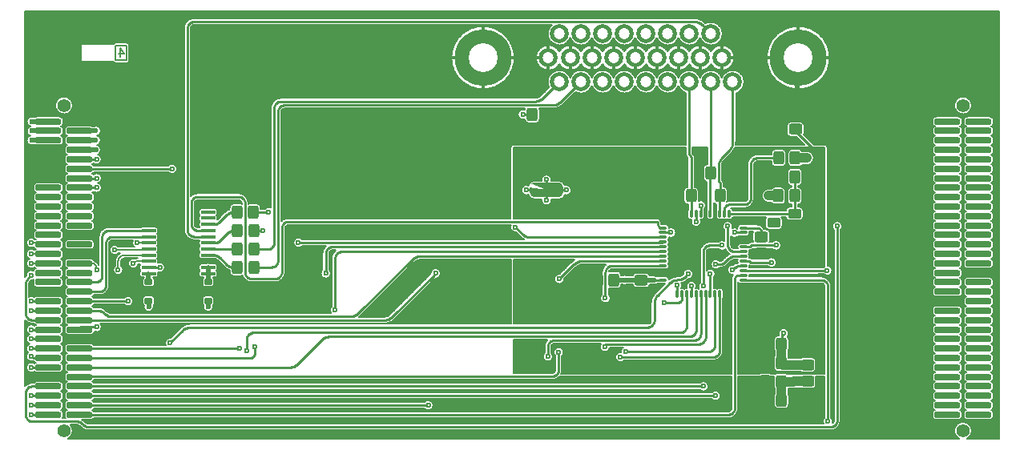
<source format=gbr>
G04 GENERATED BY PULSONIX 10.0 GERBER.DLL 7250*
G04 #@! TF.GenerationSoftware,Pulsonix,Pulsonix,10.0.7250*
G04 #@! TF.CreationDate,2019-09-23T08:44:35--1:00*
G04 #@! TF.Part,Single*
%FSLAX25Y25*%
%LPD*%
%MOIN*%
G04 #@! TF.FileFunction,Copper,L4,Bot*
G04 #@! TF.FilePolarity,Positive*
G04 #@! TA.AperFunction,OtherCopper*
%ADD10C,0.00591*%
G04 #@! TA.AperFunction,ViaPad*
%ADD11C,0.02362X0.00984*%
G04 #@! TA.AperFunction,Conductor*
%ADD14C,0.03937*%
G04 #@! TA.AperFunction,ComponentPad*
%ADD17C,0.03543X0.01181*%
G04 #@! TA.AperFunction,SMDPad*
%AMT71*0 Rounded Rectangle pad*4,1,36,0.01382,0.02760,-0.01382,0.02760,-0.01536,0.02745,-0.01683,0.02700,-0.01820,0.02627,-0.01939,0.02529,-0.02037,0.02410,-0.02110,0.02274,-0.02154,0.02126,-0.02170,0.01973,-0.02170,-0.01973,-0.02154,-0.02126,-0.02110,-0.02274,-0.02037,-0.02410,-0.01939,-0.02529,-0.01820,-0.02627,-0.01683,-0.02700,-0.01536,-0.02745,-0.01382,-0.02760,0.01382,-0.02760,0.01536,-0.02745,0.01683,-0.02700,0.01820,-0.02627,0.01939,-0.02529,0.02037,-0.02410,0.02110,-0.02274,0.02154,-0.02126,0.02169,-0.01973,0.02169,0.01973,0.02154,0.02126,0.02110,0.02274,0.02037,0.02410,0.01939,0.02529,0.01820,0.02627,0.01683,0.02700,0.01536,0.02745,0.01382,0.02760,0*%
%ADD71T71*%
%AMT24*0 Rounded Rectangle pad*4,1,36,-0.02756,0.01181,-0.02756,-0.01181,-0.02741,-0.01335,-0.02696,-0.01482,-0.02623,-0.01619,-0.02525,-0.01738,-0.02406,-0.01836,-0.02270,-0.01909,-0.02122,-0.01953,-0.01969,-0.01969,0.01969,-0.01969,0.02122,-0.01953,0.02270,-0.01909,0.02406,-0.01836,0.02525,-0.01738,0.02623,-0.01619,0.02696,-0.01482,0.02741,-0.01335,0.02756,-0.01181,0.02756,0.01181,0.02741,0.01335,0.02696,0.01482,0.02623,0.01619,0.02525,0.01738,0.02406,0.01836,0.02270,0.01909,0.02122,0.01953,0.01969,0.01969,-0.01969,0.01969,-0.02122,0.01953,-0.02270,0.01909,-0.02406,0.01836,-0.02525,0.01738,-0.02623,0.01619,-0.02696,0.01482,-0.02741,0.01335,-0.02756,0.01181,0*%
%ADD24T24*%
%AMT25*0 Rounded Rectangle pad*4,1,36,-0.02760,0.01382,-0.02760,-0.01382,-0.02745,-0.01536,-0.02700,-0.01683,-0.02627,-0.01820,-0.02529,-0.01939,-0.02410,-0.02037,-0.02274,-0.02110,-0.02126,-0.02154,-0.01973,-0.02170,0.01973,-0.02170,0.02126,-0.02154,0.02274,-0.02110,0.02410,-0.02037,0.02529,-0.01939,0.02627,-0.01820,0.02700,-0.01683,0.02745,-0.01536,0.02760,-0.01382,0.02760,0.01382,0.02745,0.01536,0.02700,0.01683,0.02627,0.01820,0.02529,0.01939,0.02410,0.02037,0.02274,0.02110,0.02126,0.02154,0.01973,0.02169,-0.01973,0.02169,-0.02126,0.02154,-0.02274,0.02110,-0.02410,0.02037,-0.02529,0.01939,-0.02627,0.01820,-0.02700,0.01683,-0.02745,0.01536,-0.02760,0.01382,0*%
%ADD25T25*%
G04 #@! TD.AperFunction*
%ADD86C,0.00500*%
G04 #@! TA.AperFunction,OtherCopper*
%ADD95C,0.01200*%
%ADD115C,0.00600*%
G04 #@! TA.AperFunction,Conductor*
%ADD122C,0.01969*%
G04 #@! TD.AperFunction*
%ADD126C,0.05512*%
G04 #@! TA.AperFunction,SMDPad*
%AMT129*0 Rounded Rectangle pad*4,1,28,-0.01575,0.00787,-0.01575,-0.00787,-0.01561,-0.00889,-0.01522,-0.00984,-0.01459,-0.01066,-0.01378,-0.01128,-0.01283,-0.01168,-0.01181,-0.01181,0.01181,-0.01181,0.01283,-0.01168,0.01378,-0.01128,0.01459,-0.01066,0.01522,-0.00984,0.01561,-0.00889,0.01575,-0.00787,0.01575,0.00787,0.01561,0.00889,0.01522,0.00984,0.01459,0.01066,0.01378,0.01128,0.01283,0.01168,0.01181,0.01181,-0.01181,0.01181,-0.01283,0.01168,-0.01378,0.01128,-0.01459,0.01066,-0.01522,0.00984,-0.01561,0.00889,-0.01575,0.00787,0*%
%ADD129T129*%
%AMT130*0 Rounded Rectangle pad*4,1,28,-0.01280,0.00787,-0.01280,-0.00787,-0.01266,-0.00889,-0.01227,-0.00984,-0.01164,-0.01066,-0.01083,-0.01128,-0.00988,-0.01168,-0.00886,-0.01181,0.00886,-0.01181,0.00988,-0.01168,0.01083,-0.01128,0.01164,-0.01066,0.01227,-0.00984,0.01266,-0.00889,0.01280,-0.00787,0.01280,0.00787,0.01266,0.00889,0.01227,0.00984,0.01164,0.01066,0.01083,0.01128,0.00988,0.01168,0.00886,0.01181,-0.00886,0.01181,-0.00988,0.01168,-0.01083,0.01128,-0.01164,0.01066,-0.01227,0.00984,-0.01266,0.00889,-0.01280,0.00787,0*%
%ADD130T130*%
G04 #@! TA.AperFunction,Conductor*
%ADD149C,0.00787*%
G04 #@! TA.AperFunction,SMDPad*
%AMT155*0 Rounded Rectangle pad*4,1,32,-0.05315,0.00591,-0.05315,-0.00591,-0.05300,-0.00722,-0.05256,-0.00847,-0.05186,-0.00959,-0.05093,-0.01052,-0.04981,-0.01123,-0.04856,-0.01166,-0.04724,-0.01181,0.04724,-0.01181,0.04856,-0.01166,0.04981,-0.01123,0.05093,-0.01052,0.05186,-0.00959,0.05256,-0.00847,0.05300,-0.00722,0.05315,-0.00591,0.05315,0.00591,0.05300,0.00722,0.05256,0.00847,0.05186,0.00959,0.05093,0.01052,0.04981,0.01123,0.04856,0.01166,0.04724,0.01181,-0.04724,0.01181,-0.04856,0.01166,-0.04981,0.01123,-0.05093,0.01052,-0.05186,0.00959,-0.05256,0.00847,-0.05300,0.00722,-0.05315,0.00591,0*%
%ADD155T155*%
%AMT176*0 Rounded Rectangle pad*4,1,56,-0.06890,0.00984,-0.06890,-0.00984,-0.06876,-0.01222,-0.06833,-0.01456,-0.06762,-0.01683,-0.06665,-0.01899,-0.06542,-0.02103,-0.06395,-0.02290,-0.06227,-0.02458,-0.06040,-0.02605,-0.05836,-0.02728,-0.05620,-0.02825,-0.05393,-0.02896,-0.05159,-0.02939,-0.04921,-0.02953,0.04921,-0.02953,0.05159,-0.02939,0.05393,-0.02896,0.05620,-0.02825,0.05836,-0.02728,0.06040,-0.02605,0.06227,-0.02458,0.06395,-0.02290,0.06542,-0.02103,0.06665,-0.01899,0.06762,-0.01683,0.06833,-0.01456,0.06876,-0.01222,0.06890,-0.00984,0.06890,0.00984,0.06876,0.01222,0.06833,0.01456,0.06762,0.01683,0.06665,0.01899,0.06542,0.02103,0.06395,0.02290,0.06227,0.02458,0.06040,0.02605,0.05836,0.02728,0.05620,0.02825,0.05393,0.02896,0.05159,0.02939,0.04921,0.02953,-0.04921,0.02953,-0.05159,0.02939,-0.05393,0.02896,-0.05620,0.02825,-0.05836,0.02728,-0.06040,0.02605,-0.06227,0.02458,-0.06395,0.02290,-0.06542,0.02103,-0.06665,0.01899,-0.06762,0.01683,-0.06833,0.01456,-0.06876,0.01222,-0.06890,0.00984,0*%
%ADD176T176*%
G04 #@! TA.AperFunction,Conductor*
%ADD198C,0.00984*%
G04 #@! TA.AperFunction,ComponentPad*
%ADD205C,0.23622X0.12008*%
%ADD212C,0.07874X0.04724*%
G04 #@! TA.AperFunction,SMDPad*
%AMT213*0 Rounded Rectangle pad*4,1,28,0.00236,0.01575,-0.00236,0.01575,-0.00338,0.01561,-0.00433,0.01522,-0.00515,0.01459,-0.00577,0.01378,-0.00616,0.01283,-0.00630,0.01181,-0.00630,-0.01181,-0.00616,-0.01283,-0.00577,-0.01378,-0.00515,-0.01459,-0.00433,-0.01522,-0.00338,-0.01561,-0.00236,-0.01575,0.00236,-0.01575,0.00338,-0.01561,0.00433,-0.01522,0.00515,-0.01459,0.00577,-0.01378,0.00616,-0.01283,0.00630,-0.01181,0.00630,0.01181,0.00616,0.01283,0.00577,0.01378,0.00515,0.01459,0.00433,0.01522,0.00338,0.01561,0.00236,0.01575,0*%
%ADD213T213*%
%AMT214*0 Rounded Rectangle pad*4,1,28,-0.01575,0.00236,-0.01575,-0.00236,-0.01561,-0.00338,-0.01522,-0.00433,-0.01459,-0.00515,-0.01378,-0.00577,-0.01283,-0.00616,-0.01181,-0.00630,0.01181,-0.00630,0.01283,-0.00616,0.01378,-0.00577,0.01459,-0.00515,0.01522,-0.00433,0.01561,-0.00338,0.01575,-0.00236,0.01575,0.00236,0.01561,0.00338,0.01522,0.00433,0.01459,0.00515,0.01378,0.00577,0.01283,0.00616,0.01181,0.00630,-0.01181,0.00630,-0.01283,0.00616,-0.01378,0.00577,-0.01459,0.00515,-0.01522,0.00433,-0.01561,0.00338,-0.01575,0.00236,0*%
%ADD214T214*%
%AMT215*0 Rounded Rectangle pad*4,1,36,-0.01382,-0.02760,0.01382,-0.02760,0.01536,-0.02745,0.01683,-0.02700,0.01820,-0.02627,0.01939,-0.02529,0.02037,-0.02410,0.02110,-0.02274,0.02154,-0.02126,0.02170,-0.01973,0.02170,0.01973,0.02154,0.02126,0.02110,0.02274,0.02037,0.02410,0.01939,0.02529,0.01820,0.02627,0.01683,0.02700,0.01536,0.02745,0.01382,0.02760,-0.01382,0.02760,-0.01536,0.02745,-0.01683,0.02700,-0.01820,0.02627,-0.01939,0.02529,-0.02037,0.02410,-0.02110,0.02274,-0.02154,0.02126,-0.02169,0.01973,-0.02169,-0.01973,-0.02154,-0.02126,-0.02110,-0.02274,-0.02037,-0.02410,-0.01939,-0.02529,-0.01820,-0.02627,-0.01683,-0.02700,-0.01536,-0.02745,-0.01382,-0.02760,0*%
%ADD215T215*%
%AMT216*0 Rounded Rectangle pad*4,1,28,-0.02992,0.00315,-0.02992,-0.00315,-0.02979,-0.00417,-0.02939,-0.00512,-0.02877,-0.00593,-0.02795,-0.00656,-0.02700,-0.00695,-0.02598,-0.00709,0.02598,-0.00709,0.02700,-0.00695,0.02795,-0.00656,0.02877,-0.00593,0.02939,-0.00512,0.02979,-0.00417,0.02992,-0.00315,0.02992,0.00315,0.02979,0.00417,0.02939,0.00512,0.02877,0.00593,0.02795,0.00656,0.02700,0.00695,0.02598,0.00709,-0.02598,0.00709,-0.02700,0.00695,-0.02795,0.00656,-0.02877,0.00593,-0.02939,0.00512,-0.02979,0.00417,-0.02992,0.00315,0*%
%ADD216T216*%
%AMT217*0 Rounded Rectangle pad*4,1,36,0.01382,0.02760,-0.01382,0.02760,-0.01536,0.02745,-0.01683,0.02700,-0.01820,0.02627,-0.01939,0.02529,-0.02037,0.02410,-0.02110,0.02274,-0.02154,0.02126,-0.02170,0.01973,-0.02170,-0.01973,-0.02154,-0.02126,-0.02110,-0.02274,-0.02037,-0.02410,-0.01939,-0.02529,-0.01820,-0.02627,-0.01683,-0.02700,-0.01536,-0.02745,-0.01382,-0.02760,0.01382,-0.02760,0.01536,-0.02745,0.01683,-0.02700,0.01820,-0.02627,0.01939,-0.02529,0.02037,-0.02410,0.02110,-0.02274,0.02154,-0.02126,0.02169,-0.01973,0.02169,0.01973,0.02154,0.02126,0.02110,0.02274,0.02037,0.02410,0.01939,0.02529,0.01820,0.02627,0.01683,0.02700,0.01536,0.02745,0.01382,0.02760,0*%
%ADD217T217*%
X0Y0D02*
D02*
D10*
X2470Y51725D02*
Y24379D01*
X2710Y24606*
X2967Y24813*
X3239Y25000*
X3526Y25164*
X3825Y25304*
X4134Y25420*
X4451Y25512*
X4775Y25577*
X5103Y25617*
X5433Y25630*
X6153*
X6279Y25801*
X6428Y25952*
X6597Y26081*
X6783Y26183*
X6982Y26258*
X7190Y26304*
X7402Y26319*
X16850*
X17061Y26304*
X17266Y26259*
X17464Y26185*
X17649Y26085*
X17817Y25958*
X17966Y25809*
X18092Y25641*
X18193Y25456*
X18267Y25259*
X18312Y25053*
X18327Y24843*
Y23661*
X18314Y23465*
X18274Y23271*
X18210Y23085*
X18121Y22909*
X18009Y22746*
X17876Y22600*
X17726Y22473*
X17559Y22366*
X17380Y22283*
X17559Y22200*
X17726Y22094*
X17876Y21967*
X18009Y21821*
X18121Y21658*
X18210Y21482*
X18274Y21296*
X18314Y21102*
X18327Y20906*
Y19724*
X18314Y19528*
X18274Y19334*
X18210Y19148*
X18121Y18972*
X18009Y18809*
X17876Y18663*
X17726Y18536*
X17559Y18429*
X17380Y18346*
X17559Y18263*
X17726Y18157*
X17876Y18030*
X18009Y17884*
X18121Y17721*
X18210Y17545*
X18274Y17359*
X18314Y17165*
X18327Y16969*
Y15787*
X18314Y15591*
X18274Y15397*
X18210Y15211*
X18121Y15035*
X18009Y14872*
X17876Y14726*
X17726Y14599*
X17559Y14492*
X17380Y14409*
X17559Y14326*
X17726Y14220*
X17876Y14093*
X18009Y13947*
X18121Y13784*
X18210Y13608*
X18274Y13422*
X18314Y13228*
X18327Y13031*
Y11850*
X18315Y11666*
X18281Y11484*
X18224Y11308*
X18145Y11141*
X18046Y10984*
X19198*
X19099Y11141*
X19021Y11308*
X18964Y11484*
X18929Y11666*
X18917Y11850*
Y13031*
X18931Y13228*
X18970Y13422*
X19035Y13608*
X19124Y13784*
X19235Y13947*
X19368Y14093*
X19518Y14220*
X19685Y14326*
X19864Y14409*
X19685Y14492*
X19518Y14599*
X19368Y14726*
X19235Y14872*
X19124Y15035*
X19035Y15211*
X18970Y15397*
X18931Y15591*
X18917Y15787*
Y16969*
X18931Y17165*
X18970Y17359*
X19035Y17545*
X19124Y17721*
X19235Y17884*
X19368Y18030*
X19518Y18157*
X19685Y18264*
X19864Y18346*
X19685Y18429*
X19518Y18536*
X19368Y18663*
X19235Y18809*
X19124Y18972*
X19035Y19148*
X18970Y19334*
X18931Y19528*
X18917Y19724*
Y20906*
X18931Y21102*
X18970Y21296*
X19035Y21482*
X19124Y21658*
X19235Y21821*
X19368Y21967*
X19518Y22094*
X19685Y22201*
X19864Y22283*
X19685Y22366*
X19518Y22473*
X19368Y22600*
X19235Y22746*
X19124Y22909*
X19035Y23085*
X18970Y23271*
X18931Y23465*
X18917Y23661*
Y24843*
X18931Y25039*
X18970Y25233*
X19035Y25419*
X19124Y25595*
X19235Y25758*
X19368Y25904*
X19518Y26031*
X19685Y26138*
X19864Y26220*
X19685Y26303*
X19518Y26410*
X19368Y26537*
X19235Y26683*
X19124Y26846*
X19035Y27022*
X18970Y27208*
X18931Y27402*
X18917Y27598*
Y28780*
X18931Y28976*
X18970Y29170*
X19035Y29356*
X19124Y29532*
X19235Y29695*
X19368Y29841*
X19518Y29968*
X19685Y30075*
X19864Y30157*
X19685Y30240*
X19518Y30347*
X19368Y30474*
X19235Y30620*
X19124Y30783*
X19035Y30959*
X18970Y31145*
X18931Y31339*
X18917Y31535*
Y32717*
X18931Y32913*
X18970Y33107*
X19035Y33293*
X19124Y33469*
X19235Y33632*
X19368Y33778*
X19518Y33905*
X19685Y34012*
X19864Y34094*
X19685Y34177*
X19518Y34284*
X19368Y34411*
X19235Y34557*
X19124Y34720*
X19035Y34896*
X18970Y35082*
X18931Y35276*
X18917Y35472*
Y36654*
X18931Y36850*
X18970Y37044*
X19035Y37230*
X19124Y37406*
X19235Y37569*
X19368Y37715*
X19518Y37842*
X19685Y37949*
X19864Y38031*
X19685Y38114*
X19518Y38221*
X19368Y38348*
X19235Y38494*
X19124Y38657*
X19035Y38833*
X18970Y39019*
X18931Y39213*
X18917Y39409*
Y40591*
X18932Y40801*
X18977Y41006*
X19051Y41204*
X19152Y41389*
X19278Y41557*
X19427Y41706*
X19595Y41833*
X19780Y41934*
X19978Y42007*
X20184Y42052*
X20394Y42067*
X29843*
X30054Y42052*
X30262Y42006*
X30461Y41931*
X30647Y41829*
X30816Y41700*
X30965Y41549*
X31091Y41378*
X60937*
X60841Y41611*
X60773Y41855*
X60736Y42105*
X60730Y42358*
X60754Y42609*
X60809Y42856*
X60894Y43094*
X61007Y43320*
X61147Y43531*
X61311Y43722*
X61498Y43893*
X61704Y44039*
X61927Y44159*
X62162Y44251*
X62407Y44314*
X62658Y44346*
X62910Y44347*
X66904Y48341*
X67213Y48631*
X67541Y48899*
X67885Y49146*
X68244Y49369*
X68618Y49569*
X69003Y49744*
X69400Y49893*
X69805Y50016*
X70217Y50112*
X70635Y50181*
X71056Y50222*
X71479Y50236*
X204528*
Y76988*
X166943*
X166619Y76974*
X166298Y76932*
X165982Y76862*
X165673Y76764*
X165373Y76640*
X165086Y76491*
X164813Y76316*
X164555Y76119*
X164317Y75900*
X142319Y53903*
X142050Y53649*
X141767Y53411*
X141471Y53189*
X151710*
X152033Y53203*
X152355Y53245*
X152671Y53316*
X152980Y53413*
X153279Y53537*
X153567Y53687*
X153840Y53861*
X154097Y54058*
X154336Y54277*
X171165Y71105*
X171161Y71220*
X171176Y71470*
X171221Y71715*
X171296Y71953*
X171398Y72181*
X171527Y72395*
X171681Y72591*
X171858Y72768*
X172054Y72921*
X172268Y73051*
X172495Y73153*
X172734Y73227*
X172979Y73272*
X173228Y73287*
X173477Y73272*
X173723Y73227*
X173961Y73153*
X174189Y73051*
X174402Y72921*
X174599Y72768*
X174775Y72591*
X174929Y72395*
X175059Y72181*
X175161Y71953*
X175235Y71715*
X175280Y71470*
X175295Y71220*
X175281Y70981*
X175240Y70745*
X175171Y70515*
X175076Y70294*
X174956Y70086*
X174813Y69894*
X174649Y69719*
X174465Y69564*
X174265Y69432*
X174050Y69324*
X173825Y69242*
X173592Y69186*
X173353Y69157*
X173113Y69157*
X156285Y52328*
X155976Y52039*
X155648Y51770*
X155304Y51523*
X154945Y51300*
X154571Y51100*
X154186Y50926*
X153789Y50776*
X153384Y50654*
X152972Y50557*
X152554Y50488*
X152133Y50447*
X151710Y50433*
X33631*
X33804Y50247*
X33952Y50040*
X34075Y49818*
X34169Y49581*
X34233Y49335*
X34266Y49083*
X34269Y48829*
X34240Y48576*
X34180Y48329*
X34091Y48091*
X33973Y47866*
X33828Y47657*
X33659Y47468*
X33467Y47300*
X33257Y47158*
X33030Y47042*
X32791Y46955*
X32544Y46898*
X32291Y46872*
X32037Y46877*
X31785Y46913*
X31540Y46980*
X31304Y47076*
X31260Y46870*
X31187Y46672*
X31086Y46487*
X30960Y46318*
X30811Y46169*
X30642Y46042*
X30457Y45941*
X30259Y45867*
X30053Y45822*
X29843Y45807*
X20394*
X20184Y45822*
X19978Y45867*
X19780Y45941*
X19596Y46041*
X19427Y46168*
X19278Y46317*
X19152Y46485*
X19051Y46670*
X18977Y46867*
X18932Y47073*
X18917Y47283*
Y48465*
X18931Y48661*
X18970Y48855*
X19035Y49041*
X19124Y49217*
X19235Y49380*
X19368Y49526*
X19518Y49653*
X19685Y49760*
X19864Y49843*
X19685Y49926*
X19518Y50032*
X19368Y50159*
X19235Y50305*
X19124Y50468*
X19035Y50644*
X18970Y50830*
X18931Y51024*
X18917Y51220*
Y52402*
X18931Y52598*
X18970Y52792*
X19035Y52978*
X19124Y53154*
X19235Y53317*
X19368Y53463*
X19518Y53590*
X19685Y53697*
X19864Y53780*
X19685Y53863*
X19518Y53969*
X19368Y54096*
X19235Y54242*
X19124Y54405*
X19035Y54581*
X18970Y54767*
X18931Y54961*
X18917Y55157*
Y56339*
X18931Y56535*
X18970Y56729*
X19035Y56915*
X19124Y57091*
X19235Y57254*
X19368Y57400*
X19518Y57527*
X19685Y57634*
X19864Y57717*
X19685Y57800*
X19518Y57906*
X19368Y58033*
X19235Y58179*
X19124Y58342*
X19035Y58518*
X18970Y58704*
X18931Y58898*
X18917Y59094*
Y60276*
X18931Y60472*
X18970Y60666*
X19035Y60852*
X19124Y61028*
X19235Y61191*
X19368Y61337*
X19518Y61464*
X19685Y61571*
X19864Y61654*
X19685Y61737*
X19518Y61843*
X19368Y61970*
X19235Y62116*
X19124Y62279*
X19035Y62455*
X18970Y62641*
X18931Y62835*
X18917Y63031*
Y64213*
X18931Y64409*
X18970Y64603*
X19035Y64789*
X19124Y64965*
X19235Y65128*
X19368Y65274*
X19518Y65401*
X19685Y65508*
X19864Y65591*
X19685Y65674*
X19518Y65780*
X19368Y65907*
X19235Y66053*
X19124Y66216*
X19035Y66392*
X18970Y66578*
X18931Y66772*
X18917Y66969*
Y68150*
X18931Y68346*
X18970Y68540*
X19035Y68726*
X19124Y68902*
X19235Y69065*
X19368Y69211*
X19518Y69339*
X19685Y69445*
X19864Y69528*
X19685Y69611*
X19518Y69717*
X19368Y69844*
X19235Y69990*
X19124Y70153*
X19035Y70329*
X18970Y70515*
X18931Y70709*
X18917Y70906*
Y72087*
X18931Y72283*
X18970Y72477*
X19035Y72663*
X19124Y72839*
X19235Y73002*
X19368Y73148*
X19518Y73276*
X19685Y73382*
X19864Y73465*
X19685Y73548*
X19518Y73654*
X19368Y73781*
X19235Y73927*
X19124Y74090*
X19035Y74266*
X18970Y74452*
X18931Y74646*
X18917Y74843*
Y76024*
X18932Y76234*
X18977Y76440*
X19051Y76637*
X19152Y76822*
X19278Y76990*
X19427Y77139*
X19595Y77266*
X19780Y77367*
X19978Y77440*
X20184Y77485*
X20394Y77500*
X29843*
X30054Y77485*
X30262Y77439*
X30460Y77364*
X30646Y77262*
X30816Y77134*
X30965Y76983*
X31091Y76812*
X31191Y76625*
X31263Y76425*
X31556Y76285*
X31835Y76120*
X32099Y75931*
X32344Y75719*
X32570Y75486*
X32774Y75234*
X32954Y74965*
X33110Y74681*
Y86339*
X33126Y86699*
X33173Y87057*
X33251Y87409*
X33360Y87753*
X33498Y88086*
X33664Y88406*
X33858Y88710*
X34077Y88996*
X34321Y89262*
X34587Y89506*
X34873Y89725*
X35177Y89919*
X35497Y90086*
X35830Y90224*
X36174Y90332*
X36526Y90410*
X36884Y90457*
X37244Y90473*
X50588*
X50752Y90566*
X50927Y90634*
X51111Y90675*
X51300Y90689*
X56496*
X56678Y90676*
X56857Y90637*
X57028Y90574*
X57188Y90486*
X57334Y90377*
X57463Y90248*
X57573Y90101*
X57660Y89941*
X57724Y89770*
X57763Y89592*
X57776Y89410*
Y88780*
X57763Y88599*
X57724Y88421*
X57661Y88250*
X57574Y88090*
X57465Y87944*
X57337Y87815*
X57465Y87686*
X57574Y87541*
X57661Y87381*
X57724Y87210*
X57763Y87032*
X57776Y86851*
Y86221*
X57763Y86039*
X57724Y85861*
X57661Y85691*
X57574Y85531*
X57465Y85385*
X57336Y85256*
X57465Y85127*
X57574Y84981*
X57661Y84821*
X57724Y84650*
X57763Y84472*
X57776Y84291*
Y83661*
X57763Y83480*
X57724Y83302*
X57661Y83131*
X57574Y82971*
X57465Y82825*
X57337Y82696*
X57465Y82567*
X57574Y82421*
X57661Y82262*
X57724Y82091*
X57763Y81913*
X57776Y81732*
Y81102*
X57763Y80921*
X57724Y80743*
X57661Y80572*
X57574Y80412*
X57465Y80266*
X57337Y80137*
X57465Y80008*
X57574Y79862*
X57661Y79703*
X57724Y79532*
X57763Y79354*
X57776Y79173*
Y78543*
X57763Y78362*
X57724Y78184*
X57661Y78013*
X57574Y77853*
X57465Y77707*
X57337Y77578*
X57465Y77449*
X57574Y77304*
X57661Y77144*
X57724Y76973*
X57763Y76795*
X57776Y76614*
Y75984*
X57764Y75810*
X57728Y75639*
X57954Y75721*
X58188Y75776*
X58426Y75804*
X58667Y75803*
X58905Y75775*
X59139Y75719*
X59364Y75637*
X59579Y75529*
X59779Y75397*
X59963Y75242*
X60128Y75067*
X60271Y74875*
X60391Y74667*
X60486Y74446*
X60555Y74216*
X60596Y73980*
X60610Y73740*
X60596Y73500*
X60555Y73264*
X60486Y73034*
X60391Y72813*
X60271Y72605*
X60128Y72412*
X59963Y72238*
X59779Y72083*
X59579Y71951*
X59364Y71843*
X59139Y71761*
X58905Y71705*
X58667Y71677*
X58426Y71676*
X58188Y71704*
X57954Y71759*
X57728Y71840*
X57764Y71670*
X57776Y71496*
Y70866*
X57763Y70684*
X57724Y70506*
X57660Y70335*
X57573Y70174*
X57463Y70028*
X57334Y69899*
X57188Y69790*
X57028Y69702*
X56857Y69638*
X56678Y69600*
X56496Y69587*
X55752*
X55893Y69477*
X56018Y69348*
X56123Y69204*
X56208Y69046*
X56269Y68877*
X56306Y68702*
X56319Y68524*
Y66949*
X56306Y66767*
X56267Y66588*
X56203Y66417*
X56116Y66257*
X56006Y66111*
X55877Y65982*
X55731Y65872*
X55571Y65785*
X55400Y65721*
X55221Y65682*
X55039Y65669*
X52677*
X52495Y65682*
X52317Y65721*
X52146Y65785*
X51985Y65872*
X51839Y65982*
X51710Y66111*
X51601Y66257*
X51513Y66417*
X51449Y66588*
X51411Y66767*
X51398Y66949*
Y68524*
X51410Y68702*
X51448Y68877*
X51509Y69046*
X51593Y69204*
X51699Y69348*
X51823Y69477*
X51965Y69587*
X51300*
X51117Y69600*
X50939Y69638*
X50768Y69702*
X50608Y69790*
X50462Y69899*
X50333Y70028*
X50223Y70174*
X50136Y70335*
X50072Y70506*
X50033Y70684*
X50020Y70866*
Y71496*
X50033Y71677*
X50072Y71855*
X50135Y72026*
X50222Y72186*
X50331Y72331*
X50459Y72460*
X50331Y72589*
X50222Y72735*
X50135Y72895*
X50072Y73066*
X50033Y73244*
X50020Y73425*
Y74055*
X50033Y74236*
X50071Y74414*
X50135Y74585*
X50222Y74744*
X50331Y74890*
X50459Y75019*
X49466*
X49400Y74775*
X49305Y74541*
X49182Y74319*
X49033Y74115*
X48860Y73930*
X48666Y73768*
X48453Y73631*
X48225Y73521*
X47986Y73439*
X47738Y73388*
X47486Y73367*
X47233Y73377*
X46983Y73417*
X46740Y73488*
X46508Y73589*
X46290Y73716*
X46088Y73870*
X45908Y74047*
X45750Y74245*
X45617Y74460*
X45512Y74690*
X45436Y74932*
X45389Y75181*
X45374Y75433*
X45389Y75678*
X45432Y75919*
X45504Y76154*
X45603Y76378*
X45727Y76589*
X45876Y76784*
X46047Y76960*
X46238Y77114*
X46446Y77245*
X46667Y77350*
X46900Y77428*
X47140Y77478*
X47384Y77499*
X47629Y77491*
X47871Y77455*
X48108Y77389*
X48383Y77471*
X48664Y77529*
X48949Y77565*
X49236Y77578*
X43898*
X43688Y77563*
X43482Y77519*
X43284Y77445*
X43099Y77344*
X42931Y77218*
X42782Y77069*
X42656Y76900*
X42555Y76715*
X42481Y76518*
X42436Y76312*
X42421Y76102*
Y74419*
X42596Y74264*
X42752Y74091*
X42888Y73901*
X43001Y73697*
X43091Y73482*
X43156Y73258*
X43195Y73028*
X43209Y72795*
X43194Y72546*
X43149Y72301*
X43074Y72062*
X42972Y71835*
X42843Y71621*
X42689Y71425*
X42512Y71248*
X42316Y71094*
X42102Y70965*
X41875Y70863*
X41636Y70788*
X41391Y70743*
X41142Y70728*
X40893Y70743*
X40647Y70788*
X40409Y70863*
X40181Y70965*
X39968Y71094*
X39771Y71248*
X39595Y71425*
X39441Y71621*
X39312Y71835*
X39209Y72062*
X39135Y72301*
X39090Y72546*
X39075Y72795*
X39088Y73028*
X39127Y73258*
X39192Y73482*
X39282Y73697*
X39396Y73901*
X39531Y74091*
X39687Y74264*
X39862Y74419*
Y76102*
X39877Y76451*
X39923Y76797*
X39998Y77138*
X40102Y77472*
X40234Y77795*
X40395Y78105*
X40581Y78401*
X40792Y78679*
X41027Y78938*
X41283Y79176*
X41558Y79390*
X41851Y79580*
X42160Y79744*
X41348*
X41186Y79562*
X41004Y79401*
X40804Y79261*
X40590Y79147*
X40363Y79058*
X40128Y78996*
X39887Y78963*
X39643Y78958*
X39401Y78982*
X39163Y79034*
X38934Y79114*
X38715Y79220*
X38510Y79351*
X38321Y79506*
X38153Y79681*
X38006Y79875*
X37883Y80085*
X37785Y80308*
X37715Y80541*
X37672Y80781*
X37657Y81024*
X37672Y81267*
X37715Y81506*
X37785Y81739*
X37883Y81962*
X38006Y82172*
X38153Y82366*
X38321Y82541*
X38509Y82696*
X38714Y82827*
X38933Y82933*
X39163Y83013*
X39401Y83065*
X39643Y83089*
X39887Y83084*
X40128Y83051*
X40363Y82989*
X40590Y82901*
X40804Y82786*
X41004Y82647*
X41186Y82485*
X41348Y82303*
X47920*
X47729Y82460*
X47559Y82638*
X47410Y82835*
X47287Y83048*
X47190Y83275*
X47120Y83511*
X47079Y83754*
X47067Y84001*
X47085Y84247*
X47131Y84489*
X47207Y84724*
X47310Y84948*
X47438Y85158*
X38819*
X38623Y85144*
X38431Y85102*
X38246Y85033*
X38074Y84939*
X37916Y84821*
X37777Y84682*
X37660Y84525*
X37565Y84352*
X37497Y84168*
X37455Y83976*
X37441Y83780*
Y66378*
X37425Y66018*
X37378Y65660*
X37300Y65308*
X37192Y64964*
X37054Y64631*
X36887Y64311*
X36693Y64007*
X36474Y63721*
X36230Y63455*
X35964Y63211*
X35678Y62992*
X35374Y62798*
X35054Y62631*
X34721Y62493*
X34377Y62385*
X34025Y62307*
X33667Y62260*
X33307Y62244*
X31091*
X30980Y62091*
X30851Y61953*
X30705Y61833*
X30544Y61733*
X30373Y61654*
X30544Y61574*
X30705Y61474*
X30851Y61354*
X30980Y61216*
X31091Y61063*
X43735*
X43912Y61238*
X44109Y61391*
X44322Y61519*
X44550Y61620*
X44788Y61694*
X45033Y61738*
X45282Y61752*
X45531Y61736*
X45775Y61691*
X46013Y61616*
X46240Y61513*
X46453Y61384*
X46649Y61230*
X46825Y61053*
X46978Y60857*
X47107Y60644*
X47209Y60417*
X47283Y60179*
X47327Y59934*
X47343Y59685*
X47328Y59436*
X47283Y59191*
X47209Y58953*
X47107Y58726*
X46978Y58513*
X46825Y58317*
X46649Y58140*
X46453Y57986*
X46240Y57857*
X46013Y57754*
X45775Y57679*
X45531Y57634*
X45282Y57618*
X45033Y57632*
X44788Y57676*
X44550Y57750*
X44322Y57851*
X44109Y57979*
X43912Y58132*
X43735Y58307*
X31091*
X30980Y58154*
X30851Y58016*
X30705Y57896*
X30544Y57796*
X30373Y57717*
X30544Y57637*
X30705Y57537*
X30851Y57417*
X30980Y57279*
X31091Y57126*
X32681*
X33080Y57110*
X33475Y57064*
X33866Y56986*
X34250Y56878*
X34623Y56740*
X34985Y56573*
X35333Y56378*
X35664Y56157*
X35977Y55910*
X36270Y55640*
X36466Y55443*
X36660Y55270*
X36872Y55119*
X37100Y54993*
X37340Y54894*
X37590Y54822*
X37846Y54778*
X38106Y54764*
X129842*
X129695Y54960*
X129571Y55172*
X129474Y55398*
X129404Y55633*
X129363Y55875*
X129350Y56121*
X129367Y56366*
X129413Y56607*
X129487Y56841*
X129588Y57065*
X129715Y57275*
X129866Y57469*
X130039Y57643*
Y77579*
X130055Y77933*
X130100Y78284*
X130175Y78631*
X130280Y78969*
X130414Y79297*
X130575Y79613*
X130762Y79914*
X130975Y80198*
X131211Y80462*
X131469Y80705*
X131746Y80925*
X130315*
X130119Y80911*
X129927Y80869*
X129743Y80801*
X129570Y80706*
X129413Y80589*
X129274Y80450*
X129156Y80292*
X129061Y80120*
X128993Y79935*
X128951Y79743*
X128937Y79547*
Y72761*
X129112Y72585*
X129264Y72389*
X129392Y72176*
X129493Y71949*
X129567Y71712*
X129611Y71468*
X129626Y71220*
X129611Y70971*
X129566Y70726*
X129492Y70488*
X129389Y70260*
X129260Y70046*
X129106Y69850*
X128930Y69673*
X128733Y69519*
X128520Y69390*
X128292Y69288*
X128054Y69214*
X127808Y69169*
X127559Y69154*
X127310Y69169*
X127064Y69214*
X126826Y69288*
X126599Y69390*
X126385Y69519*
X126188Y69673*
X126012Y69850*
X125858Y70046*
X125729Y70260*
X125626Y70488*
X125552Y70726*
X125507Y70971*
X125492Y71220*
X125507Y71468*
X125552Y71712*
X125625Y71949*
X125726Y72176*
X125854Y72389*
X126006Y72585*
X126181Y72761*
Y79547*
X126196Y79902*
X126242Y80254*
X126318Y80601*
X126423Y80940*
X126556Y81269*
X126718Y81585*
X126906Y81886*
X127119Y82170*
X127356Y82434*
X127615Y82677*
X117722*
X117545Y82502*
X117348Y82349*
X117134Y82221*
X116907Y82120*
X116669Y82047*
X116423Y82002*
X116175Y81988*
X115926Y82004*
X115681Y82050*
X115444Y82124*
X115217Y82227*
X115004Y82356*
X114808Y82510*
X114632Y82687*
X114479Y82883*
X114350Y83096*
X114248Y83324*
X114174Y83561*
X114129Y83806*
X114114Y84055*
X114129Y84304*
X114174Y84549*
X114248Y84787*
X114350Y85014*
X114479Y85227*
X114632Y85424*
X114808Y85600*
X115004Y85754*
X115217Y85883*
X115444Y85986*
X115681Y86061*
X115926Y86106*
X116175Y86122*
X116423Y86108*
X116669Y86064*
X116907Y85991*
X117134Y85889*
X117348Y85761*
X117545Y85608*
X117722Y85433*
X210141*
X209790Y85604*
X209450Y85796*
X209122Y86008*
X208807Y86240*
X208507Y86490*
X208223Y86757*
X206532Y88448*
X206280Y88449*
X206029Y88482*
X205784Y88544*
X205549Y88636*
X205326Y88756*
X205120Y88903*
X204933Y89073*
X204769Y89265*
X204629Y89475*
X204516Y89701*
X204431Y89939*
X204376Y90186*
X204352Y90438*
X204358Y90690*
X204395Y90940*
X204463Y91184*
X204559Y91417*
X111969*
X111772Y91403*
X111580Y91362*
X111396Y91293*
X111224Y91199*
X111066Y91081*
X110927Y90942*
X110809Y90784*
X110715Y90612*
X110646Y90428*
X110605Y90235*
X110591Y90039*
Y71732*
X110575Y71372*
X110528Y71014*
X110450Y70662*
X110341Y70318*
X110203Y69985*
X110037Y69665*
X109843Y69361*
X109623Y69075*
X109380Y68809*
X109114Y68566*
X108828Y68346*
X108524Y68152*
X108204Y67986*
X107871Y67848*
X107527Y67739*
X107175Y67661*
X106817Y67614*
X106457Y67598*
X96693*
X96354Y67612*
X96017Y67654*
X95685Y67723*
X95359Y67819*
X95043Y67942*
X94738Y68090*
X94446Y68263*
X94169Y68459*
X93909Y68677*
X93667Y68915*
X93446Y69173*
X93248Y69448*
X93072Y69738*
X92920Y70042*
X92794Y70357*
X92613Y70277*
X92424Y70220*
X92229Y70185*
X92032Y70173*
X89267*
X89049Y70187*
X88834Y70230*
X88627Y70300*
X88431Y70397*
X88249Y70519*
X88084Y70663*
X87940Y70828*
X87818Y71010*
X87722Y71206*
X87651Y71413*
X87608Y71628*
X87594Y71846*
Y72612*
X87241Y72722*
X86897Y72857*
X86563Y73018*
X86243Y73203*
X85938Y73412*
X85648Y73643*
X85377Y73894*
X82612Y76659*
X82430Y76826*
X82234Y76976*
X82026Y77108*
X81807Y77221*
X81579Y77315*
X81401Y77276*
X81220Y77264*
X76024*
X75841Y77277*
X75663Y77315*
X75492Y77379*
X75332Y77467*
X75186Y77576*
X75057Y77705*
X74947Y77851*
X74860Y78012*
X74796Y78183*
X74757Y78361*
X74744Y78543*
Y79173*
X74757Y79354*
X74796Y79532*
X74859Y79703*
X74946Y79862*
X75055Y80008*
X75183Y80137*
X75055Y80266*
X74946Y80412*
X74859Y80572*
X74796Y80743*
X74757Y80921*
X74744Y81102*
Y81732*
X74757Y81913*
X74796Y82091*
X74859Y82262*
X74946Y82421*
X75055Y82567*
X75183Y82696*
X75055Y82825*
X74946Y82971*
X74859Y83131*
X74796Y83302*
X74757Y83480*
X74744Y83661*
Y84291*
X74758Y84481*
X74800Y84666*
X74870Y84844*
X74965Y85009*
X75083Y85158*
X72717*
X72356Y85174*
X71999Y85221*
X71647Y85299*
X71303Y85407*
X70969Y85545*
X70650Y85712*
X70345Y85906*
X70059Y86125*
X69794Y86369*
X69550Y86635*
X69330Y86921*
X69137Y87225*
X68970Y87545*
X68832Y87878*
X68724Y88222*
X68645Y88574*
X68598Y88931*
X68583Y89292*
Y173307*
X68598Y173667*
X68646Y174025*
X68724Y174377*
X68832Y174721*
X68970Y175054*
X69137Y175374*
X69330Y175678*
X69550Y175964*
X69793Y176230*
X70059Y176474*
X70345Y176693*
X70650Y176887*
X70969Y177054*
X71303Y177192*
X71647Y177300*
X71999Y177378*
X72356Y177425*
X72717Y177441*
X280656*
X281080Y177427*
X281501Y177386*
X281919Y177317*
X282331Y177220*
X282736Y177098*
X283133Y176948*
X283518Y176774*
X283892Y176574*
X284251Y176351*
X284595Y176104*
X284923Y175835*
X285232Y175546*
X285511Y175266*
X285855Y175435*
X286212Y175576*
X286578Y175688*
X286952Y175770*
X287332Y175823*
X287715Y175846*
X288098Y175838*
X288479Y175799*
X288856Y175731*
X289226Y175632*
X289588Y175505*
X289938Y175349*
X290275Y175166*
X290596Y174957*
X290899Y174723*
X291183Y174466*
X291446Y174187*
X291685Y173888*
X291901Y173571*
X292090Y173237*
X292252Y172890*
X292386Y172531*
X292492Y172163*
X292567Y171787*
X292613Y171407*
X292628Y171024*
X292613Y170641*
X292567Y170261*
X292492Y169886*
X292387Y169518*
X292253Y169159*
X292091Y168813*
X291902Y168480*
X291688Y168163*
X291449Y167864*
X291187Y167585*
X290903Y167328*
X290601Y167094*
X290280Y166884*
X289944Y166701*
X289595Y166545*
X289234Y166417*
X288864Y166319*
X288488Y166249*
X288107Y166210*
X287724Y166201*
X287342Y166223*
X286963Y166275*
X286589Y166357*
X286223Y166468*
X285867Y166607*
X285523Y166775*
X285193Y166969*
X284880Y167189*
X284585Y167433*
X284310Y167700*
X284058Y167988*
X283829Y168294*
X283625Y168618*
X283447Y168957*
X283297Y169309*
X283145Y168952*
X282964Y168609*
X282756Y168281*
X282523Y167971*
X282266Y167681*
X281986Y167412*
X281685Y167167*
X281365Y166946*
X281029Y166752*
X280678Y166586*
X280316Y166449*
X279943Y166341*
X279562Y166263*
X279177Y166216*
X278789Y166201*
X278402Y166216*
X278016Y166263*
X277636Y166341*
X277263Y166449*
X276900Y166586*
X276550Y166752*
X276213Y166946*
X275894Y167167*
X275593Y167412*
X275313Y167681*
X275056Y167971*
X274822Y168281*
X274615Y168609*
X274434Y168952*
X274281Y169309*
X274129Y168952*
X273948Y168609*
X273741Y168281*
X273507Y167971*
X273250Y167681*
X272970Y167412*
X272669Y167167*
X272350Y166946*
X272013Y166752*
X271663Y166586*
X271300Y166449*
X270927Y166341*
X270547Y166263*
X270161Y166216*
X269774Y166201*
X269386Y166216*
X269001Y166263*
X268620Y166341*
X268247Y166449*
X267885Y166586*
X267534Y166752*
X267198Y166946*
X266878Y167167*
X266577Y167412*
X266297Y167681*
X266040Y167971*
X265807Y168281*
X265599Y168609*
X265418Y168952*
X265266Y169309*
X265113Y168952*
X264933Y168609*
X264725Y168281*
X264492Y167971*
X264234Y167681*
X263954Y167412*
X263653Y167167*
X263334Y166946*
X262998Y166752*
X262647Y166586*
X262284Y166449*
X261911Y166341*
X261531Y166263*
X261146Y166216*
X260758Y166201*
X260370Y166216*
X259985Y166263*
X259605Y166341*
X259232Y166449*
X258869Y166586*
X258518Y166752*
X258182Y166946*
X257862Y167167*
X257562Y167412*
X257282Y167681*
X257024Y167971*
X256791Y168281*
X256583Y168609*
X256402Y168952*
X256250Y169309*
X256098Y168952*
X255917Y168609*
X255709Y168281*
X255476Y167971*
X255218Y167681*
X254938Y167412*
X254638Y167167*
X254318Y166946*
X253982Y166752*
X253631Y166586*
X253268Y166449*
X252895Y166341*
X252515Y166263*
X252130Y166216*
X251742Y166201*
X251354Y166216*
X250969Y166263*
X250589Y166341*
X250216Y166449*
X249853Y166586*
X249502Y166752*
X249166Y166946*
X248847Y167167*
X248546Y167412*
X248266Y167681*
X248008Y167971*
X247775Y168281*
X247567Y168609*
X247387Y168952*
X247234Y169309*
X247082Y168952*
X246901Y168609*
X246694Y168281*
X246460Y167971*
X246203Y167681*
X245923Y167412*
X245622Y167167*
X245302Y166946*
X244966Y166752*
X244615Y166586*
X244253Y166449*
X243880Y166341*
X243499Y166263*
X243114Y166216*
X242726Y166201*
X242339Y166216*
X241953Y166263*
X241573Y166341*
X241200Y166449*
X240837Y166586*
X240487Y166752*
X240150Y166946*
X239831Y167167*
X239530Y167412*
X239250Y167681*
X238993Y167971*
X238759Y168281*
X238552Y168609*
X238371Y168952*
X238219Y169309*
X238066Y168952*
X237885Y168609*
X237678Y168281*
X237444Y167971*
X237187Y167681*
X236907Y167412*
X236606Y167167*
X236287Y166946*
X235950Y166752*
X235600Y166586*
X235237Y166449*
X234864Y166341*
X234484Y166263*
X234098Y166216*
X233711Y166201*
X233323Y166216*
X232938Y166263*
X232557Y166341*
X232184Y166449*
X231822Y166586*
X231471Y166752*
X231135Y166946*
X230815Y167167*
X230514Y167412*
X230234Y167681*
X229977Y167971*
X229744Y168281*
X229536Y168609*
X229355Y168952*
X229203Y169309*
X229053Y168957*
X228875Y168618*
X228671Y168294*
X228442Y167988*
X228190Y167700*
X227915Y167433*
X227620Y167189*
X227307Y166969*
X226977Y166775*
X226633Y166607*
X226277Y166468*
X225911Y166357*
X225537Y166275*
X225158Y166223*
X224776Y166201*
X224393Y166210*
X224012Y166249*
X223636Y166318*
X223266Y166417*
X222905Y166545*
X222556Y166701*
X222220Y166884*
X221899Y167094*
X221597Y167328*
X221313Y167585*
X221051Y167864*
X220812Y168163*
X220598Y168480*
X220409Y168813*
X220247Y169159*
X220113Y169518*
X220008Y169886*
X219933Y170261*
X219887Y170641*
X219872Y171024*
X219887Y171401*
X219931Y171776*
X220005Y172147*
X220107Y172511*
X220238Y172865*
X220395Y173209*
X220580Y173539*
X220789Y173853*
X221023Y174150*
X221279Y174428*
X221556Y174685*
X72717*
X72520Y174671*
X72328Y174629*
X72144Y174561*
X71972Y174466*
X71814Y174349*
X71675Y174209*
X71557Y174052*
X71463Y173880*
X71394Y173695*
X71353Y173503*
X71339Y173307*
Y103326*
X71578Y103552*
X71834Y103757*
X72106Y103942*
X72392Y104105*
X72690Y104244*
X72998Y104359*
X73314Y104450*
X73636Y104515*
X73963Y104554*
X74291Y104567*
X91181*
X91541Y104551*
X91899Y104504*
X92251Y104426*
X92595Y104318*
X92928Y104180*
X93248Y104013*
X93552Y103819*
X93838Y103600*
X94104Y103356*
X94348Y103090*
X94567Y102804*
X94761Y102500*
X94928Y102180*
X95066Y101847*
X95174Y101503*
X95252Y101151*
X95299Y100793*
X95315Y100433*
Y100135*
X95496Y100214*
X95686Y100272*
X95881Y100307*
X96079Y100319*
X98843*
X99061Y100305*
X99276Y100262*
X99483Y100192*
X99679Y100095*
X99861Y99973*
X100026Y99829*
X100170Y99664*
X100292Y99482*
X100389Y99286*
X100459Y99079*
X100502Y98864*
X100516Y98646*
Y98051*
X102222*
X102394Y98226*
X102585Y98380*
X102794Y98510*
X103016Y98614*
X103249Y98691*
X103490Y98739*
X103734Y98759*
X103980Y98750*
X104222Y98712*
X104458Y98645*
X104685Y98551*
Y140079*
X104701Y140439*
X104748Y140797*
X104826Y141149*
X104934Y141493*
X105072Y141826*
X105239Y142146*
X105433Y142450*
X105652Y142736*
X105896Y143002*
X106162Y143245*
X106448Y143465*
X106752Y143659*
X107072Y143825*
X107405Y143963*
X107749Y144072*
X108101Y144150*
X108459Y144197*
X108819Y144213*
X214397*
X214720Y144227*
X215042Y144269*
X215358Y144339*
X215667Y144437*
X215966Y144561*
X216254Y144710*
X216527Y144884*
X216784Y145082*
X217023Y145301*
X220452Y148730*
X220301Y149036*
X220171Y149352*
X220064Y149676*
X219980Y150007*
X219920Y150343*
X219884Y150682*
X219872Y151024*
X219887Y151406*
X219933Y151786*
X220008Y152161*
X220113Y152529*
X220247Y152888*
X220409Y153235*
X220598Y153568*
X220812Y153884*
X221051Y154183*
X221313Y154462*
X221597Y154720*
X221899Y154954*
X222220Y155163*
X222556Y155346*
X222905Y155502*
X223266Y155630*
X223636Y155729*
X224012Y155798*
X224393Y155837*
X224776Y155846*
X225158Y155824*
X225537Y155772*
X225911Y155691*
X226277Y155580*
X226633Y155440*
X226977Y155272*
X227307Y155078*
X227620Y154858*
X227915Y154614*
X228190Y154347*
X228442Y154060*
X228671Y153753*
X228875Y153429*
X229053Y153090*
X229203Y152738*
X229355Y153095*
X229536Y153438*
X229744Y153766*
X229977Y154076*
X230234Y154367*
X230514Y154635*
X230815Y154881*
X231135Y155101*
X231471Y155295*
X231822Y155461*
X232184Y155599*
X232557Y155707*
X232938Y155784*
X233323Y155831*
X233711Y155846*
X234098Y155831*
X234484Y155784*
X234864Y155707*
X235237Y155599*
X235600Y155461*
X235950Y155295*
X236287Y155101*
X236606Y154881*
X236907Y154635*
X237187Y154367*
X237444Y154076*
X237678Y153766*
X237885Y153438*
X238066Y153095*
X238219Y152738*
X238371Y153095*
X238552Y153438*
X238759Y153766*
X238993Y154076*
X239250Y154367*
X239530Y154635*
X239831Y154881*
X240150Y155101*
X240487Y155295*
X240837Y155461*
X241200Y155599*
X241573Y155707*
X241953Y155784*
X242339Y155831*
X242726Y155846*
X243114Y155831*
X243499Y155784*
X243880Y155707*
X244253Y155599*
X244615Y155461*
X244966Y155295*
X245302Y155101*
X245622Y154881*
X245923Y154635*
X246203Y154367*
X246460Y154076*
X246693Y153766*
X246901Y153438*
X247082Y153095*
X247234Y152738*
X247387Y153095*
X247567Y153438*
X247775Y153766*
X248008Y154076*
X248266Y154367*
X248546Y154635*
X248847Y154881*
X249166Y155101*
X249502Y155295*
X249853Y155461*
X250216Y155599*
X250589Y155707*
X250969Y155784*
X251354Y155831*
X251742Y155846*
X252130Y155831*
X252515Y155784*
X252895Y155707*
X253268Y155599*
X253631Y155461*
X253982Y155295*
X254318Y155101*
X254638Y154881*
X254938Y154635*
X255218Y154367*
X255476Y154076*
X255709Y153766*
X255917Y153438*
X256098Y153095*
X256250Y152738*
X256402Y153095*
X256583Y153438*
X256791Y153766*
X257024Y154076*
X257282Y154367*
X257562Y154635*
X257862Y154881*
X258182Y155101*
X258518Y155295*
X258869Y155461*
X259232Y155599*
X259605Y155707*
X259985Y155784*
X260370Y155831*
X260758Y155846*
X261146Y155831*
X261531Y155784*
X261911Y155707*
X262284Y155599*
X262647Y155461*
X262998Y155295*
X263334Y155101*
X263653Y154881*
X263954Y154635*
X264234Y154367*
X264492Y154076*
X264725Y153766*
X264933Y153438*
X265113Y153095*
X265266Y152738*
X265418Y153095*
X265599Y153438*
X265806Y153766*
X266040Y154076*
X266297Y154367*
X266577Y154635*
X266878Y154881*
X267198Y155101*
X267534Y155295*
X267885Y155461*
X268247Y155599*
X268620Y155707*
X269001Y155784*
X269386Y155831*
X269774Y155846*
X270161Y155831*
X270547Y155784*
X270927Y155707*
X271300Y155599*
X271663Y155461*
X272013Y155295*
X272350Y155101*
X272669Y154881*
X272970Y154635*
X273250Y154367*
X273507Y154076*
X273741Y153766*
X273948Y153438*
X274129Y153095*
X274281Y152738*
X274434Y153095*
X274615Y153438*
X274822Y153766*
X275056Y154076*
X275313Y154367*
X275593Y154635*
X275894Y154881*
X276213Y155101*
X276550Y155295*
X276900Y155461*
X277263Y155599*
X277636Y155707*
X278016Y155784*
X278402Y155831*
X278789Y155846*
X279177Y155831*
X279562Y155784*
X279943Y155707*
X280316Y155599*
X280678Y155461*
X281029Y155295*
X281365Y155101*
X281685Y154881*
X281986Y154635*
X282266Y154367*
X282523Y154076*
X282756Y153766*
X282964Y153438*
X283145Y153095*
X283297Y152738*
X283450Y153095*
X283630Y153438*
X283838Y153766*
X284071Y154076*
X284329Y154367*
X284609Y154635*
X284910Y154881*
X285229Y155101*
X285565Y155295*
X285916Y155461*
X286279Y155599*
X286652Y155707*
X287032Y155784*
X287417Y155831*
X287805Y155846*
X288193Y155831*
X288578Y155784*
X288958Y155707*
X289331Y155599*
X289694Y155461*
X290045Y155295*
X290381Y155101*
X290701Y154881*
X291001Y154635*
X291281Y154367*
X291539Y154076*
X291772Y153766*
X291980Y153438*
X292161Y153095*
X292313Y152738*
X292463Y153090*
X292641Y153429*
X292845Y153753*
X293074Y154060*
X293326Y154347*
X293601Y154614*
X293895Y154858*
X294209Y155078*
X294538Y155272*
X294882Y155440*
X295239Y155580*
X295605Y155691*
X295979Y155772*
X296358Y155824*
X296740Y155846*
X297123Y155837*
X297503Y155798*
X297880Y155729*
X298250Y155630*
X298610Y155502*
X298960Y155346*
X299296Y155163*
X299616Y154954*
X299919Y154720*
X300202Y154462*
X300464Y154183*
X300704Y153885*
X300918Y153568*
X301107Y153235*
X301269Y152888*
X301403Y152529*
X301508Y152161*
X301583Y151786*
X301629Y151406*
X301644Y151024*
X301628Y150638*
X301582Y150255*
X301505Y149876*
X301398Y149505*
X301262Y149144*
X301098Y148795*
X300906Y148460*
X300688Y148141*
X300445Y147841*
X300179Y147562*
X299891Y147304*
X299584Y147071*
X299259Y146862*
X298918Y146681*
X298564Y146527*
X298199Y146402*
Y125938*
X298188Y125569*
X298157Y125200*
X298104Y124835*
X326681*
X323351Y128165*
X320980*
X320762Y128179*
X320547Y128222*
X320340Y128292*
X320144Y128389*
X319962Y128511*
X319797Y128655*
X319653Y128820*
X319531Y129002*
X319434Y129198*
X319364Y129405*
X319321Y129620*
X319307Y129838*
Y132602*
X319321Y132821*
X319364Y133035*
X319434Y133243*
X319531Y133439*
X319653Y133621*
X319797Y133786*
X319962Y133930*
X320144Y134051*
X320340Y134148*
X320547Y134219*
X320762Y134261*
X320980Y134276*
X324925*
X325144Y134261*
X325358Y134219*
X325566Y134148*
X325762Y134051*
X325944Y133930*
X326108Y133786*
X326253Y133621*
X326374Y133439*
X326471Y133243*
X326542Y133036*
X326584Y132821*
X326599Y132602*
Y129838*
X326585Y129627*
X326545Y129418*
X326479Y129217*
X326388Y129025*
X330579Y124835*
X335039*
X335229Y124820*
X335414Y124775*
X335590Y124702*
X335752Y124603*
X335897Y124479*
X336020Y124335*
X336120Y124173*
X336193Y123997*
X336237Y123812*
X336252Y123622*
Y74544*
X336492Y74517*
X336726Y74463*
X336953Y74381*
X337169Y74274*
X337371Y74142*
X337556Y73987*
X337722Y73812*
X337866Y73619*
X337987Y73411*
X338083Y73189*
X338153Y72958*
X338195Y72721*
X338209Y72480*
X338194Y72232*
X338149Y71987*
X338075Y71749*
X337973Y71521*
X337844Y71308*
X337691Y71112*
X337515Y70935*
X337319Y70781*
X337106Y70652*
X336879Y70549*
X336642Y70475*
X336397Y70429*
X336148Y70413*
X335899Y70428*
X335654Y70472*
X335416Y70545*
X335189Y70646*
X334975Y70774*
X334778Y70927*
X334601Y71102*
X332867*
X332722Y71012*
X332567Y70940*
X332405Y70889*
X332237Y70857*
X332067Y70846*
X303754*
X303760Y70728*
Y70256*
X303747Y70077*
X303710Y69902*
X333661*
X334022Y69886*
X334379Y69839*
X334731Y69761*
X335075Y69652*
X335408Y69514*
X335728Y69348*
X336032Y69154*
X336319Y68934*
X336584Y68691*
X336828Y68425*
X337048Y68139*
X337241Y67835*
X337408Y67515*
X337546Y67182*
X337654Y66838*
X337732Y66486*
X337780Y66128*
X337795Y65768*
Y11147*
X337960Y10982*
X338105Y10799*
X338229Y10601*
X338330Y10390*
X338406Y10170*
X338457Y9942*
X338482Y9710*
X338480Y9476*
X338452Y9245*
X338399Y9017*
X338544Y9157*
X338668Y9317*
X338767Y9492*
X338839Y9681*
X338883Y9878*
X338898Y10079*
Y89365*
X338723Y89541*
X338571Y89737*
X338443Y89950*
X338341Y90176*
X338268Y90414*
X338224Y90658*
X338209Y90906*
X338224Y91155*
X338269Y91400*
X338343Y91638*
X338445Y91866*
X338575Y92080*
X338729Y92276*
X338905Y92453*
X339101Y92607*
X339315Y92736*
X339543Y92838*
X339781Y92912*
X340026Y92957*
X340276Y92972*
X340525Y92957*
X340770Y92912*
X341009Y92838*
X341236Y92736*
X341450Y92607*
X341646Y92453*
X341823Y92276*
X341977Y92080*
X342106Y91866*
X342208Y91638*
X342282Y91400*
X342327Y91155*
X342343Y90906*
X342328Y90658*
X342283Y90414*
X342210Y90176*
X342108Y89950*
X341981Y89737*
X341828Y89541*
X341654Y89365*
Y10079*
X341638Y9718*
X341591Y9361*
X341513Y9009*
X341404Y8665*
X341266Y8332*
X341100Y8012*
X340906Y7708*
X340686Y7422*
X340443Y7156*
X340177Y6912*
X339891Y6693*
X339587Y6499*
X339267Y6332*
X338934Y6194*
X338590Y6086*
X338238Y6008*
X337880Y5961*
X337520Y5945*
X29034*
X28647Y5960*
X28262Y6006*
X27881Y6081*
X27508Y6187*
X27144Y6321*
X26792Y6483*
X26453Y6673*
X26131Y6888*
X25826Y7128*
X25541Y7392*
X25345Y7589*
X25162Y7752*
X24962Y7894*
X24748Y8012*
X24521Y8106*
X24286Y8174*
X24045Y8215*
X23800Y8228*
X21289*
X21498Y7981*
X21686Y7717*
X21849Y7437*
X21986Y7143*
X22097Y6839*
X22180Y6526*
X22235Y6206*
X22261Y5883*
X22259Y5559*
X22228Y5237*
X22168Y4918*
X22080Y4606*
X21965Y4303*
X21823Y4012*
X21656Y3734*
X21465Y3472*
X21252Y3229*
X21017Y3005*
X20764Y2803*
X20494Y2624*
X20209Y2470*
X391051*
X390754Y2631*
X390474Y2819*
X390212Y3032*
X389970Y3269*
X389752Y3526*
X389559Y3803*
X389392Y4097*
X389253Y4405*
X389143Y4724*
X389063Y5053*
X389014Y5387*
X388996Y5724*
X389010Y6062*
X389054Y6396*
X389130Y6726*
X389235Y7046*
X389370Y7356*
X389533Y7652*
X389723Y7931*
X389938Y8192*
X390176Y8432*
X390435Y8648*
X390714Y8840*
X391008Y9005*
X391317Y9142*
X391637Y9250*
X391966Y9327*
X392301Y9374*
X392638Y9390*
X392975Y9374*
X393310Y9327*
X393638Y9250*
X393959Y9142*
X394267Y9005*
X394562Y8840*
X394840Y8648*
X395100Y8432*
X395338Y8192*
X395552Y7931*
X395742Y7652*
X395905Y7356*
X396040Y7046*
X396146Y6726*
X396221Y6396*
X396266Y6062*
X396279Y5724*
X396262Y5387*
X396212Y5053*
X396133Y4724*
X396023Y4405*
X395884Y4097*
X395717Y3803*
X395523Y3526*
X395305Y3269*
X395064Y3032*
X394802Y2819*
X394521Y2631*
X394224Y2470*
X407766*
Y180404*
X2470*
Y69856*
X2633Y70045*
X2805Y70226*
X2976Y70397*
X2977Y70650*
X3009Y70901*
X3072Y71146*
X3165Y71382*
X3285Y71605*
X3432Y71811*
X3603Y71998*
X3795Y72162*
X4006Y72302*
X4233Y72415*
X4472Y72499*
X4719Y72554*
X4971Y72578*
X5224Y72570*
X5475Y72532*
X5718Y72464*
X5952Y72366*
X6007Y72572*
X6092Y72768*
X6204Y72950*
X6341Y73114*
X6500Y73256*
X6678Y73374*
X6872Y73465*
X6723Y73531*
X6583Y73614*
X6453Y73711*
X6334Y73822*
X6135Y73681*
X5921Y73563*
X5694Y73472*
X5458Y73409*
X5216Y73374*
X4972Y73367*
X4728Y73390*
X4489Y73441*
X4258Y73520*
X4038Y73625*
X3831Y73756*
X3642Y73910*
X3472Y74086*
X3324Y74280*
X3200Y74491*
X3101Y74715*
X3030Y74949*
X2987Y75189*
X2972Y75433*
X2986Y75669*
X3027Y75903*
X3093Y76130*
X3186Y76348*
X3303Y76554*
X3442Y76745*
X3603Y76919*
X3782Y77074*
X3978Y77207*
X4188Y77317*
X4409Y77402*
X4188Y77487*
X3978Y77596*
X3782Y77729*
X3603Y77884*
X3442Y78058*
X3303Y78249*
X3186Y78455*
X3093Y78673*
X3027Y78900*
X2986Y79134*
X2972Y79370*
X2987Y79614*
X3030Y79855*
X3101Y80088*
X3200Y80312*
X3324Y80523*
X3472Y80717*
X3642Y80893*
X3831Y81047*
X4038Y81178*
X4258Y81284*
X4489Y81362*
X4728Y81413*
X4972Y81436*
X5216Y81429*
X5458Y81394*
X5694Y81331*
X5921Y81240*
X6135Y81123*
X6334Y80981*
X6453Y81092*
X6583Y81189*
X6723Y81272*
X6872Y81339*
X6689Y81424*
X6519Y81533*
X6366Y81664*
X6233Y81815*
X6121Y81982*
X6033Y82163*
X5805Y82056*
X5566Y81977*
X5319Y81928*
X5068Y81909*
X4816Y81921*
X4568Y81963*
X4327Y82036*
X4096Y82137*
X3880Y82265*
X3680Y82419*
X3501Y82595*
X3345Y82793*
X3213Y83008*
X3109Y83237*
X3034Y83477*
X2988Y83725*
X2972Y83976*
X2987Y84219*
X3030Y84458*
X3100Y84691*
X3198Y84914*
X3321Y85124*
X3468Y85318*
X3636Y85494*
X3824Y85648*
X4029Y85779*
X4248Y85886*
X4478Y85965*
X4716Y86017*
X4958Y86041*
X5202Y86036*
X5443Y86003*
X5678Y85942*
X5905Y85853*
X6119Y85738*
X6319Y85599*
X6501Y85437*
X6663Y85255*
X6822*
X6872Y85276*
X6693Y85359*
X6526Y85465*
X6376Y85592*
X6243Y85738*
X6131Y85901*
X6042Y86077*
X5978Y86263*
X5938Y86457*
X5925Y86654*
Y87835*
X5938Y88031*
X5978Y88225*
X6042Y88411*
X6131Y88587*
X6243Y88750*
X6376Y88896*
X6526Y89024*
X6693Y89130*
X6872Y89213*
X6693Y89296*
X6526Y89402*
X6376Y89529*
X6243Y89675*
X6131Y89838*
X6042Y90014*
X5978Y90200*
X5938Y90394*
X5925Y90591*
Y91772*
X5938Y91969*
X5978Y92162*
X6042Y92348*
X6131Y92524*
X6243Y92687*
X6376Y92833*
X6526Y92961*
X6693Y93067*
X6872Y93150*
X6693Y93233*
X6526Y93339*
X6376Y93466*
X6243Y93612*
X6131Y93775*
X6042Y93951*
X5978Y94137*
X5938Y94331*
X5925Y94528*
Y95709*
X5938Y95906*
X5978Y96099*
X6042Y96285*
X6131Y96461*
X6243Y96624*
X6376Y96770*
X6526Y96898*
X6693Y97004*
X6872Y97087*
X6693Y97170*
X6526Y97276*
X6376Y97403*
X6243Y97549*
X6131Y97712*
X6042Y97888*
X5978Y98074*
X5938Y98268*
X5925Y98465*
Y99646*
X5938Y99843*
X5978Y100036*
X6042Y100222*
X6131Y100398*
X6243Y100561*
X6376Y100707*
X6526Y100835*
X6693Y100941*
X6872Y101024*
X6693Y101107*
X6526Y101213*
X6376Y101340*
X6243Y101486*
X6131Y101649*
X6042Y101825*
X5978Y102011*
X5938Y102205*
X5925Y102402*
Y103583*
X5938Y103780*
X5978Y103973*
X6042Y104159*
X6131Y104335*
X6243Y104498*
X6376Y104644*
X6526Y104772*
X6693Y104878*
X6872Y104961*
X6693Y105044*
X6526Y105150*
X6376Y105277*
X6243Y105423*
X6131Y105586*
X6042Y105762*
X5978Y105948*
X5938Y106142*
X5925Y106339*
Y107520*
X5940Y107730*
X5985Y107936*
X6059Y108133*
X6160Y108318*
X6286Y108486*
X6435Y108635*
X6603Y108762*
X6788Y108863*
X6986Y108936*
X7191Y108981*
X7402Y108996*
X16850*
X17061Y108981*
X17266Y108936*
X17464Y108863*
X17649Y108762*
X17817Y108635*
X17966Y108487*
X18092Y108318*
X18193Y108133*
X18267Y107936*
X18312Y107730*
X18327Y107520*
Y106339*
X18314Y106142*
X18274Y105948*
X18210Y105762*
X18121Y105586*
X18009Y105423*
X17876Y105277*
X17726Y105150*
X17559Y105044*
X17380Y104961*
X17559Y104878*
X17726Y104772*
X17876Y104644*
X18009Y104498*
X18121Y104335*
X18210Y104159*
X18274Y103973*
X18314Y103779*
X18327Y103583*
Y102402*
X18314Y102205*
X18274Y102011*
X18210Y101825*
X18121Y101649*
X18009Y101486*
X17876Y101340*
X17726Y101213*
X17559Y101107*
X17380Y101024*
X17559Y100941*
X17726Y100835*
X17876Y100707*
X18009Y100561*
X18121Y100398*
X18210Y100222*
X18274Y100036*
X18314Y99842*
X18327Y99646*
Y98465*
X18314Y98268*
X18274Y98074*
X18210Y97888*
X18121Y97712*
X18009Y97549*
X17876Y97403*
X17726Y97276*
X17559Y97170*
X17380Y97087*
X17559Y97004*
X17726Y96898*
X17876Y96770*
X18009Y96624*
X18121Y96461*
X18210Y96285*
X18274Y96099*
X18314Y95905*
X18327Y95709*
Y94528*
X18314Y94331*
X18274Y94137*
X18210Y93951*
X18121Y93775*
X18009Y93612*
X17876Y93466*
X17726Y93339*
X17559Y93233*
X17380Y93150*
X17559Y93067*
X17726Y92961*
X17876Y92833*
X18009Y92687*
X18121Y92524*
X18210Y92348*
X18274Y92162*
X18314Y91968*
X18327Y91772*
Y90591*
X18314Y90394*
X18274Y90200*
X18210Y90014*
X18121Y89838*
X18009Y89675*
X17876Y89529*
X17726Y89402*
X17559Y89296*
X17380Y89213*
X17559Y89130*
X17726Y89024*
X17876Y88896*
X18009Y88750*
X18121Y88587*
X18210Y88411*
X18274Y88225*
X18314Y88031*
X18327Y87835*
Y86654*
X18314Y86457*
X18274Y86263*
X18210Y86077*
X18121Y85901*
X18009Y85738*
X17876Y85592*
X17726Y85465*
X17559Y85359*
X17380Y85276*
X17559Y85193*
X17726Y85086*
X17876Y84959*
X18009Y84813*
X18121Y84650*
X18210Y84474*
X18274Y84288*
X18314Y84094*
X18327Y83898*
Y82717*
X18314Y82520*
X18274Y82326*
X18210Y82140*
X18121Y81964*
X18009Y81801*
X17876Y81655*
X17726Y81528*
X17559Y81422*
X17380Y81339*
X17559Y81256*
X17726Y81149*
X17876Y81022*
X18009Y80876*
X18121Y80713*
X18210Y80537*
X18274Y80351*
X18314Y80157*
X18327Y79961*
Y78780*
X18314Y78583*
X18274Y78389*
X18210Y78203*
X18121Y78027*
X18009Y77864*
X17876Y77718*
X17726Y77591*
X17559Y77485*
X17380Y77402*
X17559Y77319*
X17726Y77212*
X17876Y77085*
X18009Y76939*
X18121Y76776*
X18210Y76600*
X18274Y76414*
X18314Y76220*
X18327Y76024*
Y74843*
X18314Y74646*
X18274Y74452*
X18210Y74266*
X18121Y74090*
X18009Y73927*
X17876Y73781*
X17726Y73654*
X17559Y73548*
X17380Y73465*
X17559Y73382*
X17726Y73275*
X17876Y73148*
X18009Y73002*
X18121Y72839*
X18210Y72663*
X18274Y72477*
X18314Y72283*
X18327Y72087*
Y70906*
X18314Y70709*
X18274Y70515*
X18210Y70329*
X18121Y70153*
X18009Y69990*
X17876Y69844*
X17726Y69717*
X17559Y69611*
X17380Y69528*
X17559Y69445*
X17726Y69338*
X17876Y69211*
X18009Y69065*
X18121Y68902*
X18210Y68726*
X18274Y68540*
X18314Y68346*
X18327Y68150*
Y66969*
X18312Y66758*
X18267Y66553*
X18193Y66355*
X18092Y66170*
X17966Y66002*
X17817Y65853*
X17649Y65726*
X17464Y65626*
X17266Y65552*
X17061Y65507*
X16850Y65492*
X7402*
X7191Y65507*
X6986Y65552*
X6788Y65626*
X6603Y65726*
X6435Y65853*
X6286Y66002*
X6160Y66170*
X6059Y66355*
X5985Y66553*
X5940Y66758*
X5925Y66969*
Y68150*
X5937Y68336*
X5972Y68520*
X6031Y68698*
X5824Y68599*
X5606Y68524*
X5382Y68474*
X5154Y68448*
X4924*
X4754Y68278*
X4586Y68089*
X4440Y67883*
X4317Y67662*
X4221Y67429*
X4151Y67187*
X4109Y66938*
X4094Y66686*
Y61523*
X4312Y61620*
X4539Y61691*
X4773Y61735*
X5010Y61752*
X5248Y61741*
X5483Y61704*
X5712Y61639*
X5932Y61549*
X6141Y61434*
X6334Y61296*
X6481Y61430*
X6644Y61543*
X6821Y61633*
X7009Y61699*
X7203Y61739*
X7402Y61752*
X16850*
X17061Y61737*
X17266Y61692*
X17464Y61619*
X17649Y61518*
X17817Y61391*
X17966Y61242*
X18092Y61074*
X18193Y60889*
X18267Y60692*
X18312Y60486*
X18327Y60276*
Y59094*
X18314Y58898*
X18274Y58704*
X18210Y58518*
X18121Y58342*
X18009Y58179*
X17876Y58033*
X17726Y57906*
X17559Y57799*
X17380Y57717*
X17559Y57634*
X17726Y57527*
X17876Y57400*
X18009Y57254*
X18121Y57091*
X18210Y56915*
X18274Y56729*
X18314Y56535*
X18327Y56339*
Y55157*
X18314Y54961*
X18274Y54767*
X18210Y54581*
X18121Y54405*
X18009Y54242*
X17876Y54096*
X17726Y53969*
X17559Y53862*
X17380Y53780*
X17559Y53697*
X17726Y53590*
X17876Y53463*
X18009Y53317*
X18121Y53154*
X18210Y52978*
X18274Y52792*
X18314Y52598*
X18327Y52402*
Y51220*
X18314Y51024*
X18274Y50830*
X18210Y50644*
X18121Y50468*
X18009Y50305*
X17876Y50159*
X17726Y50032*
X17559Y49925*
X17380Y49843*
X17559Y49760*
X17726Y49653*
X17876Y49526*
X18009Y49380*
X18121Y49217*
X18210Y49041*
X18274Y48855*
X18314Y48661*
X18327Y48465*
Y47283*
X18314Y47087*
X18274Y46893*
X18210Y46707*
X18121Y46531*
X18009Y46368*
X17876Y46222*
X17726Y46095*
X17559Y45988*
X17380Y45906*
X17559Y45823*
X17726Y45716*
X17876Y45589*
X18009Y45443*
X18121Y45280*
X18210Y45104*
X18274Y44918*
X18314Y44724*
X18327Y44528*
Y43346*
X18314Y43150*
X18274Y42956*
X18210Y42770*
X18121Y42594*
X18009Y42431*
X17876Y42285*
X17726Y42158*
X17559Y42051*
X17380Y41969*
X17559Y41886*
X17726Y41779*
X17876Y41652*
X18009Y41506*
X18121Y41343*
X18210Y41167*
X18274Y40981*
X18314Y40787*
X18327Y40591*
Y39409*
X18314Y39213*
X18274Y39019*
X18210Y38833*
X18121Y38657*
X18009Y38494*
X17876Y38348*
X17726Y38221*
X17559Y38114*
X17380Y38031*
X17559Y37949*
X17726Y37842*
X17876Y37715*
X18009Y37569*
X18121Y37406*
X18210Y37230*
X18274Y37044*
X18314Y36850*
X18327Y36654*
Y35472*
X18314Y35276*
X18274Y35082*
X18210Y34896*
X18121Y34720*
X18009Y34557*
X17876Y34411*
X17726Y34284*
X17559Y34177*
X17380Y34094*
X17559Y34011*
X17726Y33905*
X17876Y33778*
X18009Y33632*
X18121Y33469*
X18210Y33293*
X18274Y33107*
X18314Y32913*
X18327Y32717*
Y31535*
X18312Y31325*
X18267Y31119*
X18193Y30922*
X18092Y30737*
X17966Y30569*
X17817Y30420*
X17649Y30293*
X17464Y30192*
X17266Y30119*
X17061Y30074*
X16850Y30059*
X7402*
X7203Y30072*
X7009Y30112*
X6821Y30178*
X6644Y30268*
X6481Y30381*
X6334Y30515*
X6135Y30374*
X5921Y30256*
X5694Y30165*
X5458Y30102*
X5216Y30067*
X4972Y30060*
X4728Y30083*
X4489Y30134*
X4258Y30212*
X4038Y30318*
X3831Y30449*
X3642Y30603*
X3472Y30779*
X3324Y30973*
X3200Y31184*
X3101Y31408*
X3030Y31641*
X2987Y31882*
X2972Y32126*
X2987Y32370*
X3030Y32611*
X3101Y32844*
X3200Y33068*
X3324Y33279*
X3472Y33473*
X3642Y33649*
X3831Y33803*
X4038Y33934*
X4258Y34040*
X4489Y34118*
X4728Y34169*
X4972Y34192*
X5216Y34185*
X5458Y34150*
X5694Y34087*
X5921Y33996*
X6135Y33878*
X6334Y33737*
X6453Y33848*
X6583Y33945*
X6723Y34028*
X6872Y34094*
X6700Y34174*
X6539Y34274*
X6393Y34394*
X6263Y34532*
X6152Y34685*
X5895Y34702*
X5640Y34741*
X5404Y34674*
X5161Y34636*
X4915Y34626*
X4670Y34647*
X4429Y34696*
X4196Y34773*
X3973Y34877*
X3764Y35007*
X3572Y35162*
X3400Y35337*
X3250Y35532*
X3125Y35744*
X3025Y35968*
X2953Y36203*
X2909Y36445*
X2894Y36691*
X2908Y36936*
X2952Y37178*
X3023Y37414*
X3123Y37639*
X3248Y37850*
X3398Y38045*
X3569Y38221*
X3761Y38376*
X3575Y38541*
X3411Y38727*
X3270Y38932*
X3154Y39152*
X3066Y39384*
X3007Y39625*
X2976Y39872*
X2976Y40120*
X3005Y40367*
X3064Y40609*
X3151Y40841*
X3266Y41062*
X3406Y41267*
X3570Y41454*
X3755Y41619*
X3958Y41762*
X4178Y41879*
X4409Y41969*
X4178Y42058*
X3959Y42175*
X3756Y42317*
X3571Y42483*
X3407Y42669*
X3267Y42874*
X3152Y43094*
X3065Y43326*
X3006Y43567*
X2976Y43813*
Y44061*
X3006Y44307*
X3065Y44548*
X3152Y44780*
X3267Y45000*
X3407Y45205*
X3571Y45392*
X3756Y45557*
X3959Y45699*
X4178Y45816*
X4409Y45906*
X4188Y45991*
X3978Y46100*
X3782Y46233*
X3603Y46388*
X3442Y46562*
X3303Y46753*
X3186Y46959*
X3093Y47177*
X3027Y47404*
X2986Y47638*
X2972Y47874*
X2987Y48118*
X3030Y48359*
X3101Y48592*
X3200Y48816*
X3324Y49027*
X3472Y49221*
X3642Y49397*
X3831Y49551*
X4038Y49682*
X4258Y49788*
X4489Y49866*
X4728Y49917*
X4972Y49940*
X5216Y49933*
X5458Y49898*
X5694Y49835*
X5921Y49744*
X6135Y49626*
X6334Y49485*
X6453Y49596*
X6583Y49693*
X6723Y49776*
X6872Y49843*
X6700Y49922*
X6539Y50022*
X6393Y50142*
X6264Y50280*
X6153Y50433*
X5472*
X5137Y50447*
X4803Y50488*
X4474Y50555*
X4152Y50650*
X3838Y50770*
X3535Y50915*
X3245Y51084*
X2970Y51277*
X2711Y51491*
X2470Y51725*
X16850Y136555D02*
X17061Y136540D01*
X17266Y136495*
X17464Y136422*
X17649Y136321*
X17817Y136195*
X17966Y136046*
X18092Y135877*
X18193Y135692*
X18267Y135495*
X18312Y135289*
X18327Y135079*
Y133898*
X18314Y133701*
X18274Y133507*
X18210Y133321*
X18121Y133145*
X18009Y132982*
X17876Y132836*
X17726Y132709*
X17559Y132603*
X17380Y132520*
X17559Y132437*
X17726Y132331*
X17876Y132203*
X18009Y132057*
X18121Y131894*
X18210Y131718*
X18274Y131532*
X18314Y131339*
X18327Y131142*
Y129961*
X18314Y129764*
X18274Y129570*
X18210Y129384*
X18121Y129208*
X18009Y129045*
X17876Y128899*
X17726Y128772*
X17559Y128666*
X17380Y128583*
X17559Y128500*
X17726Y128394*
X17876Y128266*
X18009Y128120*
X18121Y127957*
X18210Y127781*
X18274Y127595*
X18314Y127402*
X18327Y127205*
Y126024*
X18312Y125814*
X18267Y125608*
X18193Y125410*
X18092Y125225*
X17966Y125057*
X17817Y124908*
X17649Y124782*
X17464Y124681*
X17266Y124607*
X17061Y124562*
X16850Y124547*
X7402*
X7209Y124560*
X7020Y124597*
X6838Y124659*
X6665Y124744*
X6117*
X5890Y124653*
X5654Y124590*
X5412Y124555*
X5168Y124548*
X4924Y124571*
X4686Y124622*
X4454Y124701*
X4234Y124806*
X4028Y124937*
X3838Y125092*
X3668Y125267*
X3520Y125462*
X3396Y125672*
X3298Y125896*
X3227Y126130*
X3184Y126370*
X3169Y126614*
X3183Y126851*
X3223Y127084*
X3290Y127311*
X3383Y127529*
X3500Y127735*
X3639Y127926*
X3800Y128100*
X3979Y128255*
X4175Y128388*
X4385Y128498*
X4606Y128583*
X4375Y128672*
X4156Y128789*
X3952Y128931*
X3768Y129097*
X3604Y129283*
X3464Y129488*
X3349Y129708*
X3262Y129940*
X3203Y130181*
X3173Y130427*
Y130675*
X3203Y130922*
X3262Y131163*
X3349Y131395*
X3464Y131615*
X3604Y131819*
X3768Y132006*
X3953Y132171*
X4156Y132313*
X4375Y132430*
X4606Y132520*
X4385Y132605*
X4175Y132714*
X3979Y132847*
X3800Y133002*
X3639Y133176*
X3500Y133367*
X3383Y133573*
X3290Y133791*
X3223Y134018*
X3183Y134252*
X3169Y134488*
X3184Y134732*
X3227Y134973*
X3298Y135206*
X3396Y135430*
X3520Y135641*
X3668Y135835*
X3838Y136011*
X4028Y136165*
X4234Y136296*
X4454Y136401*
X4686Y136480*
X4924Y136531*
X5168Y136554*
X5412Y136548*
X5654Y136513*
X5890Y136449*
X6117Y136358*
X6665*
X6838Y136443*
X7020Y136505*
X7209Y136543*
X7402Y136555*
X16850*
X18622Y144823D02*
X18958Y144807D01*
X19291Y144761*
X19619Y144684*
X19938Y144577*
X20245Y144441*
X20539Y144277*
X20817Y144087*
X21075Y143872*
X21313Y143635*
X21528Y143376*
X21718Y143098*
X21882Y142804*
X22018Y142497*
X22125Y142178*
X22202Y141850*
X22248Y141517*
X22264Y141181*
X22248Y140845*
X22202Y140512*
X22125Y140184*
X22018Y139866*
X21882Y139558*
X21718Y139264*
X21528Y138986*
X21313Y138728*
X21076Y138490*
X20817Y138275*
X20539Y138085*
X20245Y137921*
X19938Y137785*
X19619Y137678*
X19291Y137601*
X18958Y137555*
X18622Y137539*
X18286Y137555*
X17953Y137601*
X17625Y137678*
X17306Y137785*
X16999Y137921*
X16705Y138085*
X16427Y138275*
X16169Y138490*
X15931Y138728*
X15716Y138986*
X15526Y139264*
X15362Y139558*
X15226Y139866*
X15119Y140184*
X15042Y140512*
X14996Y140845*
X14980Y141181*
X14996Y141517*
X15042Y141850*
X15119Y142178*
X15226Y142497*
X15362Y142804*
X15526Y143098*
X15716Y143376*
X15931Y143635*
X16169Y143872*
X16427Y144087*
X16705Y144277*
X16999Y144441*
X17306Y144577*
X17625Y144684*
X17953Y144761*
X18286Y144807*
X18622Y144823*
X29843Y85374D02*
X30053Y85359D01*
X30258Y85314*
X30456Y85241*
X30641Y85140*
X30809Y85013*
X30958Y84864*
X31085Y84696*
X31185Y84511*
X31259Y84314*
X31304Y84108*
X31319Y83898*
Y82717*
X31304Y82506*
X31259Y82301*
X31185Y82103*
X31085Y81918*
X30958Y81750*
X30809Y81601*
X30641Y81475*
X30456Y81374*
X30259Y81300*
X30053Y81255*
X29843Y81240*
X20394*
X20184Y81255*
X19978Y81300*
X19780Y81374*
X19596Y81475*
X19427Y81601*
X19278Y81750*
X19152Y81918*
X19051Y82103*
X18977Y82301*
X18932Y82506*
X18917Y82717*
Y83898*
X18932Y84108*
X18977Y84314*
X19051Y84511*
X19152Y84696*
X19278Y84864*
X19427Y85013*
X19595Y85140*
X19780Y85241*
X19978Y85314*
X20184Y85359*
X20394Y85374*
X29843*
X62081Y116181D02*
X62258Y116356D01*
X62455Y116509*
X62669Y116637*
X62896Y116739*
X63135Y116812*
X63380Y116856*
X63628Y116870*
X63877Y116854*
X64122Y116809*
X64360Y116734*
X64586Y116631*
X64799Y116502*
X64995Y116348*
X65171Y116172*
X65324Y115975*
X65453Y115762*
X65555Y115535*
X65629Y115297*
X65674Y115052*
X65689Y114803*
X65674Y114554*
X65629Y114309*
X65555Y114072*
X65453Y113844*
X65324Y113631*
X65171Y113435*
X64995Y113258*
X64799Y113104*
X64586Y112975*
X64360Y112872*
X64122Y112798*
X63877Y112752*
X63628Y112736*
X63380Y112750*
X63135Y112795*
X62896Y112868*
X62669Y112969*
X62455Y113097*
X62258Y113250*
X62081Y113425*
X31091*
X30980Y113272*
X30851Y113134*
X30705Y113014*
X30544Y112914*
X30373Y112835*
X30521Y112768*
X30661Y112686*
X30791Y112588*
X30910Y112477*
X31109Y112619*
X31323Y112736*
X31550Y112827*
X31786Y112890*
X32028Y112926*
X32272Y112932*
X32516Y112910*
X32755Y112859*
X32986Y112780*
X33206Y112674*
X33413Y112543*
X33602Y112389*
X33772Y112213*
X33920Y112019*
X34044Y111808*
X34143Y111584*
X34214Y111351*
X34257Y111110*
X34272Y110866*
X34258Y110630*
X34218Y110396*
X34151Y110169*
X34058Y109951*
X33941Y109745*
X33802Y109554*
X33641Y109380*
X33462Y109225*
X33266Y109092*
X33056Y108983*
X32835Y108898*
X33056Y108813*
X33266Y108703*
X33462Y108570*
X33641Y108415*
X33802Y108241*
X33941Y108050*
X34058Y107844*
X34151Y107626*
X34218Y107399*
X34258Y107166*
X34272Y106929*
X34257Y106685*
X34214Y106445*
X34143Y106211*
X34044Y105987*
X33920Y105776*
X33772Y105582*
X33602Y105406*
X33413Y105252*
X33206Y105121*
X32986Y105016*
X32755Y104937*
X32516Y104886*
X32272Y104863*
X32028Y104870*
X31786Y104905*
X31550Y104969*
X31323Y105060*
X31109Y105177*
X30910Y105318*
X30791Y105207*
X30661Y105110*
X30521Y105027*
X30373Y104961*
X30552Y104878*
X30718Y104772*
X30869Y104644*
X31001Y104498*
X31113Y104335*
X31202Y104159*
X31266Y103973*
X31306Y103779*
X31319Y103583*
Y102402*
X31306Y102205*
X31266Y102011*
X31202Y101825*
X31113Y101649*
X31001Y101486*
X30869Y101340*
X30718Y101213*
X30552Y101107*
X30373Y101024*
X30552Y100941*
X30718Y100835*
X30869Y100707*
X31001Y100561*
X31113Y100398*
X31202Y100222*
X31266Y100036*
X31306Y99842*
X31319Y99646*
Y98465*
X31306Y98268*
X31266Y98074*
X31202Y97888*
X31113Y97712*
X31001Y97549*
X30869Y97403*
X30718Y97276*
X30552Y97170*
X30373Y97087*
X30552Y97004*
X30718Y96898*
X30869Y96770*
X31001Y96624*
X31113Y96461*
X31202Y96285*
X31266Y96099*
X31306Y95905*
X31319Y95709*
Y94528*
X31306Y94331*
X31266Y94137*
X31202Y93951*
X31113Y93775*
X31001Y93612*
X30869Y93466*
X30718Y93339*
X30552Y93233*
X30373Y93150*
X30552Y93067*
X30718Y92961*
X30869Y92833*
X31001Y92687*
X31113Y92524*
X31202Y92348*
X31266Y92162*
X31306Y91968*
X31319Y91772*
Y90591*
X31304Y90380*
X31259Y90175*
X31185Y89977*
X31085Y89792*
X30958Y89624*
X30809Y89475*
X30641Y89349*
X30456Y89248*
X30259Y89174*
X30053Y89129*
X29843Y89114*
X20394*
X20184Y89129*
X19978Y89174*
X19780Y89248*
X19596Y89349*
X19427Y89475*
X19278Y89624*
X19152Y89792*
X19051Y89977*
X18977Y90175*
X18932Y90380*
X18917Y90591*
Y91772*
X18931Y91969*
X18970Y92162*
X19035Y92348*
X19124Y92524*
X19235Y92687*
X19368Y92833*
X19518Y92961*
X19685Y93067*
X19864Y93150*
X19685Y93233*
X19518Y93339*
X19368Y93466*
X19235Y93612*
X19124Y93775*
X19035Y93951*
X18970Y94137*
X18931Y94331*
X18917Y94528*
Y95709*
X18931Y95906*
X18970Y96099*
X19035Y96285*
X19124Y96461*
X19235Y96624*
X19368Y96770*
X19518Y96898*
X19685Y97004*
X19864Y97087*
X19685Y97170*
X19518Y97276*
X19368Y97403*
X19235Y97549*
X19124Y97712*
X19035Y97888*
X18970Y98074*
X18931Y98268*
X18917Y98465*
Y99646*
X18931Y99843*
X18970Y100036*
X19035Y100222*
X19124Y100398*
X19235Y100561*
X19368Y100707*
X19518Y100835*
X19685Y100941*
X19864Y101024*
X19685Y101107*
X19518Y101213*
X19368Y101340*
X19235Y101486*
X19124Y101649*
X19035Y101825*
X18970Y102011*
X18931Y102205*
X18917Y102402*
Y103583*
X18931Y103780*
X18970Y103973*
X19035Y104159*
X19124Y104335*
X19235Y104498*
X19368Y104644*
X19518Y104772*
X19685Y104878*
X19864Y104961*
X19685Y105044*
X19518Y105150*
X19368Y105277*
X19235Y105423*
X19124Y105586*
X19035Y105762*
X18970Y105948*
X18931Y106142*
X18917Y106339*
Y107520*
X18931Y107717*
X18970Y107910*
X19035Y108096*
X19124Y108272*
X19235Y108435*
X19368Y108581*
X19518Y108709*
X19685Y108815*
X19864Y108898*
X19685Y108981*
X19518Y109087*
X19368Y109214*
X19235Y109360*
X19124Y109523*
X19035Y109699*
X18970Y109885*
X18931Y110079*
X18917Y110276*
Y111457*
X18931Y111654*
X18970Y111847*
X19035Y112033*
X19124Y112209*
X19235Y112372*
X19368Y112518*
X19518Y112646*
X19685Y112752*
X19864Y112835*
X19685Y112918*
X19518Y113024*
X19368Y113151*
X19235Y113297*
X19124Y113460*
X19035Y113636*
X18970Y113822*
X18931Y114016*
X18917Y114213*
Y115394*
X18931Y115591*
X18970Y115784*
X19035Y115970*
X19124Y116146*
X19235Y116309*
X19368Y116455*
X19518Y116583*
X19685Y116689*
X19864Y116772*
X19685Y116855*
X19518Y116961*
X19368Y117088*
X19235Y117234*
X19124Y117397*
X19035Y117573*
X18970Y117759*
X18931Y117953*
X18917Y118150*
Y119331*
X18931Y119528*
X18970Y119721*
X19035Y119907*
X19124Y120083*
X19235Y120246*
X19368Y120392*
X19518Y120520*
X19685Y120626*
X19864Y120709*
X19685Y120792*
X19518Y120898*
X19368Y121025*
X19235Y121171*
X19124Y121334*
X19035Y121510*
X18970Y121696*
X18931Y121890*
X18917Y122087*
Y123268*
X18931Y123465*
X18970Y123658*
X19035Y123844*
X19124Y124020*
X19235Y124183*
X19368Y124329*
X19518Y124457*
X19685Y124563*
X19864Y124646*
X19685Y124729*
X19518Y124835*
X19368Y124962*
X19235Y125108*
X19124Y125271*
X19035Y125447*
X18970Y125633*
X18931Y125827*
X18917Y126024*
Y127205*
X18931Y127402*
X18970Y127595*
X19035Y127781*
X19124Y127957*
X19235Y128120*
X19368Y128266*
X19518Y128394*
X19685Y128500*
X19864Y128583*
X19685Y128666*
X19518Y128772*
X19368Y128899*
X19235Y129045*
X19124Y129208*
X19035Y129384*
X18970Y129570*
X18931Y129764*
X18917Y129961*
Y131142*
X18932Y131352*
X18977Y131558*
X19051Y131755*
X19152Y131940*
X19278Y132109*
X19427Y132257*
X19595Y132384*
X19780Y132485*
X19978Y132558*
X20184Y132603*
X20394Y132618*
X29843*
X30035Y132606*
X30224Y132568*
X30406Y132506*
X30579Y132421*
X30970*
X31197Y132512*
X31433Y132576*
X31675Y132611*
X31919Y132617*
X32162Y132594*
X32401Y132543*
X32632Y132464*
X32853Y132359*
X33059Y132228*
X33248Y132074*
X33418Y131898*
X33566Y131704*
X33690Y131493*
X33789Y131269*
X33860Y131036*
X33903Y130795*
X33917Y130551*
X33904Y130315*
X33863Y130081*
X33796Y129854*
X33704Y129636*
X33587Y129430*
X33447Y129239*
X33287Y129065*
X33107Y128910*
X32912Y128777*
X32702Y128668*
X32481Y128583*
X32711Y128493*
X32929Y128377*
X33132Y128236*
X33316Y128071*
X33480Y127886*
X33620Y127683*
X33735Y127464*
X33822Y127233*
X33882Y126993*
X33913Y126748*
X33914Y126501*
X33886Y126255*
X33829Y126015*
X33743Y125783*
X33630Y125563*
X33492Y125358*
X33330Y125171*
X33148Y125005*
X32946Y124862*
X32729Y124744*
X32500Y124652*
X32738Y124562*
X32963Y124444*
X33172Y124299*
X33361Y124129*
X33528Y123937*
X33671Y123726*
X33786Y123500*
X33873Y123261*
X33929Y123013*
X33955Y122760*
X33950Y122505*
X33913Y122254*
X33846Y122009*
X33749Y121773*
X33624Y121552*
X33472Y121348*
X33297Y121163*
X33100Y121002*
X32886Y120866*
X32656Y120757*
X32899Y120687*
X33133Y120587*
X33352Y120460*
X33554Y120306*
X33736Y120129*
X33894Y119931*
X34027Y119715*
X34133Y119485*
X34210Y119243*
X34256Y118993*
X34272Y118740*
X34257Y118496*
X34214Y118256*
X34143Y118022*
X34044Y117798*
X33920Y117588*
X33772Y117393*
X33602Y117217*
X33413Y117063*
X33206Y116932*
X32986Y116827*
X32755Y116748*
X32516Y116697*
X32272Y116674*
X32028Y116681*
X31786Y116716*
X31550Y116780*
X31323Y116871*
X31109Y116988*
X30910Y117129*
X30791Y117018*
X30661Y116921*
X30521Y116838*
X30373Y116772*
X30544Y116693*
X30705Y116592*
X30851Y116472*
X30980Y116334*
X31091Y116181*
X62081*
X44575Y167225D02*
X44760Y167211D01*
X44941Y167167*
X45113Y167096*
X45272Y166999*
X45413Y166878*
X45534Y166736*
X45631Y166578*
X45703Y166406*
X45746Y166225*
X45761Y166039*
Y160039*
X45746Y159854*
X45703Y159673*
X45631Y159501*
X45534Y159342*
X45413Y159201*
X45272Y159080*
X45113Y158983*
X44941Y158912*
X44760Y158868*
X44575Y158854*
X40075*
X39910Y158865*
X39749Y158899*
X39594Y158956*
X39448Y159033*
X39314Y159130*
X39195Y159244*
X26075*
X25984Y159259*
X25901Y159300*
X25836Y159366*
X25794Y159448*
X25780Y159539*
Y166539*
X25794Y166631*
X25836Y166713*
X25901Y166778*
X25984Y166820*
X26075Y166835*
X39195*
X39314Y166949*
X39448Y167046*
X39594Y167123*
X39749Y167179*
X39910Y167214*
X40075Y167225*
X44575*
X310988Y161024D02*
X311004Y161657D01*
X311049Y162289*
X311126Y162917*
X311232Y163542*
X311369Y164160*
X311535Y164771*
X311731Y165374*
X311956Y165966*
X312209Y166547*
X312489Y167114*
X312797Y167668*
X313132Y168206*
X313491Y168727*
X313876Y169231*
X314284Y169715*
X314716Y170179*
X315169Y170621*
X315643Y171041*
X316137Y171438*
X316649Y171810*
X317179Y172157*
X317725Y172478*
X318286Y172772*
X318860Y173039*
X319447Y173278*
X320044Y173488*
X320651Y173670*
X321266Y173821*
X321888Y173943*
X322515Y174034*
X323145Y174095*
X323778Y174126*
X324411*
X325044Y174095*
X325674Y174034*
X326301Y173943*
X326922Y173821*
X327537Y173670*
X328144Y173488*
X328742Y173278*
X329329Y173039*
X329903Y172772*
X330464Y172478*
X331010Y172157*
X331540Y171810*
X332052Y171438*
X332546Y171041*
X333020Y170621*
X333473Y170179*
X333905Y169715*
X334313Y169231*
X334698Y168727*
X335057Y168206*
X335392Y167668*
X335699Y167115*
X335980Y166547*
X336233Y165966*
X336458Y165374*
X336653Y164771*
X336820Y164160*
X336957Y163542*
X337063Y162918*
X337140Y162289*
X337185Y161657*
X337201Y161024*
X337185Y160390*
X337140Y159759*
X337063Y159130*
X336957Y158506*
X336820Y157887*
X336654Y157276*
X336458Y156674*
X336233Y156081*
X335980Y155501*
X335699Y154933*
X335392Y154379*
X335057Y153841*
X334698Y153320*
X334313Y152817*
X333905Y152333*
X333473Y151869*
X333020Y151426*
X332546Y151006*
X332052Y150610*
X331540Y150237*
X331010Y149890*
X330464Y149569*
X329903Y149275*
X329329Y149008*
X328742Y148769*
X328145Y148559*
X327538Y148378*
X326923Y148226*
X326301Y148104*
X325674Y148013*
X325044Y147952*
X324411Y147921*
X323778*
X323145Y147952*
X322515Y148013*
X321888Y148104*
X321266Y148226*
X320651Y148378*
X320045Y148559*
X319447Y148769*
X318860Y149008*
X318286Y149275*
X317725Y149569*
X317179Y149890*
X316649Y150237*
X316137Y150610*
X315643Y151006*
X315169Y151426*
X314716Y151869*
X314284Y152332*
X313876Y152817*
X313491Y153320*
X313132Y153841*
X312797Y154379*
X312490Y154933*
X312209Y155500*
X311956Y156081*
X311731Y156673*
X311536Y157276*
X311369Y157887*
X311232Y158505*
X311126Y159130*
X311049Y159758*
X311004Y160390*
X310988Y161024*
X390866Y57815D02*
X391076Y57800D01*
X391282Y57755*
X391479Y57682*
X391664Y57581*
X391833Y57454*
X391982Y57305*
X392108Y57137*
X392209Y56952*
X392283Y56755*
X392327Y56549*
X392343Y56339*
Y55157*
X392329Y54961*
X392290Y54767*
X392225Y54581*
X392136Y54405*
X392025Y54242*
X391892Y54096*
X391741Y53969*
X391575Y53862*
X391396Y53780*
X391575Y53697*
X391741Y53590*
X391892Y53463*
X392025Y53317*
X392136Y53154*
X392225Y52978*
X392290Y52792*
X392329Y52598*
X392343Y52402*
Y51220*
X392329Y51024*
X392290Y50830*
X392225Y50644*
X392136Y50468*
X392025Y50305*
X391892Y50159*
X391741Y50032*
X391575Y49925*
X391396Y49843*
X391575Y49760*
X391741Y49653*
X391892Y49526*
X392025Y49380*
X392136Y49217*
X392225Y49041*
X392290Y48855*
X392329Y48661*
X392343Y48465*
Y47283*
X392329Y47087*
X392290Y46893*
X392225Y46707*
X392136Y46531*
X392025Y46368*
X391892Y46222*
X391741Y46095*
X391575Y45988*
X391396Y45906*
X391575Y45823*
X391741Y45716*
X391892Y45589*
X392025Y45443*
X392136Y45280*
X392225Y45104*
X392290Y44918*
X392329Y44724*
X392343Y44528*
Y43346*
X392329Y43150*
X392290Y42956*
X392225Y42770*
X392136Y42594*
X392025Y42431*
X391892Y42285*
X391741Y42158*
X391575Y42051*
X391396Y41969*
X391575Y41886*
X391741Y41779*
X391892Y41652*
X392025Y41506*
X392136Y41343*
X392225Y41167*
X392290Y40981*
X392329Y40787*
X392343Y40591*
Y39409*
X392329Y39213*
X392290Y39019*
X392225Y38833*
X392136Y38657*
X392025Y38494*
X391892Y38348*
X391741Y38221*
X391575Y38114*
X391396Y38031*
X391575Y37949*
X391741Y37842*
X391892Y37715*
X392025Y37569*
X392136Y37406*
X392225Y37230*
X392290Y37044*
X392329Y36850*
X392343Y36654*
Y35472*
X392329Y35276*
X392290Y35082*
X392225Y34896*
X392136Y34720*
X392025Y34557*
X391892Y34411*
X391741Y34284*
X391575Y34177*
X391396Y34094*
X391575Y34011*
X391741Y33905*
X391892Y33778*
X392025Y33632*
X392136Y33469*
X392225Y33293*
X392290Y33107*
X392329Y32913*
X392343Y32717*
Y31535*
X392329Y31339*
X392290Y31145*
X392225Y30959*
X392136Y30783*
X392025Y30620*
X391892Y30474*
X391741Y30347*
X391575Y30240*
X391396Y30157*
X391575Y30074*
X391741Y29968*
X391892Y29841*
X392025Y29695*
X392136Y29532*
X392225Y29356*
X392290Y29170*
X392329Y28976*
X392343Y28780*
Y27598*
X392329Y27402*
X392290Y27208*
X392225Y27022*
X392136Y26846*
X392025Y26683*
X391892Y26537*
X391741Y26410*
X391575Y26303*
X391396Y26220*
X391575Y26137*
X391741Y26031*
X391892Y25904*
X392025Y25758*
X392136Y25595*
X392225Y25419*
X392290Y25233*
X392329Y25039*
X392343Y24843*
Y23661*
X392329Y23465*
X392290Y23271*
X392225Y23085*
X392136Y22909*
X392025Y22746*
X391892Y22600*
X391741Y22473*
X391575Y22366*
X391396Y22283*
X391575Y22200*
X391741Y22094*
X391892Y21967*
X392025Y21821*
X392136Y21658*
X392225Y21482*
X392290Y21296*
X392329Y21102*
X392343Y20906*
Y19724*
X392329Y19528*
X392290Y19334*
X392225Y19148*
X392136Y18972*
X392025Y18809*
X391892Y18663*
X391741Y18536*
X391575Y18429*
X391396Y18346*
X391575Y18263*
X391741Y18157*
X391892Y18030*
X392025Y17884*
X392136Y17721*
X392225Y17545*
X392290Y17359*
X392329Y17165*
X392343Y16969*
Y15787*
X392329Y15591*
X392290Y15397*
X392225Y15211*
X392136Y15035*
X392025Y14872*
X391892Y14726*
X391741Y14599*
X391575Y14492*
X391396Y14409*
X391575Y14326*
X391741Y14220*
X391892Y14093*
X392025Y13947*
X392136Y13784*
X392225Y13608*
X392290Y13422*
X392329Y13228*
X392343Y13031*
Y11850*
X392327Y11640*
X392283Y11434*
X392209Y11237*
X392108Y11052*
X391982Y10884*
X391833Y10735*
X391664Y10608*
X391479Y10507*
X391282Y10434*
X391076Y10389*
X390866Y10374*
X381417*
X381207Y10389*
X381001Y10434*
X380804Y10507*
X380619Y10608*
X380451Y10735*
X380302Y10884*
X380175Y11052*
X380074Y11237*
X380001Y11434*
X379956Y11640*
X379941Y11850*
Y13031*
X379954Y13228*
X379993Y13422*
X380058Y13608*
X380147Y13784*
X380259Y13947*
X380391Y14093*
X380542Y14220*
X380708Y14326*
X380887Y14409*
X380708Y14492*
X380542Y14599*
X380391Y14726*
X380259Y14872*
X380147Y15035*
X380058Y15211*
X379993Y15397*
X379954Y15591*
X379941Y15787*
Y16969*
X379954Y17165*
X379993Y17359*
X380058Y17545*
X380147Y17721*
X380259Y17884*
X380391Y18030*
X380542Y18157*
X380708Y18264*
X380887Y18346*
X380708Y18429*
X380542Y18536*
X380391Y18663*
X380259Y18809*
X380147Y18972*
X380058Y19148*
X379993Y19334*
X379954Y19528*
X379941Y19724*
Y20906*
X379954Y21102*
X379993Y21296*
X380058Y21482*
X380147Y21658*
X380259Y21821*
X380391Y21967*
X380542Y22094*
X380708Y22201*
X380887Y22283*
X380708Y22366*
X380542Y22473*
X380391Y22600*
X380259Y22746*
X380147Y22909*
X380058Y23085*
X379993Y23271*
X379954Y23465*
X379941Y23661*
Y24843*
X379954Y25039*
X379993Y25233*
X380058Y25419*
X380147Y25595*
X380259Y25758*
X380391Y25904*
X380542Y26031*
X380708Y26138*
X380887Y26220*
X380708Y26303*
X380542Y26410*
X380391Y26537*
X380259Y26683*
X380147Y26846*
X380058Y27022*
X379993Y27208*
X379954Y27402*
X379941Y27598*
Y28780*
X379954Y28976*
X379993Y29170*
X380058Y29356*
X380147Y29532*
X380259Y29695*
X380391Y29841*
X380542Y29968*
X380708Y30075*
X380887Y30157*
X380708Y30240*
X380542Y30347*
X380391Y30474*
X380259Y30620*
X380147Y30783*
X380058Y30959*
X379993Y31145*
X379954Y31339*
X379941Y31535*
Y32717*
X379954Y32913*
X379993Y33107*
X380058Y33293*
X380147Y33469*
X380259Y33632*
X380391Y33778*
X380542Y33905*
X380708Y34012*
X380887Y34094*
X380708Y34177*
X380542Y34284*
X380391Y34411*
X380259Y34557*
X380147Y34720*
X380058Y34896*
X379993Y35082*
X379954Y35276*
X379941Y35472*
Y36654*
X379954Y36850*
X379993Y37044*
X380058Y37230*
X380147Y37406*
X380259Y37569*
X380391Y37715*
X380542Y37842*
X380708Y37949*
X380887Y38031*
X380708Y38114*
X380542Y38221*
X380391Y38348*
X380259Y38494*
X380147Y38657*
X380058Y38833*
X379993Y39019*
X379954Y39213*
X379941Y39409*
Y40591*
X379954Y40787*
X379993Y40981*
X380058Y41167*
X380147Y41343*
X380259Y41506*
X380391Y41652*
X380542Y41779*
X380708Y41886*
X380887Y41969*
X380708Y42051*
X380542Y42158*
X380391Y42285*
X380259Y42431*
X380147Y42594*
X380058Y42770*
X379993Y42956*
X379954Y43150*
X379941Y43346*
Y44528*
X379954Y44724*
X379993Y44918*
X380058Y45104*
X380147Y45280*
X380259Y45443*
X380391Y45589*
X380542Y45716*
X380708Y45823*
X380887Y45906*
X380708Y45989*
X380542Y46095*
X380391Y46222*
X380259Y46368*
X380147Y46531*
X380058Y46707*
X379993Y46893*
X379954Y47087*
X379941Y47283*
Y48465*
X379954Y48661*
X379993Y48855*
X380058Y49041*
X380147Y49217*
X380259Y49380*
X380391Y49526*
X380542Y49653*
X380708Y49760*
X380887Y49843*
X380708Y49926*
X380542Y50032*
X380391Y50159*
X380259Y50305*
X380147Y50468*
X380058Y50644*
X379993Y50830*
X379954Y51024*
X379941Y51220*
Y52402*
X379954Y52598*
X379993Y52792*
X380058Y52978*
X380147Y53154*
X380259Y53317*
X380391Y53463*
X380542Y53590*
X380708Y53697*
X380887Y53780*
X380708Y53863*
X380542Y53969*
X380391Y54096*
X380259Y54242*
X380147Y54405*
X380058Y54581*
X379993Y54767*
X379954Y54961*
X379941Y55157*
Y56339*
X379956Y56549*
X380001Y56755*
X380074Y56952*
X380175Y57137*
X380302Y57305*
X380450Y57454*
X380619Y57581*
X380804Y57682*
X381001Y57755*
X381207Y57800*
X381417Y57815*
X390866*
Y136555D02*
X391076Y136540D01*
X391282Y136495*
X391479Y136422*
X391664Y136321*
X391833Y136195*
X391982Y136046*
X392108Y135877*
X392209Y135692*
X392283Y135495*
X392327Y135289*
X392343Y135079*
Y133898*
X392329Y133701*
X392290Y133507*
X392225Y133321*
X392136Y133145*
X392025Y132982*
X391892Y132836*
X391741Y132709*
X391575Y132603*
X391396Y132520*
X391575Y132437*
X391741Y132331*
X391892Y132203*
X392025Y132057*
X392136Y131894*
X392225Y131718*
X392290Y131532*
X392329Y131339*
X392343Y131142*
Y129961*
X392329Y129764*
X392290Y129570*
X392225Y129384*
X392136Y129208*
X392025Y129045*
X391892Y128899*
X391741Y128772*
X391575Y128666*
X391396Y128583*
X391575Y128500*
X391741Y128394*
X391892Y128266*
X392025Y128120*
X392136Y127957*
X392225Y127781*
X392290Y127595*
X392329Y127402*
X392343Y127205*
Y126024*
X392329Y125827*
X392290Y125633*
X392225Y125447*
X392136Y125271*
X392025Y125108*
X391892Y124962*
X391741Y124835*
X391575Y124729*
X391396Y124646*
X391575Y124563*
X391741Y124457*
X391892Y124329*
X392025Y124183*
X392136Y124020*
X392225Y123844*
X392290Y123658*
X392329Y123465*
X392343Y123268*
Y122087*
X392329Y121890*
X392290Y121696*
X392225Y121510*
X392136Y121334*
X392025Y121171*
X391892Y121025*
X391741Y120898*
X391575Y120792*
X391396Y120709*
X391575Y120626*
X391741Y120520*
X391892Y120392*
X392025Y120246*
X392136Y120083*
X392225Y119907*
X392290Y119721*
X392329Y119528*
X392343Y119331*
Y118150*
X392329Y117953*
X392290Y117759*
X392225Y117573*
X392136Y117397*
X392025Y117234*
X391892Y117088*
X391741Y116961*
X391575Y116855*
X391396Y116772*
X391575Y116689*
X391741Y116583*
X391892Y116455*
X392025Y116309*
X392136Y116146*
X392225Y115970*
X392290Y115784*
X392329Y115591*
X392343Y115394*
Y114213*
X392329Y114016*
X392290Y113822*
X392225Y113636*
X392136Y113460*
X392025Y113297*
X391892Y113151*
X391741Y113024*
X391575Y112918*
X391396Y112835*
X391575Y112752*
X391741Y112646*
X391892Y112518*
X392025Y112372*
X392136Y112209*
X392225Y112033*
X392290Y111847*
X392329Y111654*
X392343Y111457*
Y110276*
X392329Y110079*
X392290Y109885*
X392225Y109699*
X392136Y109523*
X392025Y109360*
X391892Y109214*
X391741Y109087*
X391575Y108981*
X391396Y108898*
X391575Y108815*
X391741Y108709*
X391892Y108581*
X392025Y108435*
X392136Y108272*
X392225Y108096*
X392290Y107910*
X392329Y107716*
X392343Y107520*
Y106339*
X392329Y106142*
X392290Y105948*
X392225Y105762*
X392136Y105586*
X392025Y105423*
X391892Y105277*
X391741Y105150*
X391575Y105044*
X391396Y104961*
X391575Y104878*
X391741Y104772*
X391892Y104644*
X392025Y104498*
X392136Y104335*
X392225Y104159*
X392290Y103973*
X392329Y103779*
X392343Y103583*
Y102402*
X392329Y102205*
X392290Y102011*
X392225Y101825*
X392136Y101649*
X392025Y101486*
X391892Y101340*
X391741Y101213*
X391575Y101107*
X391396Y101024*
X391575Y100941*
X391741Y100835*
X391892Y100707*
X392025Y100561*
X392136Y100398*
X392225Y100222*
X392290Y100036*
X392329Y99842*
X392343Y99646*
Y98465*
X392329Y98268*
X392290Y98074*
X392225Y97888*
X392136Y97712*
X392025Y97549*
X391892Y97403*
X391741Y97276*
X391575Y97170*
X391396Y97087*
X391575Y97004*
X391741Y96898*
X391892Y96770*
X392025Y96624*
X392136Y96461*
X392225Y96285*
X392290Y96099*
X392329Y95905*
X392343Y95709*
Y94528*
X392329Y94331*
X392290Y94137*
X392225Y93951*
X392136Y93775*
X392025Y93612*
X391892Y93466*
X391741Y93339*
X391575Y93233*
X391396Y93150*
X391575Y93067*
X391741Y92961*
X391892Y92833*
X392025Y92687*
X392136Y92524*
X392225Y92348*
X392290Y92162*
X392329Y91968*
X392343Y91772*
Y90591*
X392329Y90394*
X392290Y90200*
X392225Y90014*
X392136Y89838*
X392025Y89675*
X391892Y89529*
X391741Y89402*
X391575Y89296*
X391396Y89213*
X391575Y89130*
X391741Y89024*
X391892Y88896*
X392025Y88750*
X392136Y88587*
X392225Y88411*
X392290Y88225*
X392329Y88031*
X392343Y87835*
Y86654*
X392329Y86457*
X392290Y86263*
X392225Y86077*
X392136Y85901*
X392025Y85738*
X391892Y85592*
X391741Y85465*
X391575Y85359*
X391396Y85276*
X391575Y85193*
X391741Y85086*
X391892Y84959*
X392025Y84813*
X392136Y84650*
X392225Y84474*
X392290Y84288*
X392329Y84094*
X392343Y83898*
Y82717*
X392329Y82520*
X392290Y82326*
X392225Y82140*
X392136Y81964*
X392025Y81801*
X391892Y81655*
X391741Y81528*
X391575Y81422*
X391396Y81339*
X391575Y81256*
X391741Y81149*
X391892Y81022*
X392025Y80876*
X392136Y80713*
X392225Y80537*
X392290Y80351*
X392329Y80157*
X392343Y79961*
Y78780*
X392329Y78583*
X392290Y78389*
X392225Y78203*
X392136Y78027*
X392025Y77864*
X391892Y77718*
X391741Y77591*
X391575Y77485*
X391396Y77402*
X391575Y77319*
X391741Y77212*
X391892Y77085*
X392025Y76939*
X392136Y76776*
X392225Y76600*
X392290Y76414*
X392329Y76220*
X392343Y76024*
Y74843*
X392329Y74646*
X392290Y74452*
X392225Y74266*
X392136Y74090*
X392025Y73927*
X391892Y73781*
X391741Y73654*
X391575Y73548*
X391396Y73465*
X391575Y73382*
X391741Y73275*
X391892Y73148*
X392025Y73002*
X392136Y72839*
X392225Y72663*
X392290Y72477*
X392329Y72283*
X392343Y72087*
Y70906*
X392329Y70709*
X392290Y70515*
X392225Y70329*
X392136Y70153*
X392025Y69990*
X391892Y69844*
X391741Y69717*
X391575Y69611*
X391396Y69528*
X391575Y69445*
X391741Y69338*
X391892Y69211*
X392025Y69065*
X392136Y68902*
X392225Y68726*
X392290Y68540*
X392329Y68346*
X392343Y68150*
Y66969*
X392329Y66772*
X392290Y66578*
X392225Y66392*
X392136Y66216*
X392025Y66053*
X391892Y65907*
X391741Y65780*
X391575Y65674*
X391396Y65591*
X391575Y65508*
X391741Y65401*
X391892Y65274*
X392025Y65128*
X392136Y64965*
X392225Y64789*
X392290Y64603*
X392329Y64409*
X392343Y64213*
Y63031*
X392327Y62821*
X392283Y62616*
X392209Y62418*
X392108Y62233*
X391982Y62065*
X391833Y61916*
X391664Y61789*
X391479Y61689*
X391282Y61615*
X391076Y61570*
X390866Y61555*
X381417*
X381207Y61570*
X381001Y61615*
X380804Y61689*
X380619Y61789*
X380451Y61916*
X380302Y62065*
X380175Y62233*
X380074Y62418*
X380001Y62616*
X379956Y62821*
X379941Y63031*
Y64213*
X379954Y64409*
X379993Y64603*
X380058Y64789*
X380147Y64965*
X380259Y65128*
X380391Y65274*
X380542Y65401*
X380708Y65508*
X380887Y65591*
X380708Y65674*
X380542Y65780*
X380391Y65907*
X380259Y66053*
X380147Y66216*
X380058Y66392*
X379993Y66578*
X379954Y66772*
X379941Y66969*
Y68150*
X379954Y68346*
X379993Y68540*
X380058Y68726*
X380147Y68902*
X380259Y69065*
X380391Y69211*
X380542Y69339*
X380708Y69445*
X380887Y69528*
X380708Y69611*
X380542Y69717*
X380391Y69844*
X380259Y69990*
X380147Y70153*
X380058Y70329*
X379993Y70515*
X379954Y70709*
X379941Y70906*
Y72087*
X379954Y72283*
X379993Y72477*
X380058Y72663*
X380147Y72839*
X380259Y73002*
X380391Y73148*
X380542Y73276*
X380708Y73382*
X380887Y73465*
X380708Y73548*
X380542Y73654*
X380391Y73781*
X380259Y73927*
X380147Y74090*
X380058Y74266*
X379993Y74452*
X379954Y74646*
X379941Y74843*
Y76024*
X379954Y76220*
X379993Y76414*
X380058Y76600*
X380147Y76776*
X380259Y76939*
X380391Y77085*
X380542Y77213*
X380708Y77319*
X380887Y77402*
X380708Y77485*
X380542Y77591*
X380391Y77718*
X380259Y77864*
X380147Y78027*
X380058Y78203*
X379993Y78389*
X379954Y78583*
X379941Y78780*
Y79961*
X379954Y80157*
X379993Y80351*
X380058Y80537*
X380147Y80713*
X380259Y80876*
X380391Y81022*
X380542Y81150*
X380708Y81256*
X380887Y81339*
X380708Y81422*
X380542Y81528*
X380391Y81655*
X380259Y81801*
X380147Y81964*
X380058Y82140*
X379993Y82326*
X379954Y82520*
X379941Y82717*
Y83898*
X379954Y84094*
X379993Y84288*
X380058Y84474*
X380147Y84650*
X380259Y84813*
X380391Y84959*
X380542Y85087*
X380708Y85193*
X380887Y85276*
X380708Y85359*
X380542Y85465*
X380391Y85592*
X380259Y85738*
X380147Y85901*
X380058Y86077*
X379993Y86263*
X379954Y86457*
X379941Y86654*
Y87835*
X379954Y88031*
X379993Y88225*
X380058Y88411*
X380147Y88587*
X380259Y88750*
X380391Y88896*
X380542Y89024*
X380708Y89130*
X380887Y89213*
X380708Y89296*
X380542Y89402*
X380391Y89529*
X380259Y89675*
X380147Y89838*
X380058Y90014*
X379993Y90200*
X379954Y90394*
X379941Y90591*
Y91772*
X379954Y91969*
X379993Y92162*
X380058Y92348*
X380147Y92524*
X380259Y92687*
X380391Y92833*
X380542Y92961*
X380708Y93067*
X380887Y93150*
X380708Y93233*
X380542Y93339*
X380391Y93466*
X380259Y93612*
X380147Y93775*
X380058Y93951*
X379993Y94137*
X379954Y94331*
X379941Y94528*
Y95709*
X379954Y95906*
X379993Y96099*
X380058Y96285*
X380147Y96461*
X380259Y96624*
X380391Y96770*
X380542Y96898*
X380708Y97004*
X380887Y97087*
X380708Y97170*
X380542Y97276*
X380391Y97403*
X380259Y97549*
X380147Y97712*
X380058Y97888*
X379993Y98074*
X379954Y98268*
X379941Y98465*
Y99646*
X379954Y99843*
X379993Y100036*
X380058Y100222*
X380147Y100398*
X380259Y100561*
X380391Y100707*
X380542Y100835*
X380708Y100941*
X380887Y101024*
X380708Y101107*
X380542Y101213*
X380391Y101340*
X380259Y101486*
X380147Y101649*
X380058Y101825*
X379993Y102011*
X379954Y102205*
X379941Y102402*
Y103583*
X379954Y103780*
X379993Y103973*
X380058Y104159*
X380147Y104335*
X380259Y104498*
X380391Y104644*
X380542Y104772*
X380708Y104878*
X380887Y104961*
X380708Y105044*
X380542Y105150*
X380391Y105277*
X380259Y105423*
X380147Y105586*
X380058Y105762*
X379993Y105948*
X379954Y106142*
X379941Y106339*
Y107520*
X379954Y107717*
X379993Y107910*
X380058Y108096*
X380147Y108272*
X380259Y108435*
X380391Y108581*
X380542Y108709*
X380708Y108815*
X380887Y108898*
X380708Y108981*
X380542Y109087*
X380391Y109214*
X380259Y109360*
X380147Y109523*
X380058Y109699*
X379993Y109885*
X379954Y110079*
X379941Y110276*
Y111457*
X379954Y111654*
X379993Y111847*
X380058Y112033*
X380147Y112209*
X380259Y112372*
X380391Y112518*
X380542Y112646*
X380708Y112752*
X380887Y112835*
X380708Y112918*
X380542Y113024*
X380391Y113151*
X380259Y113297*
X380147Y113460*
X380058Y113636*
X379993Y113822*
X379954Y114016*
X379941Y114213*
Y115394*
X379954Y115591*
X379993Y115784*
X380058Y115970*
X380147Y116146*
X380259Y116309*
X380391Y116455*
X380542Y116583*
X380708Y116689*
X380887Y116772*
X380708Y116855*
X380542Y116961*
X380391Y117088*
X380259Y117234*
X380147Y117397*
X380058Y117573*
X379993Y117759*
X379954Y117953*
X379941Y118150*
Y119331*
X379954Y119528*
X379993Y119721*
X380058Y119907*
X380147Y120083*
X380259Y120246*
X380391Y120392*
X380542Y120520*
X380708Y120626*
X380887Y120709*
X380708Y120792*
X380542Y120898*
X380391Y121025*
X380259Y121171*
X380147Y121334*
X380058Y121510*
X379993Y121696*
X379954Y121890*
X379941Y122087*
Y123268*
X379954Y123465*
X379993Y123658*
X380058Y123844*
X380147Y124020*
X380259Y124183*
X380391Y124329*
X380542Y124457*
X380708Y124563*
X380887Y124646*
X380708Y124729*
X380542Y124835*
X380391Y124962*
X380259Y125108*
X380147Y125271*
X380058Y125447*
X379993Y125633*
X379954Y125827*
X379941Y126024*
Y127205*
X379954Y127402*
X379993Y127595*
X380058Y127781*
X380147Y127957*
X380259Y128120*
X380391Y128266*
X380542Y128394*
X380708Y128500*
X380887Y128583*
X380708Y128666*
X380542Y128772*
X380391Y128899*
X380259Y129045*
X380147Y129208*
X380058Y129384*
X379993Y129570*
X379954Y129764*
X379941Y129961*
Y131142*
X379954Y131339*
X379993Y131532*
X380058Y131718*
X380147Y131894*
X380259Y132057*
X380391Y132203*
X380542Y132331*
X380708Y132437*
X380887Y132520*
X380708Y132603*
X380542Y132709*
X380391Y132836*
X380259Y132982*
X380147Y133145*
X380058Y133321*
X379993Y133507*
X379954Y133701*
X379941Y133898*
Y135079*
X379956Y135289*
X380001Y135495*
X380074Y135692*
X380175Y135877*
X380302Y136046*
X380450Y136194*
X380619Y136321*
X380804Y136422*
X381001Y136495*
X381207Y136540*
X381417Y136555*
X390866*
X392638Y144823D02*
X392974Y144807D01*
X393307Y144761*
X393634Y144684*
X393953Y144577*
X394261Y144441*
X394555Y144277*
X394832Y144087*
X395091Y143872*
X395329Y143635*
X395544Y143376*
X395734Y143098*
X395898Y142804*
X396034Y142497*
X396141Y142178*
X396218Y141850*
X396264Y141517*
X396280Y141181*
X396264Y140845*
X396218Y140512*
X396141Y140184*
X396034Y139866*
X395898Y139558*
X395734Y139264*
X395544Y138986*
X395329Y138728*
X395091Y138490*
X394832Y138275*
X394555Y138085*
X394261Y137921*
X393953Y137785*
X393634Y137678*
X393307Y137601*
X392974Y137555*
X392638Y137539*
X392302Y137555*
X391969Y137601*
X391641Y137678*
X391322Y137785*
X391015Y137921*
X390721Y138085*
X390443Y138275*
X390184Y138490*
X389946Y138728*
X389732Y138986*
X389541Y139264*
X389378Y139558*
X389242Y139866*
X389135Y140184*
X389058Y140512*
X389012Y140845*
X388996Y141181*
X389012Y141517*
X389058Y141850*
X389135Y142178*
X389242Y142497*
X389378Y142804*
X389542Y143098*
X389732Y143376*
X389946Y143635*
X390184Y143872*
X390443Y144087*
X390721Y144277*
X391014Y144441*
X391322Y144577*
X391641Y144684*
X391969Y144761*
X392302Y144807*
X392638Y144823*
X403858Y69626D02*
X404068Y69611D01*
X404274Y69566*
X404472Y69493*
X404656Y69392*
X404825Y69265*
X404974Y69116*
X405100Y68948*
X405201Y68763*
X405275Y68566*
X405320Y68360*
X405335Y68150*
Y66969*
X405321Y66772*
X405282Y66578*
X405217Y66392*
X405128Y66216*
X405017Y66053*
X404884Y65907*
X404734Y65780*
X404567Y65674*
X404388Y65591*
X404567Y65508*
X404734Y65401*
X404884Y65274*
X405017Y65128*
X405128Y64965*
X405217Y64789*
X405282Y64603*
X405321Y64409*
X405335Y64213*
Y63031*
X405321Y62835*
X405282Y62641*
X405217Y62455*
X405128Y62279*
X405017Y62116*
X404884Y61970*
X404734Y61843*
X404567Y61736*
X404388Y61654*
X404567Y61571*
X404734Y61464*
X404884Y61337*
X405017Y61191*
X405128Y61028*
X405217Y60852*
X405282Y60666*
X405321Y60472*
X405335Y60276*
Y59094*
X405321Y58898*
X405282Y58704*
X405217Y58518*
X405128Y58342*
X405017Y58179*
X404884Y58033*
X404734Y57906*
X404567Y57799*
X404388Y57717*
X404567Y57634*
X404734Y57527*
X404884Y57400*
X405017Y57254*
X405128Y57091*
X405217Y56915*
X405282Y56729*
X405321Y56535*
X405335Y56339*
Y55157*
X405321Y54961*
X405282Y54767*
X405217Y54581*
X405128Y54405*
X405017Y54242*
X404884Y54096*
X404734Y53969*
X404567Y53862*
X404388Y53780*
X404567Y53697*
X404734Y53590*
X404884Y53463*
X405017Y53317*
X405128Y53154*
X405217Y52978*
X405282Y52792*
X405321Y52598*
X405335Y52402*
Y51220*
X405321Y51024*
X405282Y50830*
X405217Y50644*
X405128Y50468*
X405017Y50305*
X404884Y50159*
X404734Y50032*
X404567Y49925*
X404388Y49843*
X404567Y49760*
X404734Y49653*
X404884Y49526*
X405017Y49380*
X405128Y49217*
X405217Y49041*
X405282Y48855*
X405321Y48661*
X405335Y48465*
Y47283*
X405321Y47087*
X405282Y46893*
X405217Y46707*
X405128Y46531*
X405017Y46368*
X404884Y46222*
X404734Y46095*
X404567Y45988*
X404388Y45906*
X404567Y45823*
X404734Y45716*
X404884Y45589*
X405017Y45443*
X405128Y45280*
X405217Y45104*
X405282Y44918*
X405321Y44724*
X405335Y44528*
Y43346*
X405321Y43150*
X405282Y42956*
X405217Y42770*
X405128Y42594*
X405017Y42431*
X404884Y42285*
X404734Y42158*
X404567Y42051*
X404388Y41969*
X404567Y41886*
X404734Y41779*
X404884Y41652*
X405017Y41506*
X405128Y41343*
X405217Y41167*
X405282Y40981*
X405321Y40787*
X405335Y40591*
Y39409*
X405321Y39213*
X405282Y39019*
X405217Y38833*
X405128Y38657*
X405017Y38494*
X404884Y38348*
X404734Y38221*
X404567Y38114*
X404388Y38031*
X404567Y37949*
X404734Y37842*
X404884Y37715*
X405017Y37569*
X405128Y37406*
X405217Y37230*
X405282Y37044*
X405321Y36850*
X405335Y36654*
Y35472*
X405321Y35276*
X405282Y35082*
X405217Y34896*
X405128Y34720*
X405017Y34557*
X404884Y34411*
X404734Y34284*
X404567Y34177*
X404388Y34094*
X404567Y34011*
X404734Y33905*
X404884Y33778*
X405017Y33632*
X405128Y33469*
X405217Y33293*
X405282Y33107*
X405321Y32913*
X405335Y32717*
Y31535*
X405321Y31339*
X405282Y31145*
X405217Y30959*
X405128Y30783*
X405017Y30620*
X404884Y30474*
X404734Y30347*
X404567Y30240*
X404388Y30157*
X404567Y30074*
X404734Y29968*
X404884Y29841*
X405017Y29695*
X405128Y29532*
X405217Y29356*
X405282Y29170*
X405321Y28976*
X405335Y28780*
Y27598*
X405321Y27402*
X405282Y27208*
X405217Y27022*
X405128Y26846*
X405017Y26683*
X404884Y26537*
X404734Y26410*
X404567Y26303*
X404388Y26220*
X404567Y26137*
X404734Y26031*
X404884Y25904*
X405017Y25758*
X405128Y25595*
X405217Y25419*
X405282Y25233*
X405321Y25039*
X405335Y24843*
Y23661*
X405321Y23465*
X405282Y23271*
X405217Y23085*
X405128Y22909*
X405017Y22746*
X404884Y22600*
X404734Y22473*
X404567Y22366*
X404388Y22283*
X404567Y22200*
X404734Y22094*
X404884Y21967*
X405017Y21821*
X405128Y21658*
X405217Y21482*
X405282Y21296*
X405321Y21102*
X405335Y20906*
Y19724*
X405321Y19528*
X405282Y19334*
X405217Y19148*
X405128Y18972*
X405017Y18809*
X404884Y18663*
X404734Y18536*
X404567Y18429*
X404388Y18346*
X404567Y18263*
X404734Y18157*
X404884Y18030*
X405017Y17884*
X405128Y17721*
X405217Y17545*
X405282Y17359*
X405321Y17165*
X405335Y16969*
Y15787*
X405321Y15591*
X405282Y15397*
X405217Y15211*
X405128Y15035*
X405017Y14872*
X404884Y14726*
X404734Y14599*
X404567Y14492*
X404388Y14409*
X404567Y14326*
X404734Y14220*
X404884Y14093*
X405017Y13947*
X405128Y13784*
X405217Y13608*
X405282Y13422*
X405321Y13228*
X405335Y13031*
Y11850*
X405320Y11640*
X405275Y11434*
X405201Y11237*
X405100Y11052*
X404974Y10884*
X404825Y10735*
X404656Y10608*
X404472Y10507*
X404274Y10434*
X404068Y10389*
X403858Y10374*
X394409*
X394199Y10389*
X393994Y10434*
X393796Y10507*
X393611Y10608*
X393443Y10735*
X393294Y10884*
X393167Y11052*
X393066Y11237*
X392993Y11434*
X392948Y11640*
X392933Y11850*
Y13031*
X392946Y13228*
X392986Y13422*
X393050Y13608*
X393139Y13784*
X393251Y13947*
X393383Y14093*
X393534Y14220*
X393700Y14326*
X393879Y14409*
X393700Y14492*
X393534Y14599*
X393383Y14726*
X393251Y14872*
X393139Y15035*
X393050Y15211*
X392986Y15397*
X392946Y15591*
X392933Y15787*
Y16969*
X392946Y17165*
X392986Y17359*
X393050Y17545*
X393139Y17721*
X393251Y17884*
X393383Y18030*
X393534Y18157*
X393700Y18264*
X393879Y18346*
X393700Y18429*
X393534Y18536*
X393383Y18663*
X393251Y18809*
X393139Y18972*
X393050Y19148*
X392986Y19334*
X392946Y19528*
X392933Y19724*
Y20906*
X392946Y21102*
X392986Y21296*
X393050Y21482*
X393139Y21658*
X393251Y21821*
X393383Y21967*
X393534Y22094*
X393700Y22201*
X393879Y22283*
X393700Y22366*
X393534Y22473*
X393383Y22600*
X393251Y22746*
X393139Y22909*
X393050Y23085*
X392986Y23271*
X392946Y23465*
X392933Y23661*
Y24843*
X392946Y25039*
X392986Y25233*
X393050Y25419*
X393139Y25595*
X393251Y25758*
X393383Y25904*
X393534Y26031*
X393700Y26138*
X393879Y26220*
X393700Y26303*
X393534Y26410*
X393383Y26537*
X393251Y26683*
X393139Y26846*
X393050Y27022*
X392986Y27208*
X392946Y27402*
X392933Y27598*
Y28780*
X392946Y28976*
X392986Y29170*
X393050Y29356*
X393139Y29532*
X393251Y29695*
X393383Y29841*
X393534Y29968*
X393700Y30075*
X393879Y30157*
X393700Y30240*
X393534Y30347*
X393383Y30474*
X393251Y30620*
X393139Y30783*
X393050Y30959*
X392986Y31145*
X392946Y31339*
X392933Y31535*
Y32717*
X392946Y32913*
X392986Y33107*
X393050Y33293*
X393139Y33469*
X393251Y33632*
X393383Y33778*
X393534Y33905*
X393700Y34012*
X393879Y34094*
X393700Y34177*
X393534Y34284*
X393383Y34411*
X393251Y34557*
X393139Y34720*
X393050Y34896*
X392986Y35082*
X392946Y35276*
X392933Y35472*
Y36654*
X392946Y36850*
X392986Y37044*
X393050Y37230*
X393139Y37406*
X393251Y37569*
X393383Y37715*
X393534Y37842*
X393700Y37949*
X393879Y38031*
X393700Y38114*
X393534Y38221*
X393383Y38348*
X393251Y38494*
X393139Y38657*
X393050Y38833*
X392986Y39019*
X392946Y39213*
X392933Y39409*
Y40591*
X392946Y40787*
X392986Y40981*
X393050Y41167*
X393139Y41343*
X393251Y41506*
X393383Y41652*
X393534Y41779*
X393700Y41886*
X393879Y41969*
X393700Y42051*
X393534Y42158*
X393383Y42285*
X393251Y42431*
X393139Y42594*
X393050Y42770*
X392986Y42956*
X392946Y43150*
X392933Y43346*
Y44528*
X392946Y44724*
X392986Y44918*
X393050Y45104*
X393139Y45280*
X393251Y45443*
X393383Y45589*
X393534Y45716*
X393700Y45823*
X393879Y45906*
X393700Y45989*
X393534Y46095*
X393383Y46222*
X393251Y46368*
X393139Y46531*
X393050Y46707*
X392986Y46893*
X392946Y47087*
X392933Y47283*
Y48465*
X392946Y48661*
X392986Y48855*
X393050Y49041*
X393139Y49217*
X393251Y49380*
X393383Y49526*
X393534Y49653*
X393700Y49760*
X393879Y49843*
X393700Y49926*
X393534Y50032*
X393383Y50159*
X393251Y50305*
X393139Y50468*
X393050Y50644*
X392986Y50830*
X392946Y51024*
X392933Y51220*
Y52402*
X392946Y52598*
X392986Y52792*
X393050Y52978*
X393139Y53154*
X393251Y53317*
X393383Y53463*
X393534Y53590*
X393700Y53697*
X393879Y53780*
X393700Y53863*
X393534Y53969*
X393383Y54096*
X393251Y54242*
X393139Y54405*
X393050Y54581*
X392986Y54767*
X392946Y54961*
X392933Y55157*
Y56339*
X392946Y56535*
X392986Y56729*
X393050Y56915*
X393139Y57091*
X393251Y57254*
X393383Y57400*
X393534Y57527*
X393700Y57634*
X393879Y57717*
X393700Y57800*
X393534Y57906*
X393383Y58033*
X393251Y58179*
X393139Y58342*
X393050Y58518*
X392986Y58704*
X392946Y58898*
X392933Y59094*
Y60276*
X392946Y60472*
X392986Y60666*
X393050Y60852*
X393139Y61028*
X393251Y61191*
X393383Y61337*
X393534Y61464*
X393700Y61571*
X393879Y61654*
X393700Y61737*
X393534Y61843*
X393383Y61970*
X393251Y62116*
X393139Y62279*
X393050Y62455*
X392986Y62641*
X392946Y62835*
X392933Y63031*
Y64213*
X392946Y64409*
X392986Y64603*
X393050Y64789*
X393139Y64965*
X393251Y65128*
X393383Y65274*
X393534Y65401*
X393700Y65508*
X393879Y65591*
X393700Y65674*
X393534Y65780*
X393383Y65907*
X393251Y66053*
X393139Y66216*
X393050Y66392*
X392986Y66578*
X392946Y66772*
X392933Y66969*
Y68150*
X392948Y68360*
X392993Y68566*
X393066Y68763*
X393167Y68948*
X393294Y69116*
X393443Y69265*
X393611Y69392*
X393796Y69493*
X393993Y69566*
X394199Y69611*
X394409Y69626*
X403858*
Y136555D02*
X404068Y136540D01*
X404274Y136495*
X404472Y136422*
X404656Y136321*
X404825Y136195*
X404974Y136046*
X405100Y135877*
X405201Y135692*
X405275Y135495*
X405320Y135289*
X405335Y135079*
Y133898*
X405321Y133701*
X405282Y133507*
X405217Y133321*
X405128Y133145*
X405017Y132982*
X404884Y132836*
X404734Y132709*
X404567Y132603*
X404388Y132520*
X404567Y132437*
X404734Y132331*
X404884Y132203*
X405017Y132057*
X405128Y131894*
X405217Y131718*
X405282Y131532*
X405321Y131339*
X405335Y131142*
Y129961*
X405321Y129764*
X405282Y129570*
X405217Y129384*
X405128Y129208*
X405017Y129045*
X404884Y128899*
X404734Y128772*
X404567Y128666*
X404388Y128583*
X404567Y128500*
X404734Y128394*
X404884Y128266*
X405017Y128120*
X405128Y127957*
X405217Y127781*
X405282Y127595*
X405321Y127402*
X405335Y127205*
Y126024*
X405321Y125827*
X405282Y125633*
X405217Y125447*
X405128Y125271*
X405017Y125108*
X404884Y124962*
X404734Y124835*
X404567Y124729*
X404388Y124646*
X404567Y124563*
X404734Y124457*
X404884Y124329*
X405017Y124183*
X405128Y124020*
X405217Y123844*
X405282Y123658*
X405321Y123465*
X405335Y123268*
Y122087*
X405321Y121890*
X405282Y121696*
X405217Y121510*
X405128Y121334*
X405017Y121171*
X404884Y121025*
X404734Y120898*
X404567Y120792*
X404388Y120709*
X404567Y120626*
X404734Y120520*
X404884Y120392*
X405017Y120246*
X405128Y120083*
X405217Y119907*
X405282Y119721*
X405321Y119528*
X405335Y119331*
Y118150*
X405321Y117953*
X405282Y117759*
X405217Y117573*
X405128Y117397*
X405017Y117234*
X404884Y117088*
X404734Y116961*
X404567Y116855*
X404388Y116772*
X404567Y116689*
X404734Y116583*
X404884Y116455*
X405017Y116309*
X405128Y116146*
X405217Y115970*
X405282Y115784*
X405321Y115591*
X405335Y115394*
Y114213*
X405321Y114016*
X405282Y113822*
X405217Y113636*
X405128Y113460*
X405017Y113297*
X404884Y113151*
X404734Y113024*
X404567Y112918*
X404388Y112835*
X404567Y112752*
X404734Y112646*
X404884Y112518*
X405017Y112372*
X405128Y112209*
X405217Y112033*
X405282Y111847*
X405321Y111654*
X405335Y111457*
Y110276*
X405321Y110079*
X405282Y109885*
X405217Y109699*
X405128Y109523*
X405017Y109360*
X404884Y109214*
X404734Y109087*
X404567Y108981*
X404388Y108898*
X404567Y108815*
X404734Y108709*
X404884Y108581*
X405017Y108435*
X405128Y108272*
X405217Y108096*
X405282Y107910*
X405321Y107716*
X405335Y107520*
Y106339*
X405321Y106142*
X405282Y105948*
X405217Y105762*
X405128Y105586*
X405017Y105423*
X404884Y105277*
X404734Y105150*
X404567Y105044*
X404388Y104961*
X404567Y104878*
X404734Y104772*
X404884Y104644*
X405017Y104498*
X405128Y104335*
X405217Y104159*
X405282Y103973*
X405321Y103779*
X405335Y103583*
Y102402*
X405321Y102205*
X405282Y102011*
X405217Y101825*
X405128Y101649*
X405017Y101486*
X404884Y101340*
X404734Y101213*
X404567Y101107*
X404388Y101024*
X404567Y100941*
X404734Y100835*
X404884Y100707*
X405017Y100561*
X405128Y100398*
X405217Y100222*
X405282Y100036*
X405321Y99842*
X405335Y99646*
Y98465*
X405321Y98268*
X405282Y98074*
X405217Y97888*
X405128Y97712*
X405017Y97549*
X404884Y97403*
X404734Y97276*
X404567Y97170*
X404388Y97087*
X404567Y97004*
X404734Y96898*
X404884Y96770*
X405017Y96624*
X405128Y96461*
X405217Y96285*
X405282Y96099*
X405321Y95905*
X405335Y95709*
Y94528*
X405321Y94331*
X405282Y94137*
X405217Y93951*
X405128Y93775*
X405017Y93612*
X404884Y93466*
X404734Y93339*
X404567Y93233*
X404388Y93150*
X404567Y93067*
X404734Y92961*
X404884Y92833*
X405017Y92687*
X405128Y92524*
X405217Y92348*
X405282Y92162*
X405321Y91968*
X405335Y91772*
Y90591*
X405321Y90394*
X405282Y90200*
X405217Y90014*
X405128Y89838*
X405017Y89675*
X404884Y89529*
X404734Y89402*
X404567Y89296*
X404388Y89213*
X404567Y89130*
X404734Y89024*
X404884Y88896*
X405017Y88750*
X405128Y88587*
X405217Y88411*
X405282Y88225*
X405321Y88031*
X405335Y87835*
Y86654*
X405321Y86457*
X405282Y86263*
X405217Y86077*
X405128Y85901*
X405017Y85738*
X404884Y85592*
X404734Y85465*
X404567Y85359*
X404388Y85276*
X404567Y85193*
X404734Y85086*
X404884Y84959*
X405017Y84813*
X405128Y84650*
X405217Y84474*
X405282Y84288*
X405321Y84094*
X405335Y83898*
Y82717*
X405321Y82520*
X405282Y82326*
X405217Y82140*
X405128Y81964*
X405017Y81801*
X404884Y81655*
X404734Y81528*
X404567Y81422*
X404388Y81339*
X404567Y81256*
X404734Y81149*
X404884Y81022*
X405017Y80876*
X405128Y80713*
X405217Y80537*
X405282Y80351*
X405321Y80157*
X405335Y79961*
Y78780*
X405321Y78583*
X405282Y78389*
X405217Y78203*
X405128Y78027*
X405017Y77864*
X404884Y77718*
X404734Y77591*
X404567Y77485*
X404388Y77402*
X404567Y77319*
X404734Y77212*
X404884Y77085*
X405017Y76939*
X405128Y76776*
X405217Y76600*
X405282Y76414*
X405321Y76220*
X405335Y76024*
Y74843*
X405320Y74632*
X405275Y74427*
X405201Y74229*
X405100Y74044*
X404974Y73876*
X404825Y73727*
X404656Y73601*
X404472Y73500*
X404274Y73426*
X404068Y73381*
X403858Y73366*
X394409*
X394199Y73381*
X393994Y73426*
X393796Y73500*
X393611Y73601*
X393443Y73727*
X393294Y73876*
X393167Y74044*
X393066Y74229*
X392993Y74427*
X392948Y74632*
X392933Y74843*
Y76024*
X392946Y76220*
X392986Y76414*
X393050Y76600*
X393139Y76776*
X393251Y76939*
X393383Y77085*
X393534Y77213*
X393700Y77319*
X393879Y77402*
X393700Y77485*
X393534Y77591*
X393383Y77718*
X393251Y77864*
X393139Y78027*
X393050Y78203*
X392986Y78389*
X392946Y78583*
X392933Y78780*
Y79961*
X392946Y80157*
X392986Y80351*
X393050Y80537*
X393139Y80713*
X393251Y80876*
X393383Y81022*
X393534Y81150*
X393700Y81256*
X393879Y81339*
X393700Y81422*
X393534Y81528*
X393383Y81655*
X393251Y81801*
X393139Y81964*
X393050Y82140*
X392986Y82326*
X392946Y82520*
X392933Y82717*
Y83898*
X392946Y84094*
X392986Y84288*
X393050Y84474*
X393139Y84650*
X393251Y84813*
X393383Y84959*
X393534Y85087*
X393700Y85193*
X393879Y85276*
X393700Y85359*
X393534Y85465*
X393383Y85592*
X393251Y85738*
X393139Y85901*
X393050Y86077*
X392986Y86263*
X392946Y86457*
X392933Y86654*
Y87835*
X392946Y88031*
X392986Y88225*
X393050Y88411*
X393139Y88587*
X393251Y88750*
X393383Y88896*
X393534Y89024*
X393700Y89130*
X393879Y89213*
X393700Y89296*
X393534Y89402*
X393383Y89529*
X393251Y89675*
X393139Y89838*
X393050Y90014*
X392986Y90200*
X392946Y90394*
X392933Y90591*
Y91772*
X392946Y91969*
X392986Y92162*
X393050Y92348*
X393139Y92524*
X393251Y92687*
X393383Y92833*
X393534Y92961*
X393700Y93067*
X393879Y93150*
X393700Y93233*
X393534Y93339*
X393383Y93466*
X393251Y93612*
X393139Y93775*
X393050Y93951*
X392986Y94137*
X392946Y94331*
X392933Y94528*
Y95709*
X392946Y95906*
X392986Y96099*
X393050Y96285*
X393139Y96461*
X393251Y96624*
X393383Y96770*
X393534Y96898*
X393700Y97004*
X393879Y97087*
X393700Y97170*
X393534Y97276*
X393383Y97403*
X393251Y97549*
X393139Y97712*
X393050Y97888*
X392986Y98074*
X392946Y98268*
X392933Y98465*
Y99646*
X392946Y99843*
X392986Y100036*
X393050Y100222*
X393139Y100398*
X393251Y100561*
X393383Y100707*
X393534Y100835*
X393700Y100941*
X393879Y101024*
X393700Y101107*
X393534Y101213*
X393383Y101340*
X393251Y101486*
X393139Y101649*
X393050Y101825*
X392986Y102011*
X392946Y102205*
X392933Y102402*
Y103583*
X392946Y103780*
X392986Y103973*
X393050Y104159*
X393139Y104335*
X393251Y104498*
X393383Y104644*
X393534Y104772*
X393700Y104878*
X393879Y104961*
X393700Y105044*
X393534Y105150*
X393383Y105277*
X393251Y105423*
X393139Y105586*
X393050Y105762*
X392986Y105948*
X392946Y106142*
X392933Y106339*
Y107520*
X392946Y107717*
X392986Y107910*
X393050Y108096*
X393139Y108272*
X393251Y108435*
X393383Y108581*
X393534Y108709*
X393700Y108815*
X393879Y108898*
X393700Y108981*
X393534Y109087*
X393383Y109214*
X393251Y109360*
X393139Y109523*
X393050Y109699*
X392986Y109885*
X392946Y110079*
X392933Y110276*
Y111457*
X392946Y111654*
X392986Y111847*
X393050Y112033*
X393139Y112209*
X393251Y112372*
X393383Y112518*
X393534Y112646*
X393700Y112752*
X393879Y112835*
X393700Y112918*
X393534Y113024*
X393383Y113151*
X393251Y113297*
X393139Y113460*
X393050Y113636*
X392986Y113822*
X392946Y114016*
X392933Y114213*
Y115394*
X392946Y115591*
X392986Y115784*
X393050Y115970*
X393139Y116146*
X393251Y116309*
X393383Y116455*
X393534Y116583*
X393700Y116689*
X393879Y116772*
X393700Y116855*
X393534Y116961*
X393383Y117088*
X393251Y117234*
X393139Y117397*
X393050Y117573*
X392986Y117759*
X392946Y117953*
X392933Y118150*
Y119331*
X392946Y119528*
X392986Y119721*
X393050Y119907*
X393139Y120083*
X393251Y120246*
X393383Y120392*
X393534Y120520*
X393700Y120626*
X393879Y120709*
X393700Y120792*
X393534Y120898*
X393383Y121025*
X393251Y121171*
X393139Y121334*
X393050Y121510*
X392986Y121696*
X392946Y121890*
X392933Y122087*
Y123268*
X392946Y123465*
X392986Y123658*
X393050Y123844*
X393139Y124020*
X393251Y124183*
X393383Y124329*
X393534Y124457*
X393700Y124563*
X393879Y124646*
X393700Y124729*
X393534Y124835*
X393383Y124962*
X393251Y125108*
X393139Y125271*
X393050Y125447*
X392986Y125633*
X392946Y125827*
X392933Y126024*
Y127205*
X392946Y127402*
X392986Y127595*
X393050Y127781*
X393139Y127957*
X393251Y128120*
X393383Y128266*
X393534Y128394*
X393700Y128500*
X393879Y128583*
X393700Y128666*
X393534Y128772*
X393383Y128899*
X393251Y129045*
X393139Y129208*
X393050Y129384*
X392986Y129570*
X392946Y129764*
X392933Y129961*
Y131142*
X392946Y131339*
X392986Y131532*
X393050Y131718*
X393139Y131894*
X393251Y132057*
X393383Y132203*
X393534Y132331*
X393700Y132437*
X393879Y132520*
X393700Y132603*
X393534Y132709*
X393383Y132836*
X393251Y132982*
X393139Y133145*
X393050Y133321*
X392986Y133507*
X392946Y133701*
X392933Y133898*
Y135079*
X392948Y135289*
X392993Y135495*
X393066Y135692*
X393167Y135877*
X393294Y136046*
X393443Y136194*
X393611Y136321*
X393796Y136422*
X393993Y136495*
X394199Y136540*
X394409Y136555*
X403858*
X55039Y61929D02*
X55221Y61916D01*
X55400Y61877*
X55571Y61814*
X55731Y61726*
X55877Y61617*
X56006Y61488*
X56116Y61341*
X56203Y61181*
X56267Y61010*
X56306Y60832*
X56319Y60650*
Y59075*
X56305Y58889*
X56265Y58707*
X56198Y58533*
X56107Y58370*
X55993Y58222*
X55859Y58093*
X55918Y57880*
X55953Y57661*
X55965Y57441*
X55950Y57192*
X55905Y56946*
X55830Y56708*
X55728Y56480*
X55599Y56267*
X55445Y56070*
X55268Y55894*
X55072Y55740*
X54858Y55611*
X54631Y55508*
X54392Y55434*
X54147Y55389*
X53898Y55374*
X53649Y55389*
X53403Y55434*
X53165Y55508*
X52937Y55611*
X52724Y55740*
X52527Y55894*
X52351Y56070*
X52197Y56267*
X52068Y56480*
X51965Y56708*
X51891Y56946*
X51846Y57192*
X51831Y57441*
X51841Y57644*
X51871Y57846*
X51921Y58043*
X51769Y58173*
X51640Y58326*
X51536Y58496*
X51460Y58681*
X51413Y58876*
X51398Y59075*
Y60650*
X51411Y60832*
X51449Y61010*
X51513Y61181*
X51601Y61341*
X51710Y61488*
X51839Y61617*
X51985Y61726*
X52146Y61814*
X52317Y61877*
X52495Y61916*
X52677Y61929*
X55039*
X81220Y75334D02*
X81402Y75321D01*
X81581Y75282*
X81752Y75219*
X81912Y75131*
X82058Y75022*
X82187Y74893*
X82297Y74746*
X82384Y74586*
X82448Y74415*
X82487Y74237*
X82500Y74055*
Y73425*
X82487Y73244*
X82448Y73066*
X82385Y72895*
X82298Y72735*
X82189Y72589*
X82061Y72460*
X82189Y72331*
X82298Y72186*
X82385Y72026*
X82448Y71855*
X82487Y71677*
X82500Y71496*
Y70866*
X82487Y70684*
X82448Y70506*
X82384Y70335*
X82297Y70174*
X82187Y70028*
X82058Y69899*
X81912Y69790*
X81752Y69702*
X81581Y69638*
X81402Y69600*
X81220Y69587*
X80555*
X80696Y69477*
X80821Y69348*
X80926Y69204*
X81011Y69046*
X81072Y68877*
X81110Y68702*
X81122Y68524*
Y66949*
X81109Y66767*
X81070Y66588*
X81006Y66417*
X80919Y66257*
X80810Y66111*
X80680Y65982*
X80534Y65872*
X80374Y65785*
X80203Y65721*
X80025Y65682*
X79843Y65669*
X77480*
X77298Y65682*
X77120Y65721*
X76949Y65785*
X76789Y65872*
X76642Y65982*
X76513Y66111*
X76404Y66257*
X76316Y66417*
X76253Y66588*
X76214Y66767*
X76201Y66949*
Y68524*
X76213Y68702*
X76251Y68877*
X76312Y69046*
X76396Y69204*
X76502Y69348*
X76627Y69477*
X76768Y69587*
X76024*
X75841Y69600*
X75663Y69638*
X75492Y69702*
X75332Y69790*
X75186Y69899*
X75057Y70028*
X74947Y70174*
X74860Y70335*
X74796Y70506*
X74757Y70684*
X74744Y70866*
Y71496*
X74757Y71677*
X74796Y71855*
X74859Y72026*
X74946Y72186*
X75055Y72331*
X75183Y72460*
X75055Y72589*
X74946Y72735*
X74859Y72895*
X74796Y73066*
X74757Y73244*
X74744Y73425*
Y74055*
X74757Y74237*
X74796Y74415*
X74860Y74586*
X74947Y74746*
X75057Y74893*
X75186Y75022*
X75332Y75131*
X75492Y75219*
X75663Y75282*
X75841Y75321*
X76024Y75334*
X77644*
X77846Y75441*
X78059Y75523*
X78281Y75579*
X78508Y75606*
X78736*
X78963Y75579*
X79184Y75523*
X79398Y75441*
X79599Y75334*
X81220*
X79843Y61929D02*
X80025Y61916D01*
X80203Y61877*
X80374Y61814*
X80534Y61726*
X80680Y61617*
X80810Y61488*
X80919Y61341*
X81006Y61181*
X81070Y61010*
X81109Y60832*
X81122Y60650*
Y59075*
X81107Y58882*
X81064Y58694*
X80993Y58514*
X80895Y58348*
X80774Y58197*
X80631Y58067*
X80685Y57862*
X80717Y57653*
X80728Y57441*
X80713Y57192*
X80668Y56946*
X80594Y56708*
X80492Y56480*
X80362Y56267*
X80209Y56070*
X80032Y55894*
X79836Y55740*
X79622Y55611*
X79394Y55508*
X79156Y55434*
X78911Y55389*
X78661Y55374*
X78412Y55389*
X78167Y55434*
X77928Y55508*
X77701Y55611*
X77487Y55740*
X77291Y55894*
X77114Y56070*
X76960Y56267*
X76831Y56480*
X76729Y56708*
X76655Y56946*
X76610Y57192*
X76594Y57441*
X76605Y57653*
X76638Y57862*
X76692Y58067*
X76549Y58197*
X76428Y58348*
X76330Y58514*
X76259Y58694*
X76215Y58882*
X76201Y59075*
Y60650*
X76214Y60832*
X76253Y61010*
X76316Y61181*
X76404Y61341*
X76513Y61488*
X76642Y61617*
X76789Y61726*
X76949Y61814*
X77120Y61877*
X77298Y61916*
X77480Y61929*
X79843*
X179807Y161024D02*
X179822Y161657D01*
X179868Y162289*
X179945Y162917*
X180051Y163542*
X180188Y164160*
X180354Y164771*
X180550Y165374*
X180775Y165966*
X181028Y166547*
X181308Y167114*
X181616Y167668*
X181950Y168206*
X182310Y168727*
X182695Y169231*
X183103Y169715*
X183535Y170179*
X183988Y170621*
X184462Y171041*
X184956Y171438*
X185468Y171810*
X185998Y172157*
X186544Y172478*
X187105Y172772*
X187679Y173039*
X188266Y173278*
X188863Y173488*
X189470Y173670*
X190085Y173821*
X190707Y173943*
X191334Y174034*
X191964Y174095*
X192597Y174126*
X193230*
X193863Y174095*
X194493Y174034*
X195120Y173943*
X195741Y173821*
X196356Y173670*
X196963Y173488*
X197561Y173278*
X198147Y173039*
X198722Y172772*
X199283Y172478*
X199829Y172157*
X200358Y171810*
X200871Y171438*
X201365Y171041*
X201839Y170621*
X202292Y170179*
X202723Y169715*
X203132Y169231*
X203516Y168727*
X203876Y168206*
X204210Y167668*
X204518Y167115*
X204799Y166547*
X205052Y165966*
X205277Y165374*
X205472Y164771*
X205639Y164160*
X205775Y163542*
X205882Y162918*
X205958Y162289*
X206004Y161657*
X206020Y161024*
X206004Y160390*
X205959Y159759*
X205882Y159130*
X205776Y158506*
X205639Y157887*
X205472Y157276*
X205277Y156674*
X205052Y156081*
X204799Y155501*
X204518Y154933*
X204211Y154379*
X203876Y153841*
X203517Y153320*
X203132Y152817*
X202724Y152333*
X202292Y151869*
X201839Y151426*
X201365Y151006*
X200871Y150610*
X200359Y150237*
X199829Y149890*
X199283Y149569*
X198722Y149275*
X198148Y149008*
X197561Y148769*
X196963Y148559*
X196357Y148378*
X195742Y148226*
X195120Y148104*
X194493Y148013*
X193863Y147952*
X193230Y147921*
X192597*
X191964Y147952*
X191334Y148013*
X190707Y148104*
X190085Y148226*
X189470Y148378*
X188863Y148559*
X188266Y148769*
X187679Y149008*
X187105Y149275*
X186544Y149569*
X185998Y149890*
X185468Y150237*
X184956Y150610*
X184462Y151006*
X183988Y151426*
X183535Y151869*
X183103Y152332*
X182695Y152817*
X182310Y153320*
X181951Y153841*
X181616Y154379*
X181308Y154933*
X181028Y155500*
X180775Y156081*
X180550Y156673*
X180354Y157276*
X180188Y157887*
X180051Y158505*
X179945Y159130*
X179868Y159758*
X179822Y160390*
X179807Y161024*
X287805Y163680D02*
X288022Y164018D01*
X288264Y164338*
X288530Y164638*
X288818Y164918*
X289127Y165174*
X289455Y165406*
X289799Y165613*
X290158Y165792*
X290530Y165943*
X290913Y166065*
X291303Y166158*
X291700Y166220*
X292100Y166252*
X292501Y166253*
X292902Y166223*
X293299Y166162*
X293690Y166072*
X294073Y165951*
X294445Y165802*
X294805Y165624*
X295151Y165420*
X295479Y165189*
X295789Y164934*
X296079Y164656*
X296346Y164357*
X296590Y164038*
X296808Y163701*
X297000Y163348*
X297165Y162982*
X297301Y162605*
X297407Y162217*
X297484Y161823*
X297530Y161425*
X297545Y161024*
X297530Y160622*
X297484Y160224*
X297407Y159830*
X297301Y159443*
X297165Y159065*
X297000Y158699*
X296808Y158346*
X296590Y158009*
X296346Y157690*
X296079Y157391*
X295789Y157113*
X295479Y156858*
X295151Y156628*
X294805Y156423*
X294445Y156245*
X294073Y156096*
X293690Y155976*
X293299Y155885*
X292902Y155825*
X292501Y155795*
X292100Y155796*
X291700Y155827*
X291303Y155890*
X290913Y155982*
X290530Y156104*
X290158Y156256*
X289799Y156435*
X289455Y156641*
X289127Y156873*
X288818Y157129*
X288530Y157409*
X288264Y157709*
X288022Y158030*
X287805Y158367*
X287588Y158029*
X287345Y157708*
X287078Y157407*
X286789Y157127*
X286479Y156870*
X286151Y156638*
X285805Y156432*
X285445Y156253*
X285072Y156102*
X284689Y155980*
X284297Y155888*
X283900Y155826*
X283498Y155795*
X283096*
X282695Y155826*
X282297Y155888*
X281906Y155980*
X281522Y156102*
X281149Y156253*
X280789Y156432*
X280444Y156638*
X280115Y156870*
X279805Y157127*
X279516Y157407*
X279250Y157708*
X279007Y158029*
X278789Y158367*
X278572Y158029*
X278329Y157708*
X278062Y157407*
X277773Y157127*
X277464Y156870*
X277135Y156638*
X276790Y156432*
X276429Y156253*
X276056Y156102*
X275673Y155980*
X275281Y155888*
X274884Y155826*
X274483Y155795*
X274080*
X273679Y155826*
X273282Y155888*
X272890Y155980*
X272507Y156102*
X272134Y156253*
X271773Y156432*
X271428Y156638*
X271099Y156870*
X270790Y157127*
X270501Y157407*
X270234Y157708*
X269991Y158029*
X269774Y158367*
X269556Y158029*
X269313Y157708*
X269047Y157407*
X268758Y157127*
X268448Y156870*
X268119Y156638*
X267774Y156432*
X267414Y156253*
X267041Y156102*
X266657Y155980*
X266266Y155888*
X265868Y155826*
X265467Y155795*
X265065*
X264663Y155826*
X264266Y155888*
X263874Y155980*
X263491Y156102*
X263118Y156253*
X262758Y156432*
X262412Y156638*
X262084Y156870*
X261774Y157127*
X261485Y157407*
X261218Y157708*
X260975Y158029*
X260758Y158367*
X260540Y158029*
X260298Y157708*
X260031Y157407*
X259742Y157127*
X259432Y156870*
X259104Y156638*
X258758Y156432*
X258398Y156253*
X258025Y156102*
X257642Y155980*
X257250Y155888*
X256852Y155826*
X256451Y155795*
X256049*
X255648Y155826*
X255250Y155888*
X254859Y155980*
X254475Y156102*
X254102Y156253*
X253742Y156432*
X253396Y156638*
X253068Y156870*
X252758Y157127*
X252469Y157407*
X252202Y157708*
X251960Y158029*
X251742Y158367*
X251525Y158029*
X251282Y157708*
X251015Y157407*
X250726Y157127*
X250416Y156870*
X250088Y156638*
X249742Y156432*
X249382Y156253*
X249009Y156102*
X248626Y155980*
X248234Y155888*
X247837Y155826*
X247435Y155795*
X247033*
X246632Y155826*
X246234Y155888*
X245843Y155980*
X245459Y156102*
X245086Y156253*
X244726Y156432*
X244381Y156638*
X244052Y156870*
X243742Y157127*
X243453Y157407*
X243187Y157708*
X242944Y158029*
X242726Y158367*
X242509Y158029*
X242266Y157708*
X241999Y157407*
X241710Y157127*
X241401Y156870*
X241072Y156638*
X240727Y156432*
X240366Y156253*
X239993Y156102*
X239610Y155980*
X239218Y155888*
X238821Y155826*
X238420Y155795*
X238017*
X237616Y155826*
X237219Y155888*
X236827Y155980*
X236444Y156102*
X236071Y156253*
X235710Y156432*
X235365Y156638*
X235036Y156870*
X234727Y157127*
X234438Y157407*
X234171Y157708*
X233928Y158029*
X233711Y158367*
X233493Y158029*
X233250Y157708*
X232984Y157407*
X232695Y157127*
X232385Y156870*
X232056Y156638*
X231711Y156432*
X231351Y156253*
X230978Y156102*
X230594Y155980*
X230203Y155888*
X229805Y155826*
X229404Y155795*
X229002*
X228600Y155826*
X228203Y155888*
X227811Y155980*
X227428Y156102*
X227055Y156253*
X226695Y156432*
X226349Y156638*
X226021Y156870*
X225711Y157127*
X225422Y157407*
X225155Y157708*
X224912Y158029*
X224695Y158367*
X224478Y158030*
X224236Y157709*
X223970Y157409*
X223682Y157129*
X223373Y156873*
X223045Y156641*
X222701Y156435*
X222342Y156256*
X221970Y156104*
X221587Y155982*
X221197Y155890*
X220800Y155827*
X220400Y155796*
X219999Y155795*
X219598Y155825*
X219201Y155885*
X218810Y155976*
X218427Y156096*
X218055Y156245*
X217695Y156423*
X217349Y156628*
X217021Y156858*
X216711Y157113*
X216421Y157391*
X216154Y157691*
X215910Y158010*
X215692Y158346*
X215500Y158699*
X215335Y159065*
X215199Y159443*
X215093Y159830*
X215016Y160224*
X214970Y160623*
X214955Y161024*
X214970Y161425*
X215016Y161824*
X215093Y162218*
X215199Y162605*
X215335Y162982*
X215500Y163349*
X215692Y163701*
X215910Y164038*
X216154Y164357*
X216421Y164656*
X216711Y164934*
X217021Y165189*
X217349Y165420*
X217695Y165624*
X218055Y165802*
X218427Y165951*
X218810Y166072*
X219201Y166162*
X219598Y166223*
X219999Y166253*
X220400Y166252*
X220800Y166220*
X221197Y166158*
X221587Y166065*
X221970Y165943*
X222342Y165792*
X222701Y165612*
X223045Y165406*
X223373Y165174*
X223682Y164918*
X223970Y164638*
X224236Y164338*
X224478Y164018*
X224695Y163680*
X224912Y164018*
X225155Y164339*
X225422Y164640*
X225711Y164920*
X226021Y165177*
X226349Y165409*
X226695Y165616*
X227055Y165795*
X227428Y165946*
X227811Y166067*
X228203Y166159*
X228600Y166221*
X229002Y166252*
X229404*
X229805Y166221*
X230203Y166159*
X230594Y166067*
X230978Y165946*
X231351Y165795*
X231711Y165616*
X232056Y165409*
X232385Y165177*
X232695Y164920*
X232984Y164641*
X233250Y164339*
X233493Y164018*
X233711Y163680*
X233928Y164018*
X234171Y164339*
X234438Y164640*
X234727Y164920*
X235036Y165177*
X235365Y165409*
X235710Y165616*
X236071Y165795*
X236444Y165946*
X236827Y166067*
X237219Y166159*
X237616Y166221*
X238017Y166252*
X238420*
X238821Y166221*
X239218Y166159*
X239610Y166067*
X239993Y165946*
X240366Y165795*
X240727Y165616*
X241072Y165409*
X241401Y165177*
X241710Y164920*
X241999Y164641*
X242266Y164339*
X242509Y164018*
X242726Y163680*
X242944Y164018*
X243187Y164339*
X243453Y164640*
X243742Y164920*
X244052Y165177*
X244381Y165409*
X244726Y165616*
X245086Y165795*
X245459Y165946*
X245843Y166067*
X246234Y166159*
X246632Y166221*
X247033Y166252*
X247435*
X247837Y166221*
X248234Y166159*
X248626Y166067*
X249009Y165946*
X249382Y165795*
X249742Y165616*
X250088Y165409*
X250416Y165177*
X250726Y164920*
X251015Y164641*
X251282Y164339*
X251525Y164018*
X251742Y163680*
X251960Y164018*
X252202Y164339*
X252469Y164640*
X252758Y164920*
X253068Y165177*
X253396Y165409*
X253742Y165616*
X254102Y165795*
X254475Y165946*
X254858Y166067*
X255250Y166159*
X255648Y166221*
X256049Y166252*
X256451*
X256852Y166221*
X257250Y166159*
X257641Y166067*
X258025Y165946*
X258398Y165795*
X258758Y165616*
X259104Y165409*
X259432Y165177*
X259742Y164920*
X260031Y164641*
X260298Y164339*
X260540Y164018*
X260758Y163680*
X260975Y164018*
X261218Y164339*
X261485Y164640*
X261774Y164920*
X262084Y165177*
X262412Y165409*
X262758Y165616*
X263118Y165795*
X263491Y165946*
X263874Y166067*
X264266Y166159*
X264663Y166221*
X265065Y166252*
X265467*
X265868Y166221*
X266266Y166159*
X266657Y166067*
X267041Y165946*
X267414Y165795*
X267774Y165616*
X268119Y165409*
X268448Y165177*
X268758Y164920*
X269047Y164641*
X269313Y164339*
X269556Y164018*
X269774Y163680*
X269991Y164018*
X270234Y164339*
X270501Y164640*
X270790Y164920*
X271099Y165177*
X271428Y165409*
X271773Y165616*
X272134Y165795*
X272507Y165946*
X272890Y166067*
X273282Y166159*
X273679Y166221*
X274080Y166252*
X274483*
X274884Y166221*
X275281Y166159*
X275673Y166067*
X276056Y165946*
X276429Y165795*
X276790Y165616*
X277135Y165409*
X277464Y165177*
X277773Y164920*
X278062Y164641*
X278329Y164339*
X278572Y164018*
X278789Y163680*
X279007Y164018*
X279250Y164339*
X279516Y164640*
X279805Y164920*
X280115Y165177*
X280444Y165409*
X280789Y165616*
X281149Y165795*
X281522Y165946*
X281906Y166067*
X282297Y166159*
X282695Y166221*
X283096Y166252*
X283498*
X283900Y166221*
X284297Y166159*
X284689Y166067*
X285072Y165946*
X285445Y165795*
X285805Y165616*
X286151Y165409*
X286479Y165177*
X286789Y164920*
X287078Y164641*
X287345Y164339*
X287588Y164018*
X287805Y163680*
X20630Y2710D02*
X390630D01*
X394645D02*
X407766D01*
X21318Y3300D02*
X389941D01*
X395334D02*
X407766D01*
X21755Y3891D02*
X389505D01*
X395770D02*
X407766D01*
X22036Y4481D02*
X389224D01*
X396052D02*
X407766D01*
X22200Y5072D02*
X389059D01*
X396216D02*
X407766D01*
X22263Y5662D02*
X388997D01*
X396279D02*
X407766D01*
X22229Y6253D02*
X27317D01*
X339086D02*
X389031D01*
X396244D02*
X407766D01*
X22095Y6843D02*
X26194D01*
X340093D02*
X389165D01*
X396111D02*
X407766D01*
X21850Y7434D02*
X25499D01*
X340697D02*
X389410D01*
X395866D02*
X407766D01*
X21464Y8025D02*
X24721D01*
X341107D02*
X389795D01*
X395480D02*
X407766D01*
X341386Y8615D02*
X390392D01*
X394883D02*
X407766D01*
X338445Y9206D02*
X338586D01*
X341560D02*
X391495D01*
X393781D02*
X407766D01*
X338476Y9796D02*
X338868D01*
X341644D02*
X407766D01*
X338331Y10387D02*
X338898D01*
X341654D02*
X381224D01*
X391060D02*
X394216D01*
X404052D02*
X407766D01*
X337964Y10977D02*
X338898D01*
X341654D02*
X380227D01*
X392057D02*
X393219D01*
X405049D02*
X407766D01*
X18299Y11568D02*
X18945D01*
X337795D02*
X338898D01*
X341654D02*
X379968D01*
X392315D02*
X392960D01*
X405307D02*
X407766D01*
X18327Y12158D02*
X18917D01*
X337795D02*
X338898D01*
X341654D02*
X379941D01*
X392343D02*
X392933D01*
X405335D02*
X407766D01*
X18327Y12749D02*
X18917D01*
X337795D02*
X338898D01*
X341654D02*
X379941D01*
X392343D02*
X392933D01*
X405335D02*
X407766D01*
X18294Y13340D02*
X18950D01*
X337795D02*
X338898D01*
X341654D02*
X379973D01*
X392310D02*
X392966D01*
X405302D02*
X407766D01*
X18022Y13930D02*
X19222D01*
X337795D02*
X338898D01*
X341654D02*
X380246D01*
X392038D02*
X393238D01*
X405030D02*
X407766D01*
X17609Y14521D02*
X19635D01*
X337795D02*
X338898D01*
X341654D02*
X380659D01*
X391624D02*
X393651D01*
X404617D02*
X407766D01*
X18163Y15111D02*
X19081D01*
X337795D02*
X338898D01*
X341654D02*
X380105D01*
X392179D02*
X393097D01*
X405171D02*
X407766D01*
X18324Y15702D02*
X18920D01*
X337795D02*
X338898D01*
X341654D02*
X379943D01*
X392340D02*
X392936D01*
X405332D02*
X407766D01*
X18327Y16292D02*
X18917D01*
X337795D02*
X338898D01*
X341654D02*
X379941D01*
X392343D02*
X392933D01*
X405335D02*
X407766D01*
X18327Y16883D02*
X18917D01*
X337795D02*
X338898D01*
X341654D02*
X379941D01*
X392343D02*
X392933D01*
X405335D02*
X407766D01*
X18238Y17473D02*
X19006D01*
X337795D02*
X338898D01*
X341654D02*
X380030D01*
X392254D02*
X393022D01*
X405246D02*
X407766D01*
X17840Y18064D02*
X19404D01*
X337795D02*
X338898D01*
X341654D02*
X380428D01*
X391856D02*
X393420D01*
X404848D02*
X407766D01*
X17868Y18654D02*
X19376D01*
X337795D02*
X338898D01*
X341654D02*
X380400D01*
X391883D02*
X393392D01*
X404876D02*
X407766D01*
X18247Y19245D02*
X18997D01*
X337795D02*
X338898D01*
X341654D02*
X380021D01*
X392263D02*
X393013D01*
X405255D02*
X407766D01*
X18327Y19836D02*
X18917D01*
X337795D02*
X338898D01*
X341654D02*
X379941D01*
X392343D02*
X392933D01*
X405335D02*
X407766D01*
X18327Y20426D02*
X18917D01*
X337795D02*
X338898D01*
X341654D02*
X379941D01*
X392343D02*
X392933D01*
X405335D02*
X407766D01*
X18323Y21017D02*
X18922D01*
X337795D02*
X338898D01*
X341654D02*
X379945D01*
X392338D02*
X392937D01*
X405330D02*
X407766D01*
X18149Y21607D02*
X19095D01*
X337795D02*
X338898D01*
X341654D02*
X380118D01*
X392165D02*
X393111D01*
X405157D02*
X407766D01*
X17564Y22198D02*
X19680D01*
X337795D02*
X338898D01*
X341654D02*
X380703D01*
X391580D02*
X393696D01*
X404572D02*
X407766D01*
X18041Y22788D02*
X19203D01*
X337795D02*
X338898D01*
X341654D02*
X380227D01*
X392057D02*
X393219D01*
X405049D02*
X407766D01*
X18299Y23379D02*
X18945D01*
X337795D02*
X338898D01*
X341654D02*
X379968D01*
X392315D02*
X392960D01*
X405307D02*
X407766D01*
X18327Y23969D02*
X18917D01*
X337795D02*
X338898D01*
X341654D02*
X379941D01*
X392343D02*
X392933D01*
X405335D02*
X407766D01*
X2470Y24560D02*
X2658D01*
X18327D02*
X18917D01*
X337795D02*
X338898D01*
X341654D02*
X379941D01*
X392343D02*
X392933D01*
X405335D02*
X407766D01*
X2470Y25151D02*
X3501D01*
X18294D02*
X18950D01*
X337795D02*
X338898D01*
X341654D02*
X379973D01*
X392310D02*
X392966D01*
X405302D02*
X407766D01*
X2470Y25741D02*
X6230D01*
X18022D02*
X19222D01*
X337795D02*
X338898D01*
X341654D02*
X380246D01*
X392038D02*
X393238D01*
X405030D02*
X407766D01*
X2470Y26332D02*
X19635D01*
X337795D02*
X338898D01*
X341654D02*
X380659D01*
X391624D02*
X393651D01*
X404617D02*
X407766D01*
X2470Y26922D02*
X19081D01*
X337795D02*
X338898D01*
X341654D02*
X380105D01*
X392179D02*
X393097D01*
X405171D02*
X407766D01*
X2470Y27513D02*
X18920D01*
X337795D02*
X338898D01*
X341654D02*
X379943D01*
X392340D02*
X392936D01*
X405332D02*
X407766D01*
X2470Y28103D02*
X18917D01*
X337795D02*
X338898D01*
X341654D02*
X379941D01*
X392343D02*
X392933D01*
X405335D02*
X407766D01*
X2470Y28694D02*
X18917D01*
X337795D02*
X338898D01*
X341654D02*
X379941D01*
X392343D02*
X392933D01*
X405335D02*
X407766D01*
X2470Y29284D02*
X19006D01*
X337795D02*
X338898D01*
X341654D02*
X380030D01*
X392254D02*
X393022D01*
X405246D02*
X407766D01*
X2470Y29875D02*
X19404D01*
X337795D02*
X338898D01*
X341654D02*
X380428D01*
X391856D02*
X393420D01*
X404848D02*
X407766D01*
X2470Y30466D02*
X3809D01*
X6270D02*
X6384D01*
X17868D02*
X19376D01*
X337795D02*
X338898D01*
X341654D02*
X380400D01*
X391883D02*
X393392D01*
X404876D02*
X407766D01*
X2470Y31056D02*
X3271D01*
X18247D02*
X18997D01*
X337795D02*
X338898D01*
X341654D02*
X380021D01*
X392263D02*
X393013D01*
X405255D02*
X407766D01*
X2470Y31647D02*
X3029D01*
X18327D02*
X18917D01*
X337795D02*
X338898D01*
X341654D02*
X379941D01*
X392343D02*
X392933D01*
X405335D02*
X407766D01*
X2470Y32237D02*
X2975D01*
X18327D02*
X18917D01*
X337795D02*
X338898D01*
X341654D02*
X379941D01*
X392343D02*
X392933D01*
X405335D02*
X407766D01*
X2470Y32828D02*
X3095D01*
X18323D02*
X18922D01*
X337795D02*
X338898D01*
X341654D02*
X379945D01*
X392338D02*
X392937D01*
X405330D02*
X407766D01*
X2470Y33418D02*
X3426D01*
X18149D02*
X19095D01*
X337795D02*
X338898D01*
X341654D02*
X380118D01*
X392165D02*
X393111D01*
X405157D02*
X407766D01*
X2470Y34009D02*
X4187D01*
X5892D02*
X6688D01*
X17564D02*
X19680D01*
X337795D02*
X338898D01*
X341654D02*
X380703D01*
X391580D02*
X393696D01*
X404572D02*
X407766D01*
X2470Y34599D02*
X6211D01*
X18041D02*
X19203D01*
X337795D02*
X338898D01*
X341654D02*
X380227D01*
X392057D02*
X393219D01*
X405049D02*
X407766D01*
X2470Y35190D02*
X3542D01*
X18299D02*
X18945D01*
X337795D02*
X338898D01*
X341654D02*
X379968D01*
X392315D02*
X392960D01*
X405307D02*
X407766D01*
X2470Y35780D02*
X3106D01*
X18327D02*
X18917D01*
X337795D02*
X338898D01*
X341654D02*
X379941D01*
X392343D02*
X392933D01*
X405335D02*
X407766D01*
X2470Y36371D02*
X2919D01*
X18327D02*
X18917D01*
X337795D02*
X338898D01*
X341654D02*
X379941D01*
X392343D02*
X392933D01*
X405335D02*
X407766D01*
X2470Y36962D02*
X2911D01*
X18294D02*
X18950D01*
X337795D02*
X338898D01*
X341654D02*
X379973D01*
X392310D02*
X392966D01*
X405302D02*
X407766D01*
X2470Y37552D02*
X3081D01*
X18022D02*
X19222D01*
X337795D02*
X338898D01*
X341654D02*
X380246D01*
X392038D02*
X393238D01*
X405030D02*
X407766D01*
X2470Y38143D02*
X3487D01*
X17609D02*
X19635D01*
X337795D02*
X338898D01*
X341654D02*
X380659D01*
X391624D02*
X393651D01*
X404617D02*
X407766D01*
X2470Y38733D02*
X3406D01*
X18163D02*
X19081D01*
X337795D02*
X338898D01*
X341654D02*
X380105D01*
X392179D02*
X393097D01*
X405171D02*
X407766D01*
X2470Y39324D02*
X3086D01*
X18324D02*
X18920D01*
X337795D02*
X338898D01*
X341654D02*
X379943D01*
X392340D02*
X392936D01*
X405332D02*
X407766D01*
X2470Y39914D02*
X2974D01*
X18327D02*
X18917D01*
X337795D02*
X338898D01*
X341654D02*
X379941D01*
X392343D02*
X392933D01*
X405335D02*
X407766D01*
X2470Y40505D02*
X3035D01*
X18327D02*
X18917D01*
X337795D02*
X338898D01*
X341654D02*
X379941D01*
X392343D02*
X392933D01*
X405335D02*
X407766D01*
X2470Y41095D02*
X3287D01*
X18238D02*
X19006D01*
X337795D02*
X338898D01*
X341654D02*
X380030D01*
X392254D02*
X393022D01*
X405246D02*
X407766D01*
X2470Y41686D02*
X3844D01*
X17840D02*
X19404D01*
X30832D02*
X60817D01*
X337795D02*
X338898D01*
X341654D02*
X380428D01*
X391856D02*
X393420D01*
X404848D02*
X407766D01*
X2470Y42277D02*
X3809D01*
X17868D02*
X60728D01*
X337795D02*
X338898D01*
X341654D02*
X380400D01*
X391883D02*
X393392D01*
X404876D02*
X407766D01*
X2470Y42867D02*
X3271D01*
X18247D02*
X60812D01*
X337795D02*
X338898D01*
X341654D02*
X380021D01*
X392263D02*
X393013D01*
X405255D02*
X407766D01*
X2470Y43458D02*
X3029D01*
X18327D02*
X61094D01*
X337795D02*
X338898D01*
X341654D02*
X379941D01*
X392343D02*
X392933D01*
X405335D02*
X407766D01*
X2470Y44048D02*
X2975D01*
X18327D02*
X61719D01*
X337795D02*
X338898D01*
X341654D02*
X379941D01*
X392343D02*
X392933D01*
X405335D02*
X407766D01*
X2470Y44639D02*
X3095D01*
X18323D02*
X63202D01*
X337795D02*
X338898D01*
X341654D02*
X379945D01*
X392338D02*
X392937D01*
X405330D02*
X407766D01*
X2470Y45229D02*
X3426D01*
X18149D02*
X63792D01*
X337795D02*
X338898D01*
X341654D02*
X380118D01*
X392165D02*
X393111D01*
X405157D02*
X407766D01*
X2470Y45820D02*
X4187D01*
X17564D02*
X20200D01*
X30036D02*
X64383D01*
X337795D02*
X338898D01*
X341654D02*
X380703D01*
X391580D02*
X393696D01*
X404572D02*
X407766D01*
X2470Y46410D02*
X3580D01*
X18041D02*
X19203D01*
X31033D02*
X64973D01*
X337795D02*
X338898D01*
X341654D02*
X380227D01*
X392057D02*
X393219D01*
X405049D02*
X407766D01*
X2470Y47001D02*
X3166D01*
X18299D02*
X18945D01*
X31292D02*
X31481D01*
X32929D02*
X65564D01*
X337795D02*
X338898D01*
X341654D02*
X379968D01*
X392315D02*
X392960D01*
X405307D02*
X407766D01*
X2470Y47591D02*
X2992D01*
X18327D02*
X18917D01*
X33774D02*
X66155D01*
X337795D02*
X338898D01*
X341654D02*
X379941D01*
X392343D02*
X392933D01*
X405335D02*
X407766D01*
X2470Y48182D02*
X2996D01*
X18327D02*
X18917D01*
X34129D02*
X66745D01*
X337795D02*
X338898D01*
X341654D02*
X379941D01*
X392343D02*
X392933D01*
X405335D02*
X407766D01*
X2470Y48773D02*
X3178D01*
X18294D02*
X18950D01*
X34265D02*
X67381D01*
X337795D02*
X338898D01*
X341654D02*
X379973D01*
X392310D02*
X392966D01*
X405302D02*
X407766D01*
X2470Y49363D02*
X3606D01*
X18022D02*
X19222D01*
X34227D02*
X68234D01*
X337795D02*
X338898D01*
X341654D02*
X380246D01*
X392038D02*
X393238D01*
X405030D02*
X407766D01*
X2470Y49954D02*
X6643D01*
X17609D02*
X19635D01*
X34004D02*
X69588D01*
X337795D02*
X338898D01*
X341654D02*
X380659D01*
X391624D02*
X393651D01*
X404617D02*
X407766D01*
X2470Y50544D02*
X4520D01*
X18163D02*
X19081D01*
X152904D02*
X204528D01*
X337795D02*
X338898D01*
X341654D02*
X380105D01*
X392179D02*
X393097D01*
X405171D02*
X407766D01*
X2470Y51135D02*
X3168D01*
X18324D02*
X18920D01*
X154640D02*
X204528D01*
X337795D02*
X338898D01*
X341654D02*
X379943D01*
X392340D02*
X392936D01*
X405332D02*
X407766D01*
X18327Y51725D02*
X18917D01*
X155589D02*
X204528D01*
X337795D02*
X338898D01*
X341654D02*
X379941D01*
X392343D02*
X392933D01*
X405335D02*
X407766D01*
X18327Y52316D02*
X18917D01*
X156272D02*
X204528D01*
X337795D02*
X338898D01*
X341654D02*
X379941D01*
X392343D02*
X392933D01*
X405335D02*
X407766D01*
X18238Y52906D02*
X19006D01*
X156863D02*
X204528D01*
X337795D02*
X338898D01*
X341654D02*
X380030D01*
X392254D02*
X393022D01*
X405246D02*
X407766D01*
X17840Y53497D02*
X19404D01*
X141874D02*
X153191D01*
X157454D02*
X204528D01*
X337795D02*
X338898D01*
X341654D02*
X380428D01*
X391856D02*
X393420D01*
X404848D02*
X407766D01*
X17868Y54088D02*
X19376D01*
X142504D02*
X154132D01*
X158044D02*
X204528D01*
X337795D02*
X338898D01*
X341654D02*
X380400D01*
X391883D02*
X393392D01*
X404876D02*
X407766D01*
X18247Y54678D02*
X18997D01*
X143094D02*
X154737D01*
X158635D02*
X204528D01*
X337795D02*
X338898D01*
X341654D02*
X380021D01*
X392263D02*
X393013D01*
X405255D02*
X407766D01*
X18327Y55269D02*
X18917D01*
X36662D02*
X129526D01*
X143685D02*
X155328D01*
X159225D02*
X204528D01*
X337795D02*
X338898D01*
X341654D02*
X379941D01*
X392343D02*
X392933D01*
X405335D02*
X407766D01*
X18327Y55859D02*
X18917D01*
X36036D02*
X52567D01*
X55228D02*
X77331D01*
X79992D02*
X129365D01*
X144275D02*
X155918D01*
X159816D02*
X204528D01*
X337795D02*
X338898D01*
X341654D02*
X379941D01*
X392343D02*
X392933D01*
X405335D02*
X407766D01*
X18323Y56450D02*
X18922D01*
X35212D02*
X52084D01*
X55712D02*
X76848D01*
X80475D02*
X129380D01*
X144866D02*
X156509D01*
X160406D02*
X204528D01*
X337795D02*
X338898D01*
X341654D02*
X379945D01*
X392338D02*
X392937D01*
X405330D02*
X407766D01*
X18149Y57040D02*
X19095D01*
X33610D02*
X51870D01*
X55926D02*
X76634D01*
X80689D02*
X129575D01*
X145457D02*
X157099D01*
X160997D02*
X204528D01*
X337795D02*
X338898D01*
X341654D02*
X380118D01*
X392165D02*
X393111D01*
X405157D02*
X407766D01*
X17564Y57631D02*
X19680D01*
X30556D02*
X45046D01*
X45505D02*
X51840D01*
X55956D02*
X76603D01*
X80720D02*
X130026D01*
X146047D02*
X157690D01*
X161587D02*
X204528D01*
X337795D02*
X338898D01*
X341654D02*
X380703D01*
X391580D02*
X393696D01*
X404572D02*
X407766D01*
X18041Y58221D02*
X19203D01*
X31033D02*
X43816D01*
X46735D02*
X51724D01*
X55993D02*
X76527D01*
X80796D02*
X130039D01*
X146638D02*
X158281D01*
X162178D02*
X204528D01*
X337795D02*
X338898D01*
X341654D02*
X393219D01*
X405049D02*
X407766D01*
X18299Y58812D02*
X18945D01*
X47149D02*
X51425D01*
X56292D02*
X76228D01*
X81095D02*
X130039D01*
X147228D02*
X158871D01*
X162769D02*
X204528D01*
X337795D02*
X338898D01*
X341654D02*
X392960D01*
X405307D02*
X407766D01*
X18327Y59403D02*
X18917D01*
X47323D02*
X51398D01*
X56319D02*
X76201D01*
X81122D02*
X130039D01*
X147819D02*
X159462D01*
X163359D02*
X204528D01*
X337795D02*
X338898D01*
X341654D02*
X392933D01*
X405335D02*
X407766D01*
X18327Y59993D02*
X18917D01*
X47319D02*
X51398D01*
X56319D02*
X76201D01*
X81122D02*
X130039D01*
X148409D02*
X160052D01*
X163950D02*
X204528D01*
X337795D02*
X338898D01*
X341654D02*
X392933D01*
X405335D02*
X407766D01*
X18294Y60584D02*
X18950D01*
X47137D02*
X51398D01*
X56319D02*
X76201D01*
X81122D02*
X130039D01*
X149000D02*
X160643D01*
X164540D02*
X204528D01*
X337795D02*
X338898D01*
X341654D02*
X392966D01*
X405302D02*
X407766D01*
X18022Y61174D02*
X19222D01*
X31014D02*
X43842D01*
X46709D02*
X51510D01*
X56206D02*
X76313D01*
X81010D02*
X130039D01*
X149590D02*
X161233D01*
X165131D02*
X204528D01*
X337795D02*
X338898D01*
X341654D02*
X393238D01*
X405030D02*
X407766D01*
X4094Y61765D02*
X19635D01*
X30601D02*
X52050D01*
X55667D02*
X76853D01*
X80470D02*
X130039D01*
X150181D02*
X161824D01*
X165721D02*
X204528D01*
X337795D02*
X338898D01*
X341654D02*
X380659D01*
X391624D02*
X393651D01*
X404617D02*
X407766D01*
X4094Y62355D02*
X19081D01*
X34259D02*
X130039D01*
X150772D02*
X162414D01*
X166312D02*
X204528D01*
X337795D02*
X338898D01*
X341654D02*
X380105D01*
X392179D02*
X393097D01*
X405171D02*
X407766D01*
X4094Y62946D02*
X18920D01*
X35611D02*
X130039D01*
X151362D02*
X163005D01*
X166902D02*
X204528D01*
X337795D02*
X338898D01*
X341654D02*
X379943D01*
X392340D02*
X392936D01*
X405332D02*
X407766D01*
X4094Y63536D02*
X18917D01*
X36309D02*
X130039D01*
X151953D02*
X163596D01*
X167493D02*
X204528D01*
X337795D02*
X338898D01*
X341654D02*
X379941D01*
X392343D02*
X392933D01*
X405335D02*
X407766D01*
X4094Y64127D02*
X18917D01*
X36774D02*
X130039D01*
X152543D02*
X164186D01*
X168084D02*
X204528D01*
X337795D02*
X338898D01*
X341654D02*
X379941D01*
X392343D02*
X392933D01*
X405335D02*
X407766D01*
X4094Y64717D02*
X19006D01*
X37093D02*
X130039D01*
X153134D02*
X164777D01*
X168674D02*
X204528D01*
X337795D02*
X338898D01*
X341654D02*
X380030D01*
X392254D02*
X393022D01*
X405246D02*
X407766D01*
X4094Y65308D02*
X19404D01*
X37300D02*
X130039D01*
X153724D02*
X165367D01*
X169265D02*
X204528D01*
X337795D02*
X338898D01*
X341654D02*
X380428D01*
X391856D02*
X393420D01*
X404848D02*
X407766D01*
X4094Y65899D02*
X6384D01*
X17868D02*
X19376D01*
X37413D02*
X51946D01*
X55770D02*
X76749D01*
X80573D02*
X130039D01*
X154315D02*
X165958D01*
X169855D02*
X204528D01*
X337793D02*
X338898D01*
X341654D02*
X380400D01*
X391883D02*
X393392D01*
X404876D02*
X407766D01*
X4094Y66489D02*
X6005D01*
X18247D02*
X18997D01*
X37441D02*
X51483D01*
X56233D02*
X76286D01*
X81037D02*
X130039D01*
X154905D02*
X166548D01*
X170446D02*
X204528D01*
X337732D02*
X338898D01*
X341654D02*
X380021D01*
X392263D02*
X393013D01*
X405255D02*
X407766D01*
X4129Y67080D02*
X5925D01*
X18327D02*
X18917D01*
X37441D02*
X51398D01*
X56319D02*
X76201D01*
X81122D02*
X130039D01*
X155496D02*
X167139D01*
X171036D02*
X204528D01*
X337582D02*
X338898D01*
X341654D02*
X379941D01*
X392343D02*
X392933D01*
X405335D02*
X407766D01*
X4321Y67670D02*
X5925D01*
X18327D02*
X18917D01*
X37441D02*
X51398D01*
X56319D02*
X76201D01*
X81122D02*
X95926D01*
X107224D02*
X130039D01*
X156086D02*
X167729D01*
X171627D02*
X204528D01*
X337331D02*
X338898D01*
X341654D02*
X379941D01*
X392343D02*
X392933D01*
X405335D02*
X407766D01*
X4737Y68261D02*
X5929D01*
X18323D02*
X18922D01*
X37441D02*
X51398D01*
X56319D02*
X76201D01*
X81122D02*
X94448D01*
X108701D02*
X130039D01*
X156677D02*
X168320D01*
X172217D02*
X204528D01*
X336959D02*
X338898D01*
X341654D02*
X379945D01*
X392338D02*
X392937D01*
X405330D02*
X407766D01*
X18149Y68851D02*
X19095D01*
X37441D02*
X51440D01*
X56276D02*
X76243D01*
X81079D02*
X93728D01*
X109421D02*
X130039D01*
X157268D02*
X168910D01*
X172808D02*
X204528D01*
X336415D02*
X338898D01*
X341654D02*
X380118D01*
X392165D02*
X393111D01*
X405157D02*
X407766D01*
X17564Y69442D02*
X19680D01*
X37441D02*
X51786D01*
X55930D02*
X76589D01*
X80734D02*
X93252D01*
X109898D02*
X126506D01*
X128612D02*
X130039D01*
X157858D02*
X169501D01*
X174281D02*
X204528D01*
X335556D02*
X338898D01*
X341654D02*
X380703D01*
X391580D02*
X393696D01*
X404572D02*
X407766D01*
X2470Y70032D02*
X2621D01*
X18041D02*
X19203D01*
X37441D02*
X50329D01*
X57467D02*
X75053D01*
X82191D02*
X92925D01*
X110225D02*
X125868D01*
X129250D02*
X130039D01*
X158449D02*
X170092D01*
X174920D02*
X204528D01*
X303740D02*
X338898D01*
X341654D02*
X380227D01*
X392057D02*
X407766D01*
X2470Y70623D02*
X2975D01*
X18299D02*
X18945D01*
X37441D02*
X50043D01*
X57752D02*
X74767D01*
X82476D02*
X88126D01*
X110439D02*
X125580D01*
X129538D02*
X130039D01*
X159039D02*
X170682D01*
X175207D02*
X204528D01*
X303760D02*
X335235D01*
X337049D02*
X338898D01*
X341654D02*
X379968D01*
X392315D02*
X407766D01*
X2470Y71214D02*
X3095D01*
X18327D02*
X18917D01*
X37441D02*
X39811D01*
X42472D02*
X50020D01*
X57776D02*
X74744D01*
X82500D02*
X87718D01*
X110558D02*
X125492D01*
X129626D02*
X130039D01*
X159630D02*
X171161D01*
X175295D02*
X204528D01*
X337775D02*
X338898D01*
X341654D02*
X379941D01*
X392343D02*
X407766D01*
X2470Y71804D02*
X3426D01*
X18327D02*
X18917D01*
X37441D02*
X39328D01*
X42956D02*
X50058D01*
X57738D02*
X57819D01*
X59268D02*
X74782D01*
X82462D02*
X87595D01*
X110591D02*
X125576D01*
X129542D02*
X130039D01*
X160220D02*
X171246D01*
X175211D02*
X204528D01*
X338095D02*
X338898D01*
X341654D02*
X379941D01*
X392343D02*
X407766D01*
X2470Y72395D02*
X4187D01*
X5892D02*
X5958D01*
X18294D02*
X18950D01*
X37441D02*
X39114D01*
X43169D02*
X50389D01*
X60113D02*
X75113D01*
X82131D02*
X87594D01*
X110591D02*
X125858D01*
X129260D02*
X130039D01*
X160811D02*
X171527D01*
X174929D02*
X204528D01*
X338207D02*
X338898D01*
X341654D02*
X379973D01*
X392310D02*
X407766D01*
X2470Y72985D02*
X6230D01*
X18022D02*
X19222D01*
X37441D02*
X39084D01*
X43200D02*
X50098D01*
X60468D02*
X74822D01*
X82422D02*
X86627D01*
X110591D02*
X126181D01*
X128937D02*
X130039D01*
X161401D02*
X172152D01*
X174304D02*
X204528D01*
X338146D02*
X338898D01*
X341654D02*
X380246D01*
X392038D02*
X407766D01*
X2470Y73576D02*
X4132D01*
X5946D02*
X6643D01*
X17609D02*
X19635D01*
X37441D02*
X39228D01*
X43056D02*
X46534D01*
X48348D02*
X50020D01*
X60604D02*
X74744D01*
X82500D02*
X85728D01*
X110591D02*
X126181D01*
X128937D02*
X130039D01*
X161992D02*
X204528D01*
X337894D02*
X338898D01*
X341654D02*
X380659D01*
X391624D02*
X393651D01*
X404617D02*
X407766D01*
X2470Y74166D02*
X3406D01*
X18163D02*
X19081D01*
X37441D02*
X39595D01*
X42689D02*
X45808D01*
X49074D02*
X50025D01*
X60566D02*
X74749D01*
X82495D02*
X85105D01*
X110591D02*
X126181D01*
X128937D02*
X130039D01*
X162583D02*
X204528D01*
X337337D02*
X338898D01*
X341654D02*
X380105D01*
X392179D02*
X393097D01*
X405171D02*
X407766D01*
X2470Y74757D02*
X3086D01*
X18324D02*
X18920D01*
X33072D02*
X33110D01*
X37441D02*
X39862D01*
X42421D02*
X45488D01*
X49394D02*
X50230D01*
X60343D02*
X74954D01*
X82290D02*
X84515D01*
X110591D02*
X126181D01*
X128937D02*
X130039D01*
X163173D02*
X204528D01*
X336252D02*
X338898D01*
X341654D02*
X379943D01*
X392340D02*
X392936D01*
X405332D02*
X407766D01*
X2470Y75347D02*
X2974D01*
X18327D02*
X18917D01*
X32686D02*
X33110D01*
X37441D02*
X39862D01*
X42421D02*
X45376D01*
X59843D02*
X77666D01*
X79577D02*
X83924D01*
X110591D02*
X126181D01*
X128937D02*
X130039D01*
X163764D02*
X204528D01*
X336252D02*
X338898D01*
X341654D02*
X379941D01*
X392343D02*
X392933D01*
X405335D02*
X407766D01*
X2470Y75938D02*
X3035D01*
X18327D02*
X18917D01*
X32090D02*
X33110D01*
X37441D02*
X39862D01*
X42421D02*
X45437D01*
X57775D02*
X83334D01*
X110591D02*
X126181D01*
X128937D02*
X130039D01*
X164355D02*
X204528D01*
X336252D02*
X338898D01*
X341654D02*
X379941D01*
X392343D02*
X392933D01*
X405335D02*
X407766D01*
X2470Y76529D02*
X3287D01*
X18238D02*
X19006D01*
X31230D02*
X33110D01*
X37441D02*
X39885D01*
X42484D02*
X45688D01*
X57776D02*
X82743D01*
X110591D02*
X126181D01*
X128937D02*
X130039D01*
X165153D02*
X204528D01*
X336252D02*
X338898D01*
X341654D02*
X380030D01*
X392254D02*
X393022D01*
X405246D02*
X407766D01*
X2470Y77119D02*
X3844D01*
X17840D02*
X19404D01*
X30832D02*
X33110D01*
X37441D02*
X39992D01*
X42827D02*
X46245D01*
X57672D02*
X82007D01*
X110591D02*
X126181D01*
X128937D02*
X130039D01*
X336252D02*
X338898D01*
X341654D02*
X380428D01*
X391856D02*
X393420D01*
X404848D02*
X407766D01*
X2470Y77710D02*
X3809D01*
X17868D02*
X33110D01*
X37441D02*
X40196D01*
X57467D02*
X75053D01*
X110591D02*
X126181D01*
X128937D02*
X130041D01*
X336252D02*
X338898D01*
X341654D02*
X380400D01*
X391883D02*
X393392D01*
X404876D02*
X407766D01*
X2470Y78300D02*
X3271D01*
X18247D02*
X33110D01*
X37441D02*
X40513D01*
X57752D02*
X74767D01*
X110591D02*
X126181D01*
X128937D02*
X130103D01*
X336252D02*
X338898D01*
X341654D02*
X380021D01*
X392263D02*
X393013D01*
X405255D02*
X407766D01*
X2470Y78891D02*
X3029D01*
X18327D02*
X33110D01*
X37441D02*
X40981D01*
X57776D02*
X74744D01*
X110591D02*
X126181D01*
X128937D02*
X130253D01*
X336252D02*
X338898D01*
X341654D02*
X379941D01*
X392343D02*
X392933D01*
X405335D02*
X407766D01*
X2470Y79481D02*
X2975D01*
X18327D02*
X33110D01*
X37441D02*
X38348D01*
X41100D02*
X41692D01*
X57738D02*
X74782D01*
X110591D02*
X126181D01*
X128937D02*
X130503D01*
X336252D02*
X338898D01*
X341654D02*
X379941D01*
X392343D02*
X392933D01*
X405335D02*
X407766D01*
X2470Y80072D02*
X3095D01*
X18323D02*
X33110D01*
X37441D02*
X37890D01*
X57407D02*
X75113D01*
X110591D02*
X126215D01*
X129041D02*
X130876D01*
X336252D02*
X338898D01*
X341654D02*
X379945D01*
X392338D02*
X392937D01*
X405330D02*
X407766D01*
X2470Y80662D02*
X3426D01*
X18149D02*
X33110D01*
X37441D02*
X37689D01*
X57698D02*
X74822D01*
X110591D02*
X126334D01*
X129505D02*
X131420D01*
X336252D02*
X338898D01*
X341654D02*
X380118D01*
X392165D02*
X393111D01*
X405157D02*
X407766D01*
X2470Y81253D02*
X4187D01*
X5892D02*
X6688D01*
X17564D02*
X20200D01*
X30036D02*
X33110D01*
X37441D02*
X37670D01*
X57776D02*
X74744D01*
X110591D02*
X126549D01*
X336252D02*
X338898D01*
X341654D02*
X380703D01*
X391580D02*
X393696D01*
X404572D02*
X407766D01*
X2470Y81843D02*
X6211D01*
X18041D02*
X19203D01*
X31033D02*
X33110D01*
X37441D02*
X37827D01*
X57771D02*
X74749D01*
X110591D02*
X126877D01*
X336252D02*
X338898D01*
X341654D02*
X380227D01*
X392057D02*
X393219D01*
X405049D02*
X407766D01*
X2470Y82434D02*
X3663D01*
X18299D02*
X18945D01*
X31292D02*
X33110D01*
X37441D02*
X38213D01*
X41235D02*
X47757D01*
X57566D02*
X74954D01*
X110591D02*
X114899D01*
X117463D02*
X127356D01*
X336252D02*
X338898D01*
X341654D02*
X379968D01*
X392315D02*
X392960D01*
X405307D02*
X407766D01*
X2470Y83025D02*
X3204D01*
X18327D02*
X18917D01*
X31319D02*
X33110D01*
X37441D02*
X39206D01*
X40242D02*
X47299D01*
X57606D02*
X74914D01*
X110591D02*
X114389D01*
X336252D02*
X338898D01*
X341654D02*
X379941D01*
X392343D02*
X392933D01*
X405335D02*
X407766D01*
X2470Y83615D02*
X3004D01*
X18327D02*
X18917D01*
X31319D02*
X33110D01*
X37441D02*
X47099D01*
X57775D02*
X74745D01*
X110591D02*
X114162D01*
X336252D02*
X338898D01*
X341654D02*
X379941D01*
X392343D02*
X392933D01*
X405335D02*
X407766D01*
X2470Y84206D02*
X2985D01*
X18294D02*
X18950D01*
X31286D02*
X33110D01*
X37508D02*
X47080D01*
X57776D02*
X74744D01*
X110591D02*
X114120D01*
X336252D02*
X338898D01*
X341654D02*
X379973D01*
X392310D02*
X392966D01*
X405302D02*
X407766D01*
X2470Y84796D02*
X3142D01*
X18022D02*
X19222D01*
X31014D02*
X33110D01*
X37888D02*
X47237D01*
X57672D02*
X74848D01*
X110591D02*
X114252D01*
X336252D02*
X338898D01*
X341654D02*
X380246D01*
X392038D02*
X393238D01*
X405030D02*
X407766D01*
X2470Y85387D02*
X3529D01*
X6550D02*
X6643D01*
X17609D02*
X33110D01*
X57466D02*
X71360D01*
X110591D02*
X114600D01*
X336252D02*
X338898D01*
X341654D02*
X380659D01*
X391624D02*
X393651D01*
X404617D02*
X407766D01*
X2470Y85977D02*
X4523D01*
X5556D02*
X6089D01*
X18163D02*
X33110D01*
X57752D02*
X70246D01*
X110591D02*
X115421D01*
X116941D02*
X209167D01*
X336252D02*
X338898D01*
X341654D02*
X380105D01*
X392179D02*
X393097D01*
X405171D02*
X407766D01*
X2470Y86568D02*
X5928D01*
X18324D02*
X33117D01*
X57776D02*
X69607D01*
X110591D02*
X208421D01*
X336252D02*
X338898D01*
X341654D02*
X379943D01*
X392340D02*
X392936D01*
X405332D02*
X407766D01*
X2470Y87158D02*
X5925D01*
X18327D02*
X33192D01*
X57738D02*
X69176D01*
X110591D02*
X207822D01*
X336252D02*
X338898D01*
X341654D02*
X379941D01*
X392343D02*
X392933D01*
X405335D02*
X407766D01*
X2470Y87749D02*
X5925D01*
X18327D02*
X33358D01*
X57407D02*
X68881D01*
X110591D02*
X207231D01*
X336252D02*
X338898D01*
X341654D02*
X379941D01*
X392343D02*
X392933D01*
X405335D02*
X407766D01*
X2470Y88340D02*
X6014D01*
X18238D02*
X33627D01*
X57697D02*
X68694D01*
X110591D02*
X206641D01*
X336252D02*
X338898D01*
X341654D02*
X380030D01*
X392254D02*
X393022D01*
X405246D02*
X407766D01*
X2470Y88930D02*
X6412D01*
X17840D02*
X34023D01*
X57776D02*
X68599D01*
X110591D02*
X205087D01*
X336252D02*
X338898D01*
X341654D02*
X380428D01*
X391856D02*
X393420D01*
X404848D02*
X407766D01*
X2470Y89521D02*
X6384D01*
X17868D02*
X19376D01*
X30860D02*
X34605D01*
X57771D02*
X68583D01*
X110591D02*
X204604D01*
X336252D02*
X338741D01*
X341810D02*
X380400D01*
X391883D02*
X393392D01*
X404876D02*
X407766D01*
X2470Y90111D02*
X6005D01*
X18247D02*
X18997D01*
X31239D02*
X35553D01*
X57566D02*
X68583D01*
X110592D02*
X204390D01*
X336252D02*
X338367D01*
X342184D02*
X380021D01*
X392263D02*
X393013D01*
X405255D02*
X407766D01*
X2470Y90702D02*
X5925D01*
X18327D02*
X18917D01*
X31319D02*
X68583D01*
X110760D02*
X204359D01*
X336252D02*
X338219D01*
X342332D02*
X379941D01*
X392343D02*
X392933D01*
X405335D02*
X407766D01*
X2470Y91292D02*
X5925D01*
X18327D02*
X18917D01*
X31319D02*
X68583D01*
X111395D02*
X204503D01*
X336252D02*
X338245D01*
X342306D02*
X379941D01*
X392343D02*
X392933D01*
X405335D02*
X407766D01*
X2470Y91883D02*
X5929D01*
X18323D02*
X18922D01*
X31315D02*
X68583D01*
X336252D02*
X338454D01*
X342097D02*
X379945D01*
X392338D02*
X392937D01*
X405330D02*
X407766D01*
X2470Y92473D02*
X6103D01*
X18149D02*
X19095D01*
X31141D02*
X68583D01*
X336252D02*
X338929D01*
X341622D02*
X380118D01*
X392165D02*
X393111D01*
X405157D02*
X407766D01*
X2470Y93064D02*
X6688D01*
X17564D02*
X19680D01*
X30556D02*
X68583D01*
X336252D02*
X380703D01*
X391580D02*
X393696D01*
X404572D02*
X407766D01*
X2470Y93654D02*
X6211D01*
X18041D02*
X19203D01*
X31033D02*
X68583D01*
X336252D02*
X380227D01*
X392057D02*
X393219D01*
X405049D02*
X407766D01*
X2470Y94245D02*
X5952D01*
X18299D02*
X18945D01*
X31292D02*
X68583D01*
X336252D02*
X379968D01*
X392315D02*
X392960D01*
X405307D02*
X407766D01*
X2470Y94836D02*
X5925D01*
X18327D02*
X18917D01*
X31319D02*
X68583D01*
X336252D02*
X379941D01*
X392343D02*
X392933D01*
X405335D02*
X407766D01*
X2470Y95426D02*
X5925D01*
X18327D02*
X18917D01*
X31319D02*
X68583D01*
X336252D02*
X379941D01*
X392343D02*
X392933D01*
X405335D02*
X407766D01*
X2470Y96017D02*
X5958D01*
X18294D02*
X18950D01*
X31286D02*
X68583D01*
X336252D02*
X379973D01*
X392310D02*
X392966D01*
X405302D02*
X407766D01*
X2470Y96607D02*
X6230D01*
X18022D02*
X19222D01*
X31014D02*
X68583D01*
X336252D02*
X380246D01*
X392038D02*
X393238D01*
X405030D02*
X407766D01*
X2470Y97198D02*
X6643D01*
X17609D02*
X19635D01*
X30601D02*
X68583D01*
X336252D02*
X380659D01*
X391624D02*
X393651D01*
X404617D02*
X407766D01*
X2470Y97788D02*
X6089D01*
X18163D02*
X19081D01*
X31155D02*
X68583D01*
X336252D02*
X380105D01*
X392179D02*
X393097D01*
X405171D02*
X407766D01*
X2470Y98379D02*
X5928D01*
X18324D02*
X18920D01*
X31316D02*
X68583D01*
X100516D02*
X102584D01*
X336252D02*
X379943D01*
X392340D02*
X392936D01*
X405332D02*
X407766D01*
X2470Y98969D02*
X5925D01*
X18327D02*
X18917D01*
X31319D02*
X68583D01*
X100485D02*
X104685D01*
X336252D02*
X379941D01*
X392343D02*
X392933D01*
X405335D02*
X407766D01*
X2470Y99560D02*
X5925D01*
X18327D02*
X18917D01*
X31319D02*
X68583D01*
X100244D02*
X104685D01*
X336252D02*
X379941D01*
X392343D02*
X392933D01*
X405335D02*
X407766D01*
X2470Y100151D02*
X6014D01*
X18238D02*
X19006D01*
X31230D02*
X68583D01*
X95315D02*
X95347D01*
X99575D02*
X104685D01*
X336252D02*
X380030D01*
X392254D02*
X393022D01*
X405246D02*
X407766D01*
X2470Y100741D02*
X6412D01*
X17840D02*
X19404D01*
X30832D02*
X68583D01*
X95303D02*
X104685D01*
X336252D02*
X380428D01*
X391856D02*
X393420D01*
X404848D02*
X407766D01*
X2470Y101332D02*
X6384D01*
X17868D02*
X19376D01*
X30860D02*
X68583D01*
X95216D02*
X104685D01*
X336252D02*
X380400D01*
X391883D02*
X393392D01*
X404876D02*
X407766D01*
X2470Y101922D02*
X6005D01*
X18247D02*
X18997D01*
X31239D02*
X68583D01*
X95037D02*
X104685D01*
X336252D02*
X380021D01*
X392263D02*
X393013D01*
X405255D02*
X407766D01*
X2470Y102513D02*
X5925D01*
X18327D02*
X18917D01*
X31319D02*
X68583D01*
X94754D02*
X104685D01*
X336252D02*
X379941D01*
X392343D02*
X392933D01*
X405335D02*
X407766D01*
X2470Y103103D02*
X5925D01*
X18327D02*
X18917D01*
X31319D02*
X68583D01*
X94337D02*
X104685D01*
X336252D02*
X379941D01*
X392343D02*
X392933D01*
X405335D02*
X407766D01*
X2470Y103694D02*
X5929D01*
X18323D02*
X18922D01*
X31315D02*
X68583D01*
X71339D02*
X71750D01*
X93722D02*
X104685D01*
X336252D02*
X379945D01*
X392338D02*
X392937D01*
X405330D02*
X407766D01*
X2470Y104284D02*
X6103D01*
X18149D02*
X19095D01*
X31141D02*
X68583D01*
X71339D02*
X72789D01*
X92683D02*
X104685D01*
X336252D02*
X380118D01*
X392165D02*
X393111D01*
X405157D02*
X407766D01*
X2470Y104875D02*
X6688D01*
X17564D02*
X19680D01*
X30556D02*
X31975D01*
X32434D02*
X68583D01*
X71339D02*
X104685D01*
X336252D02*
X380703D01*
X391580D02*
X393696D01*
X404572D02*
X407766D01*
X2470Y105466D02*
X6211D01*
X18041D02*
X19203D01*
X33664D02*
X68583D01*
X71339D02*
X104685D01*
X336252D02*
X380227D01*
X392057D02*
X393219D01*
X405049D02*
X407766D01*
X2470Y106056D02*
X5952D01*
X18299D02*
X18945D01*
X34078D02*
X68583D01*
X71339D02*
X104685D01*
X336252D02*
X379968D01*
X392315D02*
X392960D01*
X405307D02*
X407766D01*
X2470Y106647D02*
X5925D01*
X18327D02*
X18917D01*
X34252D02*
X68583D01*
X71339D02*
X104685D01*
X336252D02*
X379941D01*
X392343D02*
X392933D01*
X405335D02*
X407766D01*
X2470Y107237D02*
X5925D01*
X18327D02*
X18917D01*
X34249D02*
X68583D01*
X71339D02*
X104685D01*
X336252D02*
X379941D01*
X392343D02*
X392933D01*
X405335D02*
X407766D01*
X2470Y107828D02*
X5958D01*
X18294D02*
X18950D01*
X34066D02*
X68583D01*
X71339D02*
X104685D01*
X336252D02*
X379973D01*
X392310D02*
X392966D01*
X405302D02*
X407766D01*
X2470Y108418D02*
X6230D01*
X18022D02*
X19222D01*
X33638D02*
X68583D01*
X71339D02*
X104685D01*
X336252D02*
X380246D01*
X392038D02*
X393238D01*
X405030D02*
X407766D01*
X2470Y109009D02*
X19635D01*
X33112D02*
X68583D01*
X71339D02*
X104685D01*
X336252D02*
X380659D01*
X391624D02*
X393651D01*
X404617D02*
X407766D01*
X2470Y109599D02*
X19081D01*
X33838D02*
X68583D01*
X71339D02*
X104685D01*
X336252D02*
X380105D01*
X392179D02*
X393097D01*
X405171D02*
X407766D01*
X2470Y110190D02*
X18920D01*
X34158D02*
X68583D01*
X71339D02*
X104685D01*
X336252D02*
X379943D01*
X392340D02*
X392936D01*
X405332D02*
X407766D01*
X2470Y110780D02*
X18917D01*
X34270D02*
X68583D01*
X71339D02*
X104685D01*
X336252D02*
X379941D01*
X392343D02*
X392933D01*
X405335D02*
X407766D01*
X2470Y111371D02*
X18917D01*
X34209D02*
X68583D01*
X71339D02*
X104685D01*
X336252D02*
X379941D01*
X392343D02*
X392933D01*
X405335D02*
X407766D01*
X2470Y111962D02*
X19006D01*
X33958D02*
X68583D01*
X71339D02*
X104685D01*
X336252D02*
X380030D01*
X392254D02*
X393022D01*
X405246D02*
X407766D01*
X2470Y112552D02*
X19404D01*
X30832D02*
X31009D01*
X33400D02*
X68583D01*
X71339D02*
X104685D01*
X336252D02*
X380428D01*
X391856D02*
X393420D01*
X404848D02*
X407766D01*
X2470Y113143D02*
X19376D01*
X30860D02*
X62391D01*
X64853D02*
X68583D01*
X71339D02*
X104685D01*
X336252D02*
X380400D01*
X391883D02*
X393392D01*
X404876D02*
X407766D01*
X2470Y113733D02*
X18997D01*
X65391D02*
X68583D01*
X71339D02*
X104685D01*
X336252D02*
X380021D01*
X392263D02*
X393013D01*
X405255D02*
X407766D01*
X2470Y114324D02*
X18917D01*
X65633D02*
X68583D01*
X71339D02*
X104685D01*
X336252D02*
X379941D01*
X392343D02*
X392933D01*
X405335D02*
X407766D01*
X2470Y114914D02*
X18917D01*
X65686D02*
X68583D01*
X71339D02*
X104685D01*
X336252D02*
X379941D01*
X392343D02*
X392933D01*
X405335D02*
X407766D01*
X2470Y115505D02*
X18922D01*
X65566D02*
X68583D01*
X71339D02*
X104685D01*
X336252D02*
X379945D01*
X392338D02*
X392937D01*
X405330D02*
X407766D01*
X2470Y116095D02*
X19095D01*
X65235D02*
X68583D01*
X71339D02*
X104685D01*
X336252D02*
X380118D01*
X392165D02*
X393111D01*
X405157D02*
X407766D01*
X2470Y116686D02*
X19680D01*
X30556D02*
X31975D01*
X32434D02*
X62769D01*
X64475D02*
X68583D01*
X71339D02*
X104685D01*
X336252D02*
X380703D01*
X391580D02*
X393696D01*
X404572D02*
X407766D01*
X2470Y117277D02*
X19203D01*
X33664D02*
X68583D01*
X71339D02*
X104685D01*
X336252D02*
X380227D01*
X392057D02*
X393219D01*
X405049D02*
X407766D01*
X2470Y117867D02*
X18945D01*
X34078D02*
X68583D01*
X71339D02*
X104685D01*
X336252D02*
X379968D01*
X392315D02*
X392960D01*
X405307D02*
X407766D01*
X2470Y118458D02*
X18917D01*
X34252D02*
X68583D01*
X71339D02*
X104685D01*
X336252D02*
X379941D01*
X392343D02*
X392933D01*
X405335D02*
X407766D01*
X2470Y119048D02*
X18917D01*
X34249D02*
X68583D01*
X71339D02*
X104685D01*
X336252D02*
X379941D01*
X392343D02*
X392933D01*
X405335D02*
X407766D01*
X2470Y119639D02*
X18950D01*
X34066D02*
X68583D01*
X71339D02*
X104685D01*
X336252D02*
X379973D01*
X392310D02*
X392966D01*
X405302D02*
X407766D01*
X2470Y120229D02*
X19222D01*
X33638D02*
X68583D01*
X71339D02*
X104685D01*
X336252D02*
X380246D01*
X392038D02*
X393238D01*
X405030D02*
X407766D01*
X2470Y120820D02*
X19635D01*
X32797D02*
X68583D01*
X71339D02*
X104685D01*
X336252D02*
X380659D01*
X391624D02*
X393651D01*
X404617D02*
X407766D01*
X2470Y121410D02*
X19081D01*
X33523D02*
X68583D01*
X71339D02*
X104685D01*
X336252D02*
X380105D01*
X392179D02*
X393097D01*
X405171D02*
X407766D01*
X2470Y122001D02*
X18920D01*
X33843D02*
X68583D01*
X71339D02*
X104685D01*
X336252D02*
X379943D01*
X392340D02*
X392936D01*
X405332D02*
X407766D01*
X2470Y122591D02*
X18917D01*
X33955D02*
X68583D01*
X71339D02*
X104685D01*
X336252D02*
X379941D01*
X392343D02*
X392933D01*
X405335D02*
X407766D01*
X2470Y123182D02*
X18917D01*
X33894D02*
X68583D01*
X71339D02*
X104685D01*
X336252D02*
X379941D01*
X392343D02*
X392933D01*
X405335D02*
X407766D01*
X2470Y123773D02*
X19006D01*
X33643D02*
X68583D01*
X71339D02*
X104685D01*
X336243D02*
X380030D01*
X392254D02*
X393022D01*
X405246D02*
X407766D01*
X2470Y124363D02*
X19404D01*
X33085D02*
X68583D01*
X71339D02*
X104685D01*
X335999D02*
X380428D01*
X391856D02*
X393420D01*
X404848D02*
X407766D01*
X2470Y124954D02*
X4005D01*
X17868D02*
X19376D01*
X33081D02*
X68583D01*
X71339D02*
X104685D01*
X298124D02*
X326562D01*
X330460D02*
X380400D01*
X391883D02*
X393392D01*
X404876D02*
X407766D01*
X2470Y125544D02*
X3468D01*
X18247D02*
X18997D01*
X33619D02*
X68583D01*
X71339D02*
X104685D01*
X298187D02*
X325972D01*
X329869D02*
X380021D01*
X392263D02*
X393013D01*
X405255D02*
X407766D01*
X2470Y126135D02*
X3226D01*
X18327D02*
X18917D01*
X33861D02*
X68583D01*
X71339D02*
X104685D01*
X298199D02*
X325381D01*
X329279D02*
X379941D01*
X392343D02*
X392933D01*
X405335D02*
X407766D01*
X2470Y126725D02*
X3172D01*
X18327D02*
X18917D01*
X33914D02*
X68583D01*
X71339D02*
X104685D01*
X298199D02*
X324790D01*
X328688D02*
X379941D01*
X392343D02*
X392933D01*
X405335D02*
X407766D01*
X2470Y127316D02*
X3292D01*
X18323D02*
X18922D01*
X33795D02*
X68583D01*
X71339D02*
X104685D01*
X298199D02*
X324200D01*
X328097D02*
X379945D01*
X392338D02*
X392937D01*
X405330D02*
X407766D01*
X2470Y127906D02*
X3623D01*
X18149D02*
X19095D01*
X33464D02*
X68583D01*
X71339D02*
X104685D01*
X298199D02*
X323609D01*
X327507D02*
X380118D01*
X392165D02*
X393111D01*
X405157D02*
X407766D01*
X2470Y128497D02*
X4384D01*
X17564D02*
X19680D01*
X32703D02*
X68583D01*
X71339D02*
X104685D01*
X298199D02*
X319980D01*
X326916D02*
X380703D01*
X391580D02*
X393696D01*
X404572D02*
X407766D01*
X2470Y129088D02*
X3777D01*
X18041D02*
X19203D01*
X33310D02*
X68583D01*
X71339D02*
X104685D01*
X298199D02*
X319485D01*
X326421D02*
X380227D01*
X392057D02*
X393219D01*
X405049D02*
X407766D01*
X2470Y129678D02*
X3363D01*
X18299D02*
X18945D01*
X33724D02*
X68583D01*
X71339D02*
X104685D01*
X298199D02*
X319315D01*
X326591D02*
X379968D01*
X392315D02*
X392960D01*
X405307D02*
X407766D01*
X2470Y130269D02*
X3189D01*
X18327D02*
X18917D01*
X33898D02*
X68583D01*
X71339D02*
X104685D01*
X298199D02*
X319307D01*
X326599D02*
X379941D01*
X392343D02*
X392933D01*
X405335D02*
X407766D01*
X2470Y130859D02*
X3192D01*
X18327D02*
X18917D01*
X33894D02*
X68583D01*
X71339D02*
X104685D01*
X298199D02*
X319307D01*
X326599D02*
X379941D01*
X392343D02*
X392933D01*
X405335D02*
X407766D01*
X2470Y131450D02*
X3375D01*
X18294D02*
X18950D01*
X33712D02*
X68583D01*
X71339D02*
X104685D01*
X298199D02*
X319307D01*
X326599D02*
X379973D01*
X392310D02*
X392966D01*
X405302D02*
X407766D01*
X2470Y132040D02*
X3803D01*
X18022D02*
X19222D01*
X33284D02*
X68583D01*
X71339D02*
X104685D01*
X298199D02*
X319307D01*
X326599D02*
X380246D01*
X392038D02*
X393238D01*
X405030D02*
X407766D01*
X2470Y132631D02*
X4329D01*
X17609D02*
X68583D01*
X71339D02*
X104685D01*
X298199D02*
X319307D01*
X326598D02*
X380659D01*
X391624D02*
X393651D01*
X404617D02*
X407766D01*
X2470Y133221D02*
X3603D01*
X18163D02*
X68583D01*
X71339D02*
X104685D01*
X298199D02*
X319426D01*
X326480D02*
X380105D01*
X392179D02*
X393097D01*
X405171D02*
X407766D01*
X2470Y133812D02*
X3283D01*
X18324D02*
X68583D01*
X71339D02*
X104685D01*
X298199D02*
X319824D01*
X326082D02*
X379943D01*
X392340D02*
X392936D01*
X405332D02*
X407766D01*
X2470Y134403D02*
X3171D01*
X18327D02*
X68583D01*
X71339D02*
X104685D01*
X298199D02*
X379941D01*
X392343D02*
X392933D01*
X405335D02*
X407766D01*
X2470Y134993D02*
X3232D01*
X18327D02*
X68583D01*
X71339D02*
X104685D01*
X298199D02*
X379941D01*
X392343D02*
X392933D01*
X405335D02*
X407766D01*
X2470Y135584D02*
X3483D01*
X18238D02*
X68583D01*
X71339D02*
X104685D01*
X298199D02*
X380030D01*
X392254D02*
X393022D01*
X405246D02*
X407766D01*
X2470Y136174D02*
X4041D01*
X17840D02*
X68583D01*
X71339D02*
X104685D01*
X298199D02*
X380428D01*
X391856D02*
X393420D01*
X404848D02*
X407766D01*
X2470Y136765D02*
X68583D01*
X71339D02*
X104685D01*
X298199D02*
X407766D01*
X2470Y137355D02*
X68583D01*
X71339D02*
X104685D01*
X298199D02*
X407766D01*
X2470Y137946D02*
X16950D01*
X20294D02*
X68583D01*
X71339D02*
X104685D01*
X298199D02*
X390966D01*
X394310D02*
X407766D01*
X2470Y138536D02*
X16119D01*
X21126D02*
X68583D01*
X71339D02*
X104685D01*
X298199D02*
X390134D01*
X395141D02*
X407766D01*
X2470Y139127D02*
X15615D01*
X21629D02*
X68583D01*
X71339D02*
X104685D01*
X298199D02*
X389631D01*
X395645D02*
X407766D01*
X2470Y139717D02*
X15287D01*
X21957D02*
X68583D01*
X71339D02*
X104685D01*
X298199D02*
X389303D01*
X395972D02*
X407766D01*
X2470Y140308D02*
X15087D01*
X22158D02*
X68583D01*
X71339D02*
X104691D01*
X298199D02*
X389102D01*
X396173D02*
X407766D01*
X2470Y140899D02*
X14991D01*
X22253D02*
X68583D01*
X71339D02*
X104767D01*
X298199D02*
X389007D01*
X396269D02*
X407766D01*
X2470Y141489D02*
X14993D01*
X22251D02*
X68583D01*
X71339D02*
X104933D01*
X298199D02*
X389009D01*
X396266D02*
X407766D01*
X2470Y142080D02*
X15093D01*
X22151D02*
X68583D01*
X71339D02*
X105202D01*
X298199D02*
X389109D01*
X396167D02*
X407766D01*
X2470Y142670D02*
X15299D01*
X21945D02*
X68583D01*
X71339D02*
X105598D01*
X298199D02*
X389314D01*
X395961D02*
X407766D01*
X2470Y143261D02*
X15633D01*
X21612D02*
X68583D01*
X71339D02*
X106180D01*
X298199D02*
X389648D01*
X395627D02*
X407766D01*
X2470Y143851D02*
X16146D01*
X21098D02*
X68583D01*
X71339D02*
X107129D01*
X298199D02*
X390161D01*
X395114D02*
X407766D01*
X2470Y144442D02*
X17000D01*
X20244D02*
X68583D01*
X71339D02*
X215681D01*
X298199D02*
X391016D01*
X394259D02*
X407766D01*
X2470Y145032D02*
X68583D01*
X71339D02*
X216724D01*
X298199D02*
X407766D01*
X2470Y145623D02*
X68583D01*
X71339D02*
X217346D01*
X298199D02*
X407766D01*
X2470Y146214D02*
X68583D01*
X71339D02*
X217936D01*
X298199D02*
X407766D01*
X2470Y146804D02*
X68583D01*
X71339D02*
X218527D01*
X299157D02*
X407766D01*
X2470Y147395D02*
X68583D01*
X71339D02*
X219117D01*
X299997D02*
X407766D01*
X2470Y147985D02*
X68583D01*
X71339D02*
X191581D01*
X194246D02*
X219708D01*
X300566D02*
X322762D01*
X325427D02*
X407766D01*
X2470Y148576D02*
X68583D01*
X71339D02*
X188811D01*
X197015D02*
X220298D01*
X300976D02*
X319993D01*
X328196D02*
X407766D01*
X2470Y149166D02*
X68583D01*
X71339D02*
X187330D01*
X198497D02*
X220244D01*
X301272D02*
X318511D01*
X329678D02*
X407766D01*
X2470Y149757D02*
X68583D01*
X71339D02*
X186217D01*
X199609D02*
X220041D01*
X301474D02*
X317399D01*
X330790D02*
X407766D01*
X2470Y150347D02*
X68583D01*
X71339D02*
X185311D01*
X200516D02*
X219920D01*
X301596D02*
X316492D01*
X331697D02*
X407766D01*
X2470Y150938D02*
X68583D01*
X71339D02*
X184544D01*
X201283D02*
X219873D01*
X301643D02*
X315725D01*
X332464D02*
X407766D01*
X2470Y151529D02*
X68583D01*
X71339D02*
X183879D01*
X201948D02*
X219899D01*
X301617D02*
X315060D01*
X333129D02*
X407766D01*
X2470Y152119D02*
X68583D01*
X71339D02*
X183297D01*
X202530D02*
X219998D01*
X301518D02*
X314478D01*
X333711D02*
X407766D01*
X2470Y152710D02*
X68583D01*
X71339D02*
X182782D01*
X203045D02*
X220176D01*
X301339D02*
X313963D01*
X334226D02*
X407766D01*
X2470Y153300D02*
X68583D01*
X71339D02*
X182325D01*
X203502D02*
X220443D01*
X228947D02*
X229459D01*
X237962D02*
X238475D01*
X246978D02*
X247490D01*
X255994D02*
X256506D01*
X265010D02*
X265522D01*
X274025D02*
X274538D01*
X283041D02*
X283553D01*
X292057D02*
X292569D01*
X301073D02*
X313506D01*
X334683D02*
X407766D01*
X2470Y153891D02*
X68583D01*
X71339D02*
X181918D01*
X203909D02*
X220817D01*
X228573D02*
X229833D01*
X237589D02*
X238848D01*
X246604D02*
X247864D01*
X255620D02*
X256880D01*
X264636D02*
X265896D01*
X273652D02*
X274911D01*
X282667D02*
X283927D01*
X291683D02*
X292943D01*
X300699D02*
X313099D01*
X335090D02*
X407766D01*
X2470Y154481D02*
X68583D01*
X71339D02*
X181557D01*
X204270D02*
X221333D01*
X228057D02*
X230348D01*
X237073D02*
X239364D01*
X246089D02*
X248380D01*
X255104D02*
X257396D01*
X264120D02*
X266411D01*
X273136D02*
X275427D01*
X282152D02*
X284443D01*
X291167D02*
X293459D01*
X300183D02*
X312738D01*
X335451D02*
X407766D01*
X2470Y155072D02*
X68583D01*
X71339D02*
X181236D01*
X204590D02*
X222073D01*
X227316D02*
X231089D01*
X236332D02*
X240105D01*
X245348D02*
X249121D01*
X254364D02*
X258136D01*
X263379D02*
X267152D01*
X272395D02*
X276168D01*
X281411D02*
X285184D01*
X290427D02*
X294199D01*
X299442D02*
X312418D01*
X335771D02*
X407766D01*
X2470Y155662D02*
X68583D01*
X71339D02*
X180954D01*
X204873D02*
X223375D01*
X226015D02*
X232391D01*
X235030D02*
X241407D01*
X244046D02*
X250422D01*
X253062D02*
X259438D01*
X262078D02*
X268454D01*
X271093D02*
X277470D01*
X280109D02*
X286485D01*
X289125D02*
X295501D01*
X298141D02*
X312135D01*
X336054D02*
X407766D01*
X2470Y156253D02*
X68583D01*
X71339D02*
X180706D01*
X205121D02*
X218038D01*
X222336D02*
X227054D01*
X231352D02*
X236070D01*
X240367D02*
X245085D01*
X249383D02*
X254101D01*
X258399D02*
X263117D01*
X267415D02*
X272133D01*
X276430D02*
X281148D01*
X285446D02*
X290164D01*
X294462D02*
X311887D01*
X336302D02*
X407766D01*
X2470Y156843D02*
X68583D01*
X71339D02*
X180492D01*
X205335D02*
X217040D01*
X223334D02*
X226056D01*
X232350D02*
X235072D01*
X241365D02*
X244087D01*
X250381D02*
X253103D01*
X259397D02*
X262119D01*
X268413D02*
X271135D01*
X277428D02*
X280150D01*
X286444D02*
X289166D01*
X295460D02*
X311673D01*
X336516D02*
X407766D01*
X2470Y157434D02*
X68583D01*
X71339D02*
X180308D01*
X205519D02*
X216380D01*
X223994D02*
X225396D01*
X233010D02*
X234412D01*
X242025D02*
X243427D01*
X251041D02*
X252443D01*
X260057D02*
X261459D01*
X269073D02*
X270475D01*
X278088D02*
X279490D01*
X287104D02*
X288506D01*
X296120D02*
X311489D01*
X336700D02*
X407766D01*
X2470Y158025D02*
X68583D01*
X71339D02*
X180155D01*
X205672D02*
X215900D01*
X224474D02*
X224915D01*
X233490D02*
X233931D01*
X242506D02*
X242947D01*
X251522D02*
X251963D01*
X260537D02*
X260978D01*
X269553D02*
X269994D01*
X278569D02*
X279010D01*
X287585D02*
X288026D01*
X296600D02*
X311336D01*
X336853D02*
X407766D01*
X2470Y158615D02*
X68583D01*
X71339D02*
X180030D01*
X205796D02*
X215542D01*
X296958D02*
X311211D01*
X336978D02*
X407766D01*
X2470Y159206D02*
X39232D01*
X45418D02*
X68583D01*
X71339D02*
X179934D01*
X205893D02*
X215281D01*
X297219D02*
X311115D01*
X337074D02*
X407766D01*
X2470Y159796D02*
X25780D01*
X45735D02*
X68583D01*
X71339D02*
X179865D01*
X205962D02*
X215101D01*
X297399D02*
X311046D01*
X337143D02*
X407766D01*
X2470Y160387D02*
X25780D01*
X45761D02*
X68583D01*
X71339D02*
X179823D01*
X206004D02*
X214994D01*
X297506D02*
X311004D01*
X337185D02*
X407766D01*
X2470Y160977D02*
X25780D01*
X45761D02*
X68583D01*
X71339D02*
X179807D01*
X206020D02*
X214955D01*
X297545D02*
X310988D01*
X337201D02*
X407766D01*
X2470Y161568D02*
X25780D01*
X45761D02*
X68583D01*
X71339D02*
X179818D01*
X206008D02*
X214983D01*
X297517D02*
X310999D01*
X337189D02*
X407766D01*
X2470Y162158D02*
X25780D01*
X45761D02*
X68583D01*
X71339D02*
X179856D01*
X205970D02*
X215079D01*
X297421D02*
X311037D01*
X337152D02*
X407766D01*
X2470Y162749D02*
X25780D01*
X45761D02*
X68583D01*
X71339D02*
X179921D01*
X205906D02*
X215247D01*
X297253D02*
X311102D01*
X337087D02*
X407766D01*
X2470Y163340D02*
X25780D01*
X45761D02*
X68583D01*
X71339D02*
X180013D01*
X205813D02*
X215495D01*
X297005D02*
X311194D01*
X336995D02*
X407766D01*
X2470Y163930D02*
X25780D01*
X45761D02*
X68583D01*
X71339D02*
X180133D01*
X205693D02*
X215836D01*
X224538D02*
X224852D01*
X233554D02*
X233868D01*
X242569D02*
X242883D01*
X251585D02*
X251899D01*
X260601D02*
X260915D01*
X269617D02*
X269931D01*
X278632D02*
X278946D01*
X287648D02*
X287962D01*
X296664D02*
X311315D01*
X336874D02*
X407766D01*
X2470Y164521D02*
X25780D01*
X45761D02*
X68583D01*
X71339D02*
X180282D01*
X205545D02*
X216295D01*
X224079D02*
X225311D01*
X233095D02*
X234326D01*
X242111D02*
X243342D01*
X251126D02*
X252358D01*
X260142D02*
X261374D01*
X269158D02*
X270389D01*
X278174D02*
X279405D01*
X287189D02*
X288421D01*
X296205D02*
X311463D01*
X336726D02*
X407766D01*
X2470Y165111D02*
X25780D01*
X45761D02*
X68583D01*
X71339D02*
X180461D01*
X205366D02*
X216921D01*
X223453D02*
X225936D01*
X232469D02*
X234952D01*
X241485D02*
X243968D01*
X250501D02*
X252984D01*
X259516D02*
X261999D01*
X268532D02*
X271015D01*
X277548D02*
X280031D01*
X286564D02*
X289047D01*
X295579D02*
X311642D01*
X336547D02*
X407766D01*
X2470Y165702D02*
X25780D01*
X45761D02*
X68583D01*
X71339D02*
X180670D01*
X205156D02*
X217843D01*
X222531D02*
X226859D01*
X231546D02*
X235875D01*
X240562D02*
X244891D01*
X249578D02*
X253906D01*
X258594D02*
X262922D01*
X267609D02*
X271938D01*
X276625D02*
X280954D01*
X285641D02*
X289969D01*
X294657D02*
X311852D01*
X336337D02*
X407766D01*
X2470Y166292D02*
X25780D01*
X45733D02*
X68583D01*
X71339D02*
X180913D01*
X204914D02*
X223760D01*
X225630D02*
X232776D01*
X234646D02*
X241791D01*
X243661D02*
X250807D01*
X252677D02*
X259823D01*
X261693D02*
X268839D01*
X270709D02*
X277854D01*
X279724D02*
X286870D01*
X288740D02*
X312094D01*
X336095D02*
X407766D01*
X2470Y166883D02*
X39241D01*
X45408D02*
X68583D01*
X71339D02*
X181190D01*
X204637D02*
X222222D01*
X227167D02*
X231238D01*
X236183D02*
X240254D01*
X245199D02*
X249270D01*
X254215D02*
X258285D01*
X263230D02*
X267301D01*
X272246D02*
X276317D01*
X281262D02*
X285333D01*
X290278D02*
X312371D01*
X335818D02*
X407766D01*
X2470Y167473D02*
X68583D01*
X71339D02*
X181504D01*
X204323D02*
X221431D01*
X227959D02*
X230446D01*
X236975D02*
X239462D01*
X245991D02*
X248478D01*
X255006D02*
X257494D01*
X264022D02*
X266509D01*
X273038D02*
X275525D01*
X282054D02*
X284541D01*
X291069D02*
X312685D01*
X335504D02*
X407766D01*
X2470Y168064D02*
X68583D01*
X71339D02*
X181859D01*
X203968D02*
X220887D01*
X228503D02*
X229903D01*
X237519D02*
X238919D01*
X246534D02*
X247934D01*
X255550D02*
X256950D01*
X264566D02*
X265966D01*
X273581D02*
X274981D01*
X282597D02*
X283997D01*
X291613D02*
X313040D01*
X335149D02*
X407766D01*
X2470Y168654D02*
X68583D01*
X71339D02*
X182258D01*
X203569D02*
X220494D01*
X228896D02*
X229510D01*
X237911D02*
X238526D01*
X246927D02*
X247541D01*
X255943D02*
X256557D01*
X264959D02*
X265573D01*
X273974D02*
X274589D01*
X282990D02*
X283604D01*
X292006D02*
X313439D01*
X334750D02*
X407766D01*
X2470Y169245D02*
X68583D01*
X71339D02*
X182706D01*
X203120D02*
X220212D01*
X229178D02*
X229228D01*
X238194D02*
X238243D01*
X247209D02*
X247259D01*
X256225D02*
X256275D01*
X265241D02*
X265291D01*
X274257D02*
X274306D01*
X283272D02*
X283322D01*
X292288D02*
X313887D01*
X334301D02*
X407766D01*
X2470Y169836D02*
X68583D01*
X71339D02*
X183212D01*
X202615D02*
X220021D01*
X292479D02*
X314393D01*
X333796D02*
X407766D01*
X2470Y170426D02*
X68583D01*
X71339D02*
X183783D01*
X202044D02*
X219909D01*
X292591D02*
X314964D01*
X333225D02*
X407766D01*
X2470Y171017D02*
X68583D01*
X71339D02*
X184433D01*
X201394D02*
X219872D01*
X292628D02*
X315614D01*
X332575D02*
X407766D01*
X2470Y171607D02*
X68583D01*
X71339D02*
X185183D01*
X200644D02*
X219907D01*
X292593D02*
X316364D01*
X331825D02*
X407766D01*
X2470Y172198D02*
X68583D01*
X71339D02*
X186064D01*
X199763D02*
X220017D01*
X292483D02*
X317245D01*
X330944D02*
X407766D01*
X2470Y172788D02*
X68583D01*
X71339D02*
X187137D01*
X198690D02*
X220206D01*
X292294D02*
X318318D01*
X329871D02*
X407766D01*
X2470Y173379D02*
X68583D01*
X71340D02*
X188540D01*
X197286D02*
X220486D01*
X292014D02*
X319722D01*
X328467D02*
X407766D01*
X2470Y173969D02*
X68636D01*
X71508D02*
X190869D01*
X194958D02*
X220876D01*
X291624D02*
X322050D01*
X326139D02*
X407766D01*
X2470Y174560D02*
X68777D01*
X72143D02*
X221416D01*
X291084D02*
X407766D01*
X2470Y175151D02*
X69016D01*
X290301D02*
X407766D01*
X2470Y175741D02*
X69375D01*
X285028D02*
X286803D01*
X288808D02*
X407766D01*
X2470Y176332D02*
X69899D01*
X284279D02*
X407766D01*
X2470Y176922D02*
X70712D01*
X283195D02*
X407766D01*
X2470Y177513D02*
X407766D01*
X2470Y178103D02*
X407766D01*
X2470Y178694D02*
X407766D01*
X2470Y179284D02*
X407766D01*
X2470Y179875D02*
X407766D01*
X26179Y10374D02*
X26479Y10195D01*
X26766Y9995*
X27038Y9776*
X27293Y9537*
X27490Y9341*
X27673Y9177*
X27873Y9036*
X28087Y8917*
X28313Y8823*
X28549Y8756*
X28790Y8715*
X29034Y8701*
X334559*
X334466Y8925*
X334399Y9159*
X334361Y9399*
X334351Y9642*
X334369Y9884*
X334416Y10123*
X334491Y10354*
X334592Y10575*
X334718Y10783*
X334868Y10974*
X335039Y11147*
Y28346*
X331382*
X331458Y28132*
X331504Y27909*
X331520Y27681*
Y24917*
X331506Y24699*
X331463Y24484*
X331392Y24277*
X331296Y24080*
X331174Y23898*
X331030Y23734*
X330865Y23590*
X330683Y23468*
X330487Y23371*
X330280Y23301*
X330065Y23258*
X329847Y23244*
X325901*
X325695Y23257*
X325491Y23295*
X325294Y23358*
X325106Y23445*
X322929*
X322673Y23388*
X322413Y23355*
X322151Y23346*
X320000*
Y21291*
X320087Y21103*
X320150Y20906*
X320188Y20703*
X320201Y20496*
Y16551*
X320187Y16333*
X320144Y16118*
X320074Y15911*
X319977Y15714*
X319855Y15532*
X319711Y15368*
X319546Y15224*
X319364Y15102*
X319168Y15005*
X318961Y14935*
X318746Y14892*
X318528Y14878*
X315764*
X315545Y14892*
X315331Y14935*
X315123Y15005*
X314927Y15102*
X314745Y15224*
X314580Y15368*
X314436Y15532*
X314315Y15714*
X314218Y15911*
X314147Y16118*
X314105Y16333*
X314090Y16551*
Y20496*
X314103Y20703*
X314141Y20906*
X314204Y21104*
X314291Y21292*
Y23433*
X314205Y23621*
X314141Y23818*
X314103Y24022*
X314090Y24228*
Y28173*
X314099Y28346*
X312621*
X312435Y28361*
X312254Y28405*
X312082Y28476*
X311924Y28574*
X311836Y28624*
X311739Y28655*
X311638Y28666*
X308874*
X308773Y28655*
X308676Y28624*
X308588Y28574*
X308429Y28476*
X308257Y28405*
X308076Y28361*
X307891Y28346*
X299055*
Y15197*
X299039Y14837*
X298992Y14479*
X298914Y14127*
X298806Y13783*
X298668Y13450*
X298501Y13130*
X298307Y12826*
X298088Y12540*
X297844Y12274*
X297578Y12030*
X297292Y11811*
X296988Y11617*
X296668Y11450*
X296335Y11312*
X295991Y11204*
X295639Y11126*
X295282Y11079*
X294921Y11063*
X31091*
X30965Y10892*
X30816Y10741*
X30647Y10612*
X30461Y10510*
X30262Y10435*
X30054Y10389*
X29843Y10374*
X26179*
X27653Y9193D02*
X334392D01*
X27028Y9783D02*
X334358D01*
X29843Y10374D02*
X334498D01*
X31024Y10965D02*
X334859D01*
X296877Y11555D02*
X335039D01*
X297710Y12146D02*
X335039D01*
X298243Y12736D02*
X335039D01*
X298608Y13327D02*
X335039D01*
X298852Y13917D02*
X335039D01*
X298997Y14508D02*
X335039D01*
X299054Y15098D02*
X314933D01*
X319358D02*
X335039D01*
X299055Y15689D02*
X314330D01*
X319962D02*
X335039D01*
X299055Y16280D02*
X314113D01*
X320179D02*
X335039D01*
X299055Y16870D02*
X314090D01*
X320201D02*
X335039D01*
X299055Y17461D02*
X314090D01*
X320201D02*
X335039D01*
X299055Y18051D02*
X314090D01*
X320201D02*
X335039D01*
X299055Y18642D02*
X314090D01*
X320201D02*
X335039D01*
X299055Y19232D02*
X314090D01*
X320201D02*
X335039D01*
X299055Y19823D02*
X314090D01*
X320201D02*
X335039D01*
X299055Y20413D02*
X314090D01*
X320201D02*
X335039D01*
X299055Y21004D02*
X314169D01*
X320122D02*
X335039D01*
X299055Y21594D02*
X314291D01*
X320000D02*
X335039D01*
X299055Y22185D02*
X314291D01*
X320000D02*
X335039D01*
X299055Y22776D02*
X314291D01*
X320000D02*
X335039D01*
X299055Y23366D02*
X314291D01*
X322522D02*
X325273D01*
X330475D02*
X335039D01*
X299055Y23957D02*
X314113D01*
X331217D02*
X335039D01*
X299055Y24547D02*
X314090D01*
X331478D02*
X335039D01*
X299055Y25138D02*
X314090D01*
X331520D02*
X335039D01*
X299055Y25728D02*
X314090D01*
X331520D02*
X335039D01*
X299055Y26319D02*
X314090D01*
X331520D02*
X335039D01*
X299055Y26909D02*
X314090D01*
X331520D02*
X335039D01*
X299055Y27500D02*
X314090D01*
X331520D02*
X335039D01*
X299055Y28091D02*
X314090D01*
X331469D02*
X335039D01*
X30373Y14409D02*
X30544Y14330D01*
X30705Y14230*
X30851Y14110*
X30980Y13972*
X31091Y13819*
X294921*
X295117Y13833*
X295309Y13875*
X295494Y13943*
X295666Y14038*
X295824Y14155*
X295963Y14294*
X296081Y14452*
X296175Y14624*
X296243Y14809*
X296285Y15001*
X296299Y15197*
Y28346*
X225479*
X225312Y28357*
X225149Y28392*
X224993Y28449*
X224846Y28527*
X224602Y28264*
X224337Y28023*
X224051Y27806*
X223748Y27614*
X223430Y27450*
X223099Y27313*
X222756Y27206*
X222406Y27129*
X222051Y27082*
X221693Y27067*
X31220*
X31133Y26881*
X31021Y26709*
X30886Y26554*
X30731Y26419*
X30559Y26307*
X30373Y26220*
X30544Y26141*
X30705Y26041*
X30851Y25921*
X30980Y25783*
X31091Y25630*
X283066*
X283243Y25805*
X283439Y25958*
X283653Y26086*
X283881Y26187*
X284119Y26261*
X284364Y26305*
X284613Y26319*
X284861Y26303*
X285106Y26257*
X285344Y26183*
X285571Y26080*
X285784Y25951*
X285979Y25797*
X286155Y25620*
X286309Y25424*
X286437Y25211*
X286539Y24984*
X286613Y24746*
X286658Y24501*
X286673Y24252*
X286658Y24003*
X286613Y23758*
X286539Y23520*
X286437Y23293*
X286309Y23080*
X286155Y22884*
X285979Y22707*
X285784Y22553*
X285571Y22424*
X285344Y22321*
X285106Y22246*
X284861Y22201*
X284613Y22185*
X284364Y22199*
X284119Y22243*
X283881Y22317*
X283653Y22418*
X283439Y22546*
X283243Y22699*
X283066Y22874*
X31091*
X30980Y22721*
X30851Y22583*
X30705Y22463*
X30544Y22363*
X30373Y22283*
X30544Y22204*
X30705Y22104*
X30851Y21984*
X30980Y21846*
X31091Y21693*
X288263*
X288440Y21868*
X288636Y22021*
X288850Y22149*
X289078Y22250*
X289316Y22324*
X289561Y22368*
X289810Y22382*
X290058Y22366*
X290303Y22320*
X290541Y22246*
X290768Y22143*
X290981Y22014*
X291176Y21860*
X291352Y21683*
X291506Y21487*
X291634Y21274*
X291736Y21046*
X291810Y20809*
X291855Y20564*
X291870Y20315*
X291855Y20066*
X291810Y19821*
X291736Y19583*
X291634Y19356*
X291506Y19143*
X291352Y18947*
X291176Y18770*
X290981Y18616*
X290768Y18487*
X290541Y18384*
X290303Y18309*
X290058Y18264*
X289810Y18248*
X289561Y18262*
X289316Y18306*
X289078Y18380*
X288850Y18481*
X288636Y18609*
X288439Y18762*
X288263Y18937*
X31091*
X30980Y18784*
X30851Y18646*
X30705Y18526*
X30544Y18426*
X30373Y18346*
X30544Y18267*
X30705Y18167*
X30851Y18047*
X30980Y17909*
X31091Y17756*
X168656*
X168833Y17931*
X169030Y18084*
X169244Y18212*
X169471Y18313*
X169709Y18387*
X169955Y18431*
X170203Y18445*
X170452Y18429*
X170697Y18383*
X170934Y18309*
X171161Y18206*
X171374Y18077*
X171570Y17923*
X171746Y17746*
X171899Y17550*
X172028Y17337*
X172130Y17109*
X172204Y16872*
X172249Y16627*
X172264Y16378*
X172249Y16129*
X172204Y15884*
X172130Y15646*
X172028Y15419*
X171899Y15206*
X171746Y15010*
X171570Y14833*
X171374Y14679*
X171161Y14550*
X170934Y14447*
X170697Y14372*
X170452Y14327*
X170203Y14311*
X169955Y14325*
X169709Y14369*
X169471Y14443*
X169244Y14544*
X169030Y14672*
X168833Y14825*
X168656Y15000*
X31091*
X30980Y14847*
X30851Y14709*
X30705Y14589*
X30544Y14489*
X30373Y14409*
X31091Y13819D02*
X294921D01*
X30373Y14409D02*
X169567D01*
X170827D02*
X296052D01*
X171737Y15000D02*
X296285D01*
X172108Y15591D02*
X296299D01*
X172254Y16181D02*
X296299D01*
X172226Y16772D02*
X296299D01*
X172014Y17362D02*
X296299D01*
X30943Y17953D02*
X168858D01*
X171536D02*
X296299D01*
X30728Y18543D02*
X288739D01*
X290868D02*
X296299D01*
X291499Y19134D02*
X296299D01*
X291784Y19724D02*
X296299D01*
X291870Y20315D02*
X296299D01*
X291784Y20906D02*
X296299D01*
X291499Y21496D02*
X296299D01*
X30728Y22087D02*
X288739D01*
X290868D02*
X296299D01*
X30943Y22677D02*
X283268D01*
X285945D02*
X296299D01*
X286424Y23268D02*
X296299D01*
X286635Y23858D02*
X296299D01*
X286664Y24449D02*
X296299D01*
X286517Y25039D02*
X296299D01*
X31091Y25630D02*
X283066D01*
X286147D02*
X296299D01*
X30373Y26220D02*
X283976D01*
X285237D02*
X296299D01*
X31091Y26811D02*
X296299D01*
X223322Y27402D02*
X296299D01*
X224299Y27992D02*
X296299D01*
X72913Y91851D02*
X72927Y91655D01*
X72969Y91463*
X73038Y91278*
X73132Y91106*
X73250Y90948*
X73389Y90809*
X73546Y90692*
X73719Y90597*
X73903Y90529*
X74095Y90487*
X74291Y90473*
X75082*
X74964Y90622*
X74869Y90787*
X74800Y90964*
X74758Y91149*
X74744Y91339*
Y91969*
X74757Y92150*
X74796Y92328*
X74859Y92499*
X74946Y92659*
X75055Y92804*
X75183Y92933*
X75055Y93062*
X74946Y93208*
X74859Y93368*
X74796Y93539*
X74757Y93717*
X74744Y93898*
Y94528*
X74757Y94709*
X74796Y94887*
X74859Y95058*
X74946Y95217*
X75055Y95363*
X75183Y95492*
X75055Y95621*
X74946Y95767*
X74859Y95927*
X74796Y96098*
X74757Y96276*
X74744Y96457*
Y97087*
X74757Y97269*
X74796Y97447*
X74860Y97618*
X74947Y97778*
X75057Y97925*
X75186Y98054*
X75332Y98163*
X75492Y98251*
X75663Y98314*
X75841Y98353*
X76024Y98366*
X81220*
X81402Y98353*
X81581Y98314*
X81752Y98251*
X81912Y98163*
X82058Y98054*
X82187Y97925*
X82297Y97778*
X82384Y97618*
X82448Y97447*
X82487Y97269*
X82500Y97087*
Y96457*
X82487Y96276*
X82448Y96098*
X82385Y95927*
X82298Y95767*
X82189Y95621*
X82061Y95492*
X82189Y95363*
X82298Y95217*
X82385Y95058*
X82448Y94887*
X82487Y94709*
X82500Y94528*
Y93898*
X82490Y93737*
X82612Y93852*
X85378Y96618*
X85640Y96862*
X85919Y97086*
X86214Y97288*
X86522Y97469*
X86843Y97626*
X87175Y97760*
X87515Y97869*
Y98646*
X87530Y98864*
X87572Y99079*
X87643Y99286*
X87740Y99482*
X87861Y99664*
X88006Y99829*
X88170Y99973*
X88352Y100095*
X88548Y100192*
X88756Y100262*
X88970Y100305*
X89189Y100319*
X91953*
X92159Y100306*
X92362Y100268*
X92559Y100205*
Y100433*
X92545Y100629*
X92503Y100821*
X92435Y101006*
X92340Y101178*
X92223Y101335*
X92084Y101474*
X91926Y101592*
X91754Y101687*
X91569Y101755*
X91377Y101797*
X91181Y101811*
X74291*
X74095Y101797*
X73903Y101755*
X73719Y101687*
X73546Y101592*
X73389Y101474*
X73250Y101335*
X73132Y101178*
X73038Y101006*
X72969Y100821*
X72927Y100629*
X72913Y100433*
Y91851*
X73582Y90670D02*
X74933D01*
X73046Y91260D02*
X74746D01*
X72913Y91851D02*
X74744D01*
X72913Y92441D02*
X74835D01*
X72913Y93032D02*
X75082D01*
X72913Y93622D02*
X74774D01*
X72913Y94213D02*
X74744D01*
X82500D02*
X82973D01*
X72913Y94804D02*
X74774D01*
X82470D02*
X83563D01*
X72913Y95394D02*
X75082D01*
X82162D02*
X84154D01*
X72913Y95985D02*
X74834D01*
X82409D02*
X84744D01*
X72913Y96575D02*
X74744D01*
X82500D02*
X85335D01*
X72913Y97166D02*
X74746D01*
X82497D02*
X86030D01*
X72913Y97756D02*
X74933D01*
X82310D02*
X87164D01*
X72913Y98347D02*
X75802D01*
X81442D02*
X87515D01*
X72913Y98937D02*
X87541D01*
X72913Y99528D02*
X87767D01*
X72913Y100119D02*
X88394D01*
X72941Y100709D02*
X92531D01*
X73220Y101300D02*
X92252D01*
X109016Y138504D02*
Y92932D01*
X109255Y93158*
X109511Y93364*
X109783Y93549*
X110069Y93711*
X110367Y93850*
X110675Y93966*
X110991Y94056*
X111314Y94121*
X111640Y94160*
X111969Y94173*
X204496*
Y123622*
X204511Y123812*
X204555Y123997*
X204628Y124173*
X204728Y124335*
X204851Y124479*
X204996Y124603*
X205158Y124702*
X205334Y124775*
X205519Y124820*
X205709Y124835*
X277411*
Y146402*
X277062Y146521*
X276723Y146666*
X276396Y146836*
X276084Y147031*
X275786Y147250*
X275507Y147490*
X275247Y147751*
X275007Y148031*
X274789Y148329*
X274595Y148643*
X274426Y148970*
X274281Y149309*
X274129Y148952*
X273948Y148609*
X273741Y148281*
X273507Y147971*
X273250Y147681*
X272970Y147412*
X272669Y147167*
X272350Y146946*
X272013Y146752*
X271663Y146586*
X271300Y146449*
X270927Y146341*
X270547Y146263*
X270161Y146216*
X269774Y146201*
X269386Y146216*
X269001Y146263*
X268620Y146341*
X268247Y146449*
X267885Y146586*
X267534Y146752*
X267198Y146946*
X266878Y147167*
X266577Y147412*
X266297Y147681*
X266040Y147971*
X265807Y148281*
X265599Y148609*
X265418Y148952*
X265266Y149309*
X265113Y148952*
X264933Y148609*
X264725Y148281*
X264492Y147971*
X264234Y147681*
X263954Y147412*
X263653Y147167*
X263334Y146946*
X262998Y146752*
X262647Y146586*
X262284Y146449*
X261911Y146341*
X261531Y146263*
X261146Y146216*
X260758Y146201*
X260370Y146216*
X259985Y146263*
X259605Y146341*
X259232Y146449*
X258869Y146586*
X258518Y146752*
X258182Y146946*
X257862Y147167*
X257562Y147412*
X257282Y147681*
X257024Y147971*
X256791Y148281*
X256583Y148609*
X256402Y148952*
X256250Y149309*
X256098Y148952*
X255917Y148609*
X255709Y148281*
X255476Y147971*
X255218Y147681*
X254938Y147412*
X254638Y147167*
X254318Y146946*
X253982Y146752*
X253631Y146586*
X253268Y146449*
X252895Y146341*
X252515Y146263*
X252130Y146216*
X251742Y146201*
X251354Y146216*
X250969Y146263*
X250589Y146341*
X250216Y146449*
X249853Y146586*
X249502Y146752*
X249166Y146946*
X248847Y147167*
X248546Y147412*
X248266Y147681*
X248008Y147971*
X247775Y148281*
X247567Y148609*
X247387Y148952*
X247234Y149309*
X247082Y148952*
X246901Y148609*
X246694Y148281*
X246460Y147971*
X246203Y147681*
X245923Y147412*
X245622Y147167*
X245302Y146946*
X244966Y146752*
X244615Y146586*
X244253Y146449*
X243880Y146341*
X243499Y146263*
X243114Y146216*
X242726Y146201*
X242339Y146216*
X241953Y146263*
X241573Y146341*
X241200Y146449*
X240837Y146586*
X240487Y146752*
X240150Y146946*
X239831Y147167*
X239530Y147412*
X239250Y147681*
X238993Y147971*
X238759Y148281*
X238552Y148609*
X238371Y148952*
X238219Y149309*
X238072Y148966*
X237900Y148635*
X237703Y148318*
X237482Y148017*
X237238Y147735*
X236973Y147472*
X236689Y147230*
X236386Y147011*
X236068Y146816*
X235736Y146646*
X235391Y146503*
X235036Y146387*
X234674Y146298*
X234305Y146238*
X233934Y146206*
X233560Y146203*
X233188Y146229*
X232819Y146284*
X232455Y146367*
X232099Y146478*
X231752Y146616*
X231417Y146781*
X226413Y141777*
X226104Y141488*
X225776Y141219*
X225432Y140972*
X225073Y140749*
X224699Y140549*
X224314Y140374*
X223917Y140225*
X223512Y140102*
X223100Y140006*
X222682Y139937*
X222261Y139896*
X221838Y139882*
X216461*
X216504Y139716*
X216531Y139546*
X216539Y139374*
Y135429*
X216525Y135211*
X216482Y134996*
X216412Y134789*
X216315Y134592*
X216194Y134410*
X216049Y134246*
X215885Y134102*
X215703Y133980*
X215507Y133883*
X215299Y133813*
X215085Y133770*
X214866Y133756*
X212102*
X211884Y133770*
X211669Y133813*
X211462Y133883*
X211265Y133980*
X211083Y134102*
X210919Y134246*
X210775Y134410*
X210653Y134592*
X210556Y134789*
X210486Y134996*
X210443Y135211*
X210429Y135429*
Y135541*
X210202Y135448*
X209965Y135381*
X209722Y135344*
X209477Y135335*
X209232Y135356*
X208991Y135405*
X208758Y135483*
X208536Y135588*
X208328Y135719*
X208137Y135873*
X207965Y136049*
X207816Y136244*
X207690Y136455*
X207591Y136680*
X207519Y136915*
X207475Y137156*
X207461Y137402*
X207475Y137647*
X207519Y137889*
X207591Y138124*
X207690Y138348*
X207816Y138560*
X207965Y138755*
X208137Y138930*
X208328Y139085*
X208536Y139215*
X208758Y139320*
X208991Y139398*
X209232Y139447*
X209477Y139468*
X209722Y139459*
X209965Y139422*
X210202Y139355*
X210429Y139262*
Y139374*
X210438Y139546*
X210464Y139716*
X210508Y139882*
X110394*
X110198Y139868*
X110005Y139826*
X109821Y139757*
X109649Y139663*
X109491Y139545*
X109352Y139406*
X109234Y139249*
X109140Y139076*
X109072Y138892*
X109030Y138700*
X109016Y138504*
Y93031D02*
X109116D01*
X109016Y93622D02*
X109906D01*
X109016Y94213D02*
X204496D01*
X109016Y94803D02*
X204496D01*
X109016Y95394D02*
X204496D01*
X109016Y95984D02*
X204496D01*
X109016Y96575D02*
X204496D01*
X109016Y97165D02*
X204496D01*
X109016Y97756D02*
X204496D01*
X109016Y98346D02*
X204496D01*
X109016Y98937D02*
X204496D01*
X109016Y99528D02*
X204496D01*
X109016Y100118D02*
X204496D01*
X109016Y100709D02*
X204496D01*
X109016Y101299D02*
X204496D01*
X109016Y101890D02*
X204496D01*
X109016Y102480D02*
X204496D01*
X109016Y103071D02*
X204496D01*
X109016Y103661D02*
X204496D01*
X109016Y104252D02*
X204496D01*
X109016Y104843D02*
X204496D01*
X109016Y105433D02*
X204496D01*
X109016Y106024D02*
X204496D01*
X109016Y106614D02*
X204496D01*
X109016Y107205D02*
X204496D01*
X109016Y107795D02*
X204496D01*
X109016Y108386D02*
X204496D01*
X109016Y108976D02*
X204496D01*
X109016Y109567D02*
X204496D01*
X109016Y110157D02*
X204496D01*
X109016Y110748D02*
X204496D01*
X109016Y111339D02*
X204496D01*
X109016Y111929D02*
X204496D01*
X109016Y112520D02*
X204496D01*
X109016Y113110D02*
X204496D01*
X109016Y113701D02*
X204496D01*
X109016Y114291D02*
X204496D01*
X109016Y114882D02*
X204496D01*
X109016Y115472D02*
X204496D01*
X109016Y116063D02*
X204496D01*
X109016Y116654D02*
X204496D01*
X109016Y117244D02*
X204496D01*
X109016Y117835D02*
X204496D01*
X109016Y118425D02*
X204496D01*
X109016Y119016D02*
X204496D01*
X109016Y119606D02*
X204496D01*
X109016Y120197D02*
X204496D01*
X109016Y120787D02*
X204496D01*
X109016Y121378D02*
X204496D01*
X109016Y121969D02*
X204496D01*
X109016Y122559D02*
X204496D01*
X109016Y123150D02*
X204496D01*
X109016Y123740D02*
X204502D01*
X109016Y124331D02*
X204725D01*
X109016Y124921D02*
X277411D01*
X109016Y125512D02*
X277411D01*
X109016Y126102D02*
X277411D01*
X109016Y126693D02*
X277411D01*
X109016Y127283D02*
X277411D01*
X109016Y127874D02*
X277411D01*
X109016Y128465D02*
X277411D01*
X109016Y129055D02*
X277411D01*
X109016Y129646D02*
X277411D01*
X109016Y130236D02*
X277411D01*
X109016Y130827D02*
X277411D01*
X109016Y131417D02*
X277411D01*
X109016Y132008D02*
X277411D01*
X10
... [93226 chars truncated]
</source>
